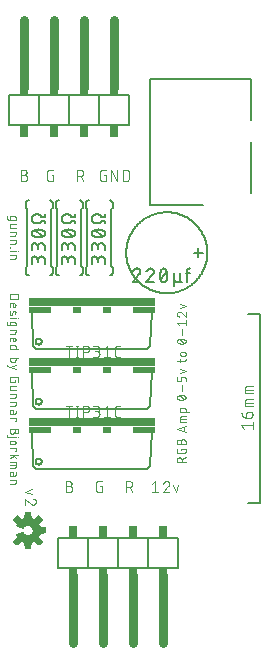
<source format=gbr>
G04 EAGLE Gerber X2 export*
%TF.Part,Single*%
%TF.FileFunction,Legend,Top,1*%
%TF.FilePolarity,Positive*%
%TF.GenerationSoftware,Autodesk,EAGLE,9.1.3*%
%TF.CreationDate,2018-10-12T20:40:38Z*%
G75*
%MOMM*%
%FSLAX34Y34*%
%LPD*%
%AMOC8*
5,1,8,0,0,1.08239X$1,22.5*%
G01*
%ADD10C,0.076200*%
%ADD11C,0.203200*%
%ADD12C,0.152400*%
%ADD13C,0.127000*%
%ADD14R,10.668000X0.762000*%
%ADD15R,1.905000X0.508000*%
%ADD16R,0.762000X0.508000*%
%ADD17C,0.762000*%
%ADD18R,0.762000X1.016000*%

G36*
X265460Y320930D02*
X265460Y320930D01*
X265568Y320944D01*
X265580Y320950D01*
X265594Y320952D01*
X265690Y321004D01*
X265787Y321051D01*
X265797Y321061D01*
X265809Y321067D01*
X265883Y321147D01*
X265960Y321223D01*
X265966Y321235D01*
X265976Y321246D01*
X266021Y321344D01*
X266069Y321441D01*
X266073Y321459D01*
X266077Y321468D01*
X266079Y321489D01*
X266098Y321586D01*
X266541Y325937D01*
X267700Y326308D01*
X267718Y326318D01*
X267815Y326356D01*
X268897Y326913D01*
X272287Y324149D01*
X272381Y324095D01*
X272473Y324038D01*
X272486Y324035D01*
X272498Y324028D01*
X272605Y324007D01*
X272710Y323982D01*
X272724Y323984D01*
X272738Y323981D01*
X272845Y323996D01*
X272953Y324006D01*
X272966Y324012D01*
X272980Y324014D01*
X273077Y324062D01*
X273176Y324107D01*
X273189Y324118D01*
X273198Y324122D01*
X273213Y324138D01*
X273290Y324200D01*
X275875Y326785D01*
X275938Y326874D01*
X276004Y326959D01*
X276009Y326972D01*
X276017Y326984D01*
X276048Y327087D01*
X276084Y327190D01*
X276084Y327204D01*
X276088Y327217D01*
X276084Y327325D01*
X276085Y327434D01*
X276080Y327447D01*
X276080Y327461D01*
X276042Y327563D01*
X276007Y327665D01*
X275998Y327680D01*
X275994Y327689D01*
X275980Y327706D01*
X275926Y327788D01*
X273162Y331178D01*
X273719Y332260D01*
X273725Y332280D01*
X273767Y332375D01*
X274138Y333534D01*
X278489Y333977D01*
X278593Y334005D01*
X278699Y334030D01*
X278711Y334037D01*
X278724Y334040D01*
X278814Y334101D01*
X278907Y334158D01*
X278915Y334169D01*
X278927Y334177D01*
X278993Y334263D01*
X279062Y334347D01*
X279066Y334360D01*
X279075Y334371D01*
X279109Y334474D01*
X279148Y334575D01*
X279149Y334593D01*
X279153Y334602D01*
X279153Y334624D01*
X279162Y334722D01*
X279162Y338378D01*
X279145Y338485D01*
X279131Y338593D01*
X279125Y338605D01*
X279123Y338619D01*
X279071Y338714D01*
X279024Y338812D01*
X279014Y338822D01*
X279008Y338834D01*
X278928Y338908D01*
X278852Y338985D01*
X278840Y338991D01*
X278830Y339001D01*
X278731Y339046D01*
X278634Y339094D01*
X278616Y339098D01*
X278607Y339102D01*
X278586Y339104D01*
X278489Y339123D01*
X274138Y339566D01*
X273767Y340725D01*
X273758Y340743D01*
X273719Y340840D01*
X273162Y341922D01*
X275926Y345312D01*
X275980Y345406D01*
X276037Y345498D01*
X276040Y345511D01*
X276047Y345523D01*
X276068Y345630D01*
X276093Y345735D01*
X276091Y345749D01*
X276094Y345763D01*
X276079Y345870D01*
X276069Y345978D01*
X276063Y345991D01*
X276061Y346005D01*
X276013Y346102D01*
X275968Y346201D01*
X275957Y346214D01*
X275953Y346223D01*
X275937Y346238D01*
X275875Y346315D01*
X273290Y348900D01*
X273201Y348963D01*
X273116Y349029D01*
X273103Y349034D01*
X273091Y349042D01*
X272988Y349073D01*
X272885Y349109D01*
X272871Y349109D01*
X272858Y349113D01*
X272750Y349109D01*
X272641Y349110D01*
X272628Y349105D01*
X272614Y349105D01*
X272512Y349067D01*
X272410Y349032D01*
X272395Y349023D01*
X272386Y349019D01*
X272369Y349005D01*
X272287Y348951D01*
X268897Y346187D01*
X267815Y346744D01*
X267795Y346750D01*
X267700Y346792D01*
X266541Y347163D01*
X266098Y351514D01*
X266070Y351618D01*
X266045Y351724D01*
X266038Y351736D01*
X266035Y351749D01*
X265974Y351839D01*
X265917Y351932D01*
X265906Y351940D01*
X265898Y351952D01*
X265812Y352018D01*
X265728Y352087D01*
X265715Y352091D01*
X265704Y352100D01*
X265601Y352134D01*
X265500Y352173D01*
X265482Y352174D01*
X265473Y352178D01*
X265451Y352178D01*
X265353Y352187D01*
X261697Y352187D01*
X261590Y352170D01*
X261482Y352156D01*
X261470Y352150D01*
X261456Y352148D01*
X261360Y352096D01*
X261263Y352049D01*
X261253Y352039D01*
X261241Y352033D01*
X261167Y351953D01*
X261090Y351877D01*
X261084Y351865D01*
X261074Y351855D01*
X261029Y351756D01*
X260981Y351659D01*
X260977Y351641D01*
X260973Y351632D01*
X260971Y351611D01*
X260952Y351514D01*
X260509Y347163D01*
X259350Y346792D01*
X259332Y346782D01*
X259235Y346744D01*
X258153Y346187D01*
X254763Y348951D01*
X254669Y349005D01*
X254577Y349062D01*
X254564Y349065D01*
X254552Y349072D01*
X254445Y349093D01*
X254340Y349118D01*
X254326Y349116D01*
X254312Y349119D01*
X254205Y349104D01*
X254097Y349094D01*
X254084Y349088D01*
X254071Y349086D01*
X253973Y349038D01*
X253874Y348993D01*
X253861Y348982D01*
X253852Y348978D01*
X253837Y348962D01*
X253760Y348900D01*
X251175Y346315D01*
X251112Y346226D01*
X251046Y346141D01*
X251041Y346128D01*
X251033Y346116D01*
X251002Y346013D01*
X250966Y345910D01*
X250966Y345896D01*
X250962Y345883D01*
X250966Y345775D01*
X250965Y345666D01*
X250970Y345653D01*
X250970Y345639D01*
X251008Y345537D01*
X251043Y345435D01*
X251052Y345420D01*
X251056Y345411D01*
X251070Y345394D01*
X251124Y345312D01*
X253888Y341922D01*
X253331Y340840D01*
X253314Y340787D01*
X253288Y340738D01*
X253277Y340672D01*
X253256Y340608D01*
X253257Y340552D01*
X253248Y340498D01*
X253259Y340431D01*
X253260Y340364D01*
X253278Y340312D01*
X253287Y340257D01*
X253319Y340197D01*
X253342Y340134D01*
X253376Y340091D01*
X253402Y340042D01*
X253451Y339995D01*
X253493Y339943D01*
X253540Y339913D01*
X253580Y339875D01*
X253685Y339818D01*
X253698Y339810D01*
X253703Y339809D01*
X253710Y339805D01*
X258907Y337652D01*
X259007Y337629D01*
X259105Y337600D01*
X259125Y337601D01*
X259145Y337596D01*
X259247Y337606D01*
X259349Y337611D01*
X259368Y337618D01*
X259388Y337620D01*
X259481Y337662D01*
X259577Y337700D01*
X259592Y337713D01*
X259610Y337721D01*
X259685Y337791D01*
X259763Y337857D01*
X259778Y337878D01*
X259788Y337888D01*
X259800Y337909D01*
X259848Y337978D01*
X260343Y338862D01*
X260970Y339541D01*
X261739Y340055D01*
X262607Y340375D01*
X263524Y340483D01*
X264459Y340370D01*
X265340Y340039D01*
X266117Y339507D01*
X266746Y338806D01*
X267189Y337976D01*
X267423Y337064D01*
X267433Y336123D01*
X267219Y335206D01*
X266794Y334366D01*
X266181Y333652D01*
X265416Y333103D01*
X264542Y332752D01*
X263610Y332619D01*
X262673Y332711D01*
X261785Y333023D01*
X260997Y333538D01*
X260353Y334225D01*
X259847Y335124D01*
X259783Y335203D01*
X259724Y335285D01*
X259707Y335298D01*
X259694Y335314D01*
X259609Y335368D01*
X259526Y335428D01*
X259506Y335434D01*
X259488Y335445D01*
X259390Y335469D01*
X259293Y335499D01*
X259272Y335498D01*
X259251Y335503D01*
X259150Y335494D01*
X259049Y335491D01*
X259023Y335483D01*
X259008Y335482D01*
X258986Y335472D01*
X258907Y335448D01*
X253710Y333295D01*
X253663Y333266D01*
X253611Y333245D01*
X253560Y333202D01*
X253503Y333166D01*
X253468Y333123D01*
X253425Y333087D01*
X253391Y333030D01*
X253348Y332978D01*
X253329Y332926D01*
X253300Y332878D01*
X253286Y332812D01*
X253262Y332749D01*
X253260Y332694D01*
X253249Y332640D01*
X253256Y332573D01*
X253254Y332506D01*
X253270Y332452D01*
X253277Y332397D01*
X253321Y332286D01*
X253325Y332272D01*
X253328Y332268D01*
X253331Y332260D01*
X253888Y331178D01*
X251124Y327788D01*
X251070Y327694D01*
X251013Y327602D01*
X251010Y327589D01*
X251003Y327577D01*
X250982Y327470D01*
X250957Y327365D01*
X250959Y327351D01*
X250956Y327337D01*
X250971Y327230D01*
X250981Y327122D01*
X250987Y327109D01*
X250989Y327096D01*
X251037Y326998D01*
X251082Y326899D01*
X251093Y326886D01*
X251097Y326877D01*
X251113Y326862D01*
X251175Y326785D01*
X253760Y324200D01*
X253849Y324137D01*
X253934Y324071D01*
X253947Y324066D01*
X253959Y324058D01*
X254062Y324027D01*
X254165Y323991D01*
X254179Y323991D01*
X254192Y323987D01*
X254300Y323991D01*
X254409Y323990D01*
X254422Y323995D01*
X254436Y323995D01*
X254538Y324033D01*
X254640Y324068D01*
X254655Y324077D01*
X254664Y324081D01*
X254681Y324095D01*
X254763Y324149D01*
X258153Y326913D01*
X259235Y326356D01*
X259255Y326350D01*
X259350Y326308D01*
X260509Y325937D01*
X260952Y321586D01*
X260980Y321482D01*
X261005Y321376D01*
X261012Y321364D01*
X261015Y321351D01*
X261076Y321261D01*
X261133Y321168D01*
X261144Y321160D01*
X261152Y321148D01*
X261238Y321082D01*
X261322Y321014D01*
X261335Y321009D01*
X261346Y321000D01*
X261449Y320966D01*
X261550Y320927D01*
X261568Y320926D01*
X261577Y320922D01*
X261599Y320923D01*
X261697Y320913D01*
X265353Y320913D01*
X265460Y320930D01*
G37*
D10*
X298267Y482981D02*
X298267Y492379D01*
X300877Y492379D02*
X295656Y492379D01*
X304972Y492379D02*
X304972Y482981D01*
X303928Y482981D02*
X306016Y482981D01*
X306016Y492379D02*
X303928Y492379D01*
X310113Y492379D02*
X310113Y482981D01*
X310113Y492379D02*
X312723Y492379D01*
X312824Y492377D01*
X312925Y492371D01*
X313026Y492361D01*
X313126Y492348D01*
X313226Y492330D01*
X313325Y492309D01*
X313423Y492283D01*
X313520Y492254D01*
X313616Y492222D01*
X313710Y492185D01*
X313803Y492145D01*
X313895Y492101D01*
X313984Y492054D01*
X314072Y492003D01*
X314158Y491949D01*
X314241Y491892D01*
X314323Y491832D01*
X314401Y491768D01*
X314478Y491702D01*
X314551Y491632D01*
X314622Y491560D01*
X314690Y491485D01*
X314755Y491407D01*
X314817Y491327D01*
X314876Y491245D01*
X314932Y491160D01*
X314984Y491073D01*
X315033Y490985D01*
X315079Y490894D01*
X315120Y490802D01*
X315159Y490708D01*
X315193Y490613D01*
X315224Y490517D01*
X315251Y490419D01*
X315275Y490321D01*
X315294Y490221D01*
X315310Y490121D01*
X315322Y490021D01*
X315330Y489920D01*
X315334Y489819D01*
X315334Y489717D01*
X315330Y489616D01*
X315322Y489515D01*
X315310Y489415D01*
X315294Y489315D01*
X315275Y489215D01*
X315251Y489117D01*
X315224Y489019D01*
X315193Y488923D01*
X315159Y488828D01*
X315120Y488734D01*
X315079Y488642D01*
X315033Y488551D01*
X314984Y488463D01*
X314932Y488376D01*
X314876Y488291D01*
X314817Y488209D01*
X314755Y488129D01*
X314690Y488051D01*
X314622Y487976D01*
X314551Y487904D01*
X314478Y487834D01*
X314401Y487768D01*
X314323Y487704D01*
X314241Y487644D01*
X314158Y487587D01*
X314072Y487533D01*
X313984Y487482D01*
X313895Y487435D01*
X313803Y487391D01*
X313710Y487351D01*
X313616Y487314D01*
X313520Y487282D01*
X313423Y487253D01*
X313325Y487227D01*
X313226Y487206D01*
X313126Y487188D01*
X313026Y487175D01*
X312925Y487165D01*
X312824Y487159D01*
X312723Y487157D01*
X312723Y487158D02*
X310113Y487158D01*
X318821Y482981D02*
X321431Y482981D01*
X321532Y482983D01*
X321633Y482989D01*
X321734Y482999D01*
X321834Y483012D01*
X321934Y483030D01*
X322033Y483051D01*
X322131Y483077D01*
X322228Y483106D01*
X322324Y483138D01*
X322418Y483175D01*
X322511Y483215D01*
X322603Y483259D01*
X322692Y483306D01*
X322780Y483357D01*
X322866Y483411D01*
X322949Y483468D01*
X323031Y483528D01*
X323109Y483592D01*
X323186Y483658D01*
X323259Y483728D01*
X323330Y483800D01*
X323398Y483875D01*
X323463Y483953D01*
X323525Y484033D01*
X323584Y484115D01*
X323640Y484200D01*
X323692Y484287D01*
X323741Y484375D01*
X323787Y484466D01*
X323828Y484558D01*
X323867Y484652D01*
X323901Y484747D01*
X323932Y484843D01*
X323959Y484941D01*
X323983Y485039D01*
X324002Y485139D01*
X324018Y485239D01*
X324030Y485339D01*
X324038Y485440D01*
X324042Y485541D01*
X324042Y485643D01*
X324038Y485744D01*
X324030Y485845D01*
X324018Y485945D01*
X324002Y486045D01*
X323983Y486145D01*
X323959Y486243D01*
X323932Y486341D01*
X323901Y486437D01*
X323867Y486532D01*
X323828Y486626D01*
X323787Y486718D01*
X323741Y486809D01*
X323692Y486897D01*
X323640Y486984D01*
X323584Y487069D01*
X323525Y487151D01*
X323463Y487231D01*
X323398Y487309D01*
X323330Y487384D01*
X323259Y487456D01*
X323186Y487526D01*
X323109Y487592D01*
X323031Y487656D01*
X322949Y487716D01*
X322866Y487773D01*
X322780Y487827D01*
X322692Y487878D01*
X322603Y487925D01*
X322511Y487969D01*
X322418Y488009D01*
X322324Y488046D01*
X322228Y488078D01*
X322131Y488107D01*
X322033Y488133D01*
X321934Y488154D01*
X321834Y488172D01*
X321734Y488185D01*
X321633Y488195D01*
X321532Y488201D01*
X321431Y488203D01*
X321953Y492379D02*
X318821Y492379D01*
X321953Y492379D02*
X322043Y492377D01*
X322132Y492371D01*
X322222Y492362D01*
X322311Y492348D01*
X322399Y492331D01*
X322486Y492310D01*
X322573Y492285D01*
X322658Y492256D01*
X322742Y492224D01*
X322824Y492189D01*
X322905Y492149D01*
X322984Y492107D01*
X323061Y492061D01*
X323136Y492011D01*
X323209Y491959D01*
X323280Y491903D01*
X323348Y491845D01*
X323413Y491783D01*
X323476Y491719D01*
X323536Y491652D01*
X323593Y491583D01*
X323647Y491511D01*
X323698Y491437D01*
X323746Y491361D01*
X323790Y491283D01*
X323831Y491203D01*
X323869Y491121D01*
X323903Y491038D01*
X323933Y490953D01*
X323960Y490867D01*
X323983Y490781D01*
X324002Y490693D01*
X324017Y490604D01*
X324029Y490515D01*
X324037Y490426D01*
X324041Y490336D01*
X324041Y490246D01*
X324037Y490156D01*
X324029Y490067D01*
X324017Y489978D01*
X324002Y489889D01*
X323983Y489801D01*
X323960Y489715D01*
X323933Y489629D01*
X323903Y489544D01*
X323869Y489461D01*
X323831Y489379D01*
X323790Y489299D01*
X323746Y489221D01*
X323698Y489145D01*
X323647Y489071D01*
X323593Y488999D01*
X323536Y488930D01*
X323476Y488863D01*
X323413Y488799D01*
X323348Y488737D01*
X323280Y488679D01*
X323209Y488623D01*
X323136Y488571D01*
X323061Y488521D01*
X322984Y488475D01*
X322905Y488433D01*
X322824Y488393D01*
X322742Y488358D01*
X322658Y488326D01*
X322573Y488297D01*
X322486Y488272D01*
X322399Y488251D01*
X322311Y488234D01*
X322222Y488220D01*
X322132Y488211D01*
X322043Y488205D01*
X321953Y488203D01*
X321953Y488202D02*
X319865Y488202D01*
X327965Y490291D02*
X330575Y492379D01*
X330575Y482981D01*
X327965Y482981D02*
X333186Y482981D01*
X339171Y482981D02*
X341260Y482981D01*
X339171Y482981D02*
X339082Y482983D01*
X338994Y482989D01*
X338906Y482998D01*
X338818Y483011D01*
X338731Y483028D01*
X338645Y483048D01*
X338560Y483073D01*
X338475Y483100D01*
X338392Y483132D01*
X338311Y483166D01*
X338231Y483205D01*
X338153Y483246D01*
X338076Y483291D01*
X338002Y483339D01*
X337929Y483390D01*
X337859Y483444D01*
X337792Y483502D01*
X337726Y483562D01*
X337664Y483624D01*
X337604Y483690D01*
X337546Y483757D01*
X337492Y483827D01*
X337441Y483900D01*
X337393Y483974D01*
X337348Y484051D01*
X337307Y484129D01*
X337268Y484209D01*
X337234Y484290D01*
X337202Y484373D01*
X337175Y484458D01*
X337150Y484543D01*
X337130Y484629D01*
X337113Y484716D01*
X337100Y484804D01*
X337091Y484892D01*
X337085Y484980D01*
X337083Y485069D01*
X337083Y490291D01*
X337085Y490382D01*
X337091Y490473D01*
X337101Y490564D01*
X337115Y490654D01*
X337132Y490743D01*
X337154Y490831D01*
X337180Y490919D01*
X337209Y491005D01*
X337242Y491090D01*
X337279Y491173D01*
X337319Y491255D01*
X337363Y491335D01*
X337410Y491413D01*
X337461Y491489D01*
X337514Y491562D01*
X337571Y491633D01*
X337632Y491702D01*
X337695Y491767D01*
X337760Y491830D01*
X337829Y491890D01*
X337900Y491948D01*
X337973Y492001D01*
X338049Y492052D01*
X338127Y492099D01*
X338207Y492143D01*
X338289Y492183D01*
X338372Y492220D01*
X338457Y492253D01*
X338543Y492282D01*
X338631Y492308D01*
X338719Y492330D01*
X338808Y492347D01*
X338898Y492361D01*
X338989Y492371D01*
X339080Y492377D01*
X339171Y492379D01*
X341260Y492379D01*
X298267Y441579D02*
X298267Y432181D01*
X295656Y441579D02*
X300877Y441579D01*
X304972Y441579D02*
X304972Y432181D01*
X303928Y432181D02*
X306016Y432181D01*
X306016Y441579D02*
X303928Y441579D01*
X310113Y441579D02*
X310113Y432181D01*
X310113Y441579D02*
X312723Y441579D01*
X312824Y441577D01*
X312925Y441571D01*
X313026Y441561D01*
X313126Y441548D01*
X313226Y441530D01*
X313325Y441509D01*
X313423Y441483D01*
X313520Y441454D01*
X313616Y441422D01*
X313710Y441385D01*
X313803Y441345D01*
X313895Y441301D01*
X313984Y441254D01*
X314072Y441203D01*
X314158Y441149D01*
X314241Y441092D01*
X314323Y441032D01*
X314401Y440968D01*
X314478Y440902D01*
X314551Y440832D01*
X314622Y440760D01*
X314690Y440685D01*
X314755Y440607D01*
X314817Y440527D01*
X314876Y440445D01*
X314932Y440360D01*
X314984Y440273D01*
X315033Y440185D01*
X315079Y440094D01*
X315120Y440002D01*
X315159Y439908D01*
X315193Y439813D01*
X315224Y439717D01*
X315251Y439619D01*
X315275Y439521D01*
X315294Y439421D01*
X315310Y439321D01*
X315322Y439221D01*
X315330Y439120D01*
X315334Y439019D01*
X315334Y438917D01*
X315330Y438816D01*
X315322Y438715D01*
X315310Y438615D01*
X315294Y438515D01*
X315275Y438415D01*
X315251Y438317D01*
X315224Y438219D01*
X315193Y438123D01*
X315159Y438028D01*
X315120Y437934D01*
X315079Y437842D01*
X315033Y437751D01*
X314984Y437663D01*
X314932Y437576D01*
X314876Y437491D01*
X314817Y437409D01*
X314755Y437329D01*
X314690Y437251D01*
X314622Y437176D01*
X314551Y437104D01*
X314478Y437034D01*
X314401Y436968D01*
X314323Y436904D01*
X314241Y436844D01*
X314158Y436787D01*
X314072Y436733D01*
X313984Y436682D01*
X313895Y436635D01*
X313803Y436591D01*
X313710Y436551D01*
X313616Y436514D01*
X313520Y436482D01*
X313423Y436453D01*
X313325Y436427D01*
X313226Y436406D01*
X313126Y436388D01*
X313026Y436375D01*
X312925Y436365D01*
X312824Y436359D01*
X312723Y436357D01*
X312723Y436358D02*
X310113Y436358D01*
X318821Y432181D02*
X321431Y432181D01*
X321532Y432183D01*
X321633Y432189D01*
X321734Y432199D01*
X321834Y432212D01*
X321934Y432230D01*
X322033Y432251D01*
X322131Y432277D01*
X322228Y432306D01*
X322324Y432338D01*
X322418Y432375D01*
X322511Y432415D01*
X322603Y432459D01*
X322692Y432506D01*
X322780Y432557D01*
X322866Y432611D01*
X322949Y432668D01*
X323031Y432728D01*
X323109Y432792D01*
X323186Y432858D01*
X323259Y432928D01*
X323330Y433000D01*
X323398Y433075D01*
X323463Y433153D01*
X323525Y433233D01*
X323584Y433315D01*
X323640Y433400D01*
X323692Y433487D01*
X323741Y433575D01*
X323787Y433666D01*
X323828Y433758D01*
X323867Y433852D01*
X323901Y433947D01*
X323932Y434043D01*
X323959Y434141D01*
X323983Y434239D01*
X324002Y434339D01*
X324018Y434439D01*
X324030Y434539D01*
X324038Y434640D01*
X324042Y434741D01*
X324042Y434843D01*
X324038Y434944D01*
X324030Y435045D01*
X324018Y435145D01*
X324002Y435245D01*
X323983Y435345D01*
X323959Y435443D01*
X323932Y435541D01*
X323901Y435637D01*
X323867Y435732D01*
X323828Y435826D01*
X323787Y435918D01*
X323741Y436009D01*
X323692Y436097D01*
X323640Y436184D01*
X323584Y436269D01*
X323525Y436351D01*
X323463Y436431D01*
X323398Y436509D01*
X323330Y436584D01*
X323259Y436656D01*
X323186Y436726D01*
X323109Y436792D01*
X323031Y436856D01*
X322949Y436916D01*
X322866Y436973D01*
X322780Y437027D01*
X322692Y437078D01*
X322603Y437125D01*
X322511Y437169D01*
X322418Y437209D01*
X322324Y437246D01*
X322228Y437278D01*
X322131Y437307D01*
X322033Y437333D01*
X321934Y437354D01*
X321834Y437372D01*
X321734Y437385D01*
X321633Y437395D01*
X321532Y437401D01*
X321431Y437403D01*
X321953Y441579D02*
X318821Y441579D01*
X321953Y441579D02*
X322043Y441577D01*
X322132Y441571D01*
X322222Y441562D01*
X322311Y441548D01*
X322399Y441531D01*
X322486Y441510D01*
X322573Y441485D01*
X322658Y441456D01*
X322742Y441424D01*
X322824Y441389D01*
X322905Y441349D01*
X322984Y441307D01*
X323061Y441261D01*
X323136Y441211D01*
X323209Y441159D01*
X323280Y441103D01*
X323348Y441045D01*
X323413Y440983D01*
X323476Y440919D01*
X323536Y440852D01*
X323593Y440783D01*
X323647Y440711D01*
X323698Y440637D01*
X323746Y440561D01*
X323790Y440483D01*
X323831Y440403D01*
X323869Y440321D01*
X323903Y440238D01*
X323933Y440153D01*
X323960Y440067D01*
X323983Y439981D01*
X324002Y439893D01*
X324017Y439804D01*
X324029Y439715D01*
X324037Y439626D01*
X324041Y439536D01*
X324041Y439446D01*
X324037Y439356D01*
X324029Y439267D01*
X324017Y439178D01*
X324002Y439089D01*
X323983Y439001D01*
X323960Y438915D01*
X323933Y438829D01*
X323903Y438744D01*
X323869Y438661D01*
X323831Y438579D01*
X323790Y438499D01*
X323746Y438421D01*
X323698Y438345D01*
X323647Y438271D01*
X323593Y438199D01*
X323536Y438130D01*
X323476Y438063D01*
X323413Y437999D01*
X323348Y437937D01*
X323280Y437879D01*
X323209Y437823D01*
X323136Y437771D01*
X323061Y437721D01*
X322984Y437675D01*
X322905Y437633D01*
X322824Y437593D01*
X322742Y437558D01*
X322658Y437526D01*
X322573Y437497D01*
X322486Y437472D01*
X322399Y437451D01*
X322311Y437434D01*
X322222Y437420D01*
X322132Y437411D01*
X322043Y437405D01*
X321953Y437403D01*
X321953Y437402D02*
X319865Y437402D01*
X327965Y439491D02*
X330575Y441579D01*
X330575Y432181D01*
X327965Y432181D02*
X333186Y432181D01*
X339171Y432181D02*
X341260Y432181D01*
X339171Y432181D02*
X339082Y432183D01*
X338994Y432189D01*
X338906Y432198D01*
X338818Y432211D01*
X338731Y432228D01*
X338645Y432248D01*
X338560Y432273D01*
X338475Y432300D01*
X338392Y432332D01*
X338311Y432366D01*
X338231Y432405D01*
X338153Y432446D01*
X338076Y432491D01*
X338002Y432539D01*
X337929Y432590D01*
X337859Y432644D01*
X337792Y432702D01*
X337726Y432762D01*
X337664Y432824D01*
X337604Y432890D01*
X337546Y432957D01*
X337492Y433027D01*
X337441Y433100D01*
X337393Y433174D01*
X337348Y433251D01*
X337307Y433329D01*
X337268Y433409D01*
X337234Y433490D01*
X337202Y433573D01*
X337175Y433658D01*
X337150Y433743D01*
X337130Y433829D01*
X337113Y433916D01*
X337100Y434004D01*
X337091Y434092D01*
X337085Y434180D01*
X337083Y434269D01*
X337083Y439491D01*
X337085Y439582D01*
X337091Y439673D01*
X337101Y439764D01*
X337115Y439854D01*
X337132Y439943D01*
X337154Y440031D01*
X337180Y440119D01*
X337209Y440205D01*
X337242Y440290D01*
X337279Y440373D01*
X337319Y440455D01*
X337363Y440535D01*
X337410Y440613D01*
X337461Y440689D01*
X337514Y440762D01*
X337571Y440833D01*
X337632Y440902D01*
X337695Y440967D01*
X337760Y441030D01*
X337829Y441090D01*
X337900Y441148D01*
X337973Y441201D01*
X338049Y441252D01*
X338127Y441299D01*
X338207Y441343D01*
X338289Y441383D01*
X338372Y441420D01*
X338457Y441453D01*
X338543Y441482D01*
X338631Y441508D01*
X338719Y441530D01*
X338808Y441547D01*
X338898Y441561D01*
X338989Y441571D01*
X339080Y441577D01*
X339171Y441579D01*
X341260Y441579D01*
X305181Y632206D02*
X305181Y641604D01*
X307792Y641604D01*
X307893Y641602D01*
X307994Y641596D01*
X308095Y641586D01*
X308195Y641573D01*
X308295Y641555D01*
X308394Y641534D01*
X308492Y641508D01*
X308589Y641479D01*
X308685Y641447D01*
X308779Y641410D01*
X308872Y641370D01*
X308964Y641326D01*
X309053Y641279D01*
X309141Y641228D01*
X309227Y641174D01*
X309310Y641117D01*
X309392Y641057D01*
X309470Y640993D01*
X309547Y640927D01*
X309620Y640857D01*
X309691Y640785D01*
X309759Y640710D01*
X309824Y640632D01*
X309886Y640552D01*
X309945Y640470D01*
X310001Y640385D01*
X310053Y640299D01*
X310102Y640210D01*
X310148Y640119D01*
X310189Y640027D01*
X310228Y639933D01*
X310262Y639838D01*
X310293Y639742D01*
X310320Y639644D01*
X310344Y639546D01*
X310363Y639446D01*
X310379Y639346D01*
X310391Y639246D01*
X310399Y639145D01*
X310403Y639044D01*
X310403Y638942D01*
X310399Y638841D01*
X310391Y638740D01*
X310379Y638640D01*
X310363Y638540D01*
X310344Y638440D01*
X310320Y638342D01*
X310293Y638244D01*
X310262Y638148D01*
X310228Y638053D01*
X310189Y637959D01*
X310148Y637867D01*
X310102Y637776D01*
X310053Y637688D01*
X310001Y637601D01*
X309945Y637516D01*
X309886Y637434D01*
X309824Y637354D01*
X309759Y637276D01*
X309691Y637201D01*
X309620Y637129D01*
X309547Y637059D01*
X309470Y636993D01*
X309392Y636929D01*
X309310Y636869D01*
X309227Y636812D01*
X309141Y636758D01*
X309053Y636707D01*
X308964Y636660D01*
X308872Y636616D01*
X308779Y636576D01*
X308685Y636539D01*
X308589Y636507D01*
X308492Y636478D01*
X308394Y636452D01*
X308295Y636431D01*
X308195Y636413D01*
X308095Y636400D01*
X307994Y636390D01*
X307893Y636384D01*
X307792Y636382D01*
X307792Y636383D02*
X305181Y636383D01*
X308314Y636383D02*
X310402Y632206D01*
X285002Y637427D02*
X283436Y637427D01*
X285002Y637427D02*
X285002Y632206D01*
X281869Y632206D01*
X281780Y632208D01*
X281692Y632214D01*
X281604Y632223D01*
X281516Y632236D01*
X281429Y632253D01*
X281343Y632273D01*
X281258Y632298D01*
X281173Y632325D01*
X281090Y632357D01*
X281009Y632391D01*
X280929Y632430D01*
X280851Y632471D01*
X280774Y632516D01*
X280700Y632564D01*
X280627Y632615D01*
X280557Y632669D01*
X280490Y632727D01*
X280424Y632787D01*
X280362Y632849D01*
X280302Y632915D01*
X280244Y632982D01*
X280190Y633052D01*
X280139Y633125D01*
X280091Y633199D01*
X280046Y633276D01*
X280005Y633354D01*
X279966Y633434D01*
X279932Y633515D01*
X279900Y633598D01*
X279873Y633683D01*
X279848Y633768D01*
X279828Y633854D01*
X279811Y633941D01*
X279798Y634029D01*
X279789Y634117D01*
X279783Y634205D01*
X279781Y634294D01*
X279781Y639516D01*
X279783Y639607D01*
X279789Y639698D01*
X279799Y639789D01*
X279813Y639879D01*
X279830Y639968D01*
X279852Y640056D01*
X279878Y640144D01*
X279907Y640230D01*
X279940Y640315D01*
X279977Y640398D01*
X280017Y640480D01*
X280061Y640560D01*
X280108Y640638D01*
X280159Y640714D01*
X280212Y640787D01*
X280269Y640858D01*
X280330Y640927D01*
X280393Y640992D01*
X280458Y641055D01*
X280527Y641115D01*
X280598Y641173D01*
X280671Y641226D01*
X280747Y641277D01*
X280825Y641324D01*
X280905Y641368D01*
X280987Y641408D01*
X281070Y641445D01*
X281155Y641478D01*
X281241Y641507D01*
X281329Y641533D01*
X281417Y641555D01*
X281506Y641572D01*
X281596Y641586D01*
X281687Y641596D01*
X281778Y641602D01*
X281869Y641604D01*
X285002Y641604D01*
X260167Y637427D02*
X257556Y637427D01*
X260167Y637428D02*
X260268Y637426D01*
X260369Y637420D01*
X260470Y637410D01*
X260570Y637397D01*
X260670Y637379D01*
X260769Y637358D01*
X260867Y637332D01*
X260964Y637303D01*
X261060Y637271D01*
X261154Y637234D01*
X261247Y637194D01*
X261339Y637150D01*
X261428Y637103D01*
X261516Y637052D01*
X261602Y636998D01*
X261685Y636941D01*
X261767Y636881D01*
X261845Y636817D01*
X261922Y636751D01*
X261995Y636681D01*
X262066Y636609D01*
X262134Y636534D01*
X262199Y636456D01*
X262261Y636376D01*
X262320Y636294D01*
X262376Y636209D01*
X262428Y636123D01*
X262477Y636034D01*
X262523Y635943D01*
X262564Y635851D01*
X262603Y635757D01*
X262637Y635662D01*
X262668Y635566D01*
X262695Y635468D01*
X262719Y635370D01*
X262738Y635270D01*
X262754Y635170D01*
X262766Y635070D01*
X262774Y634969D01*
X262778Y634868D01*
X262778Y634766D01*
X262774Y634665D01*
X262766Y634564D01*
X262754Y634464D01*
X262738Y634364D01*
X262719Y634264D01*
X262695Y634166D01*
X262668Y634068D01*
X262637Y633972D01*
X262603Y633877D01*
X262564Y633783D01*
X262523Y633691D01*
X262477Y633600D01*
X262428Y633512D01*
X262376Y633425D01*
X262320Y633340D01*
X262261Y633258D01*
X262199Y633178D01*
X262134Y633100D01*
X262066Y633025D01*
X261995Y632953D01*
X261922Y632883D01*
X261845Y632817D01*
X261767Y632753D01*
X261685Y632693D01*
X261602Y632636D01*
X261516Y632582D01*
X261428Y632531D01*
X261339Y632484D01*
X261247Y632440D01*
X261154Y632400D01*
X261060Y632363D01*
X260964Y632331D01*
X260867Y632302D01*
X260769Y632276D01*
X260670Y632255D01*
X260570Y632237D01*
X260470Y632224D01*
X260369Y632214D01*
X260268Y632208D01*
X260167Y632206D01*
X257556Y632206D01*
X257556Y641604D01*
X260167Y641604D01*
X260257Y641602D01*
X260346Y641596D01*
X260436Y641587D01*
X260525Y641573D01*
X260613Y641556D01*
X260700Y641535D01*
X260787Y641510D01*
X260872Y641481D01*
X260956Y641449D01*
X261038Y641414D01*
X261119Y641374D01*
X261198Y641332D01*
X261275Y641286D01*
X261350Y641236D01*
X261423Y641184D01*
X261494Y641128D01*
X261562Y641070D01*
X261627Y641008D01*
X261690Y640944D01*
X261750Y640877D01*
X261807Y640808D01*
X261861Y640736D01*
X261912Y640662D01*
X261960Y640586D01*
X262004Y640508D01*
X262045Y640428D01*
X262083Y640346D01*
X262117Y640263D01*
X262147Y640178D01*
X262174Y640092D01*
X262197Y640006D01*
X262216Y639918D01*
X262231Y639829D01*
X262243Y639740D01*
X262251Y639651D01*
X262255Y639561D01*
X262255Y639471D01*
X262251Y639381D01*
X262243Y639292D01*
X262231Y639203D01*
X262216Y639114D01*
X262197Y639026D01*
X262174Y638940D01*
X262147Y638854D01*
X262117Y638769D01*
X262083Y638686D01*
X262045Y638604D01*
X262004Y638524D01*
X261960Y638446D01*
X261912Y638370D01*
X261861Y638296D01*
X261807Y638224D01*
X261750Y638155D01*
X261690Y638088D01*
X261627Y638024D01*
X261562Y637962D01*
X261494Y637904D01*
X261423Y637848D01*
X261350Y637796D01*
X261275Y637746D01*
X261198Y637700D01*
X261119Y637658D01*
X261038Y637618D01*
X260956Y637583D01*
X260872Y637551D01*
X260787Y637522D01*
X260700Y637497D01*
X260613Y637476D01*
X260525Y637459D01*
X260436Y637445D01*
X260346Y637436D01*
X260257Y637430D01*
X260167Y637428D01*
X327886Y637427D02*
X329452Y637427D01*
X329452Y632206D01*
X326319Y632206D01*
X326230Y632208D01*
X326142Y632214D01*
X326054Y632223D01*
X325966Y632236D01*
X325879Y632253D01*
X325793Y632273D01*
X325708Y632298D01*
X325623Y632325D01*
X325540Y632357D01*
X325459Y632391D01*
X325379Y632430D01*
X325301Y632471D01*
X325224Y632516D01*
X325150Y632564D01*
X325077Y632615D01*
X325007Y632669D01*
X324940Y632727D01*
X324874Y632787D01*
X324812Y632849D01*
X324752Y632915D01*
X324694Y632982D01*
X324640Y633052D01*
X324589Y633125D01*
X324541Y633199D01*
X324496Y633276D01*
X324455Y633354D01*
X324416Y633434D01*
X324382Y633515D01*
X324350Y633598D01*
X324323Y633683D01*
X324298Y633768D01*
X324278Y633854D01*
X324261Y633941D01*
X324248Y634029D01*
X324239Y634117D01*
X324233Y634205D01*
X324231Y634294D01*
X324231Y639516D01*
X324233Y639607D01*
X324239Y639698D01*
X324249Y639789D01*
X324263Y639879D01*
X324280Y639968D01*
X324302Y640056D01*
X324328Y640144D01*
X324357Y640230D01*
X324390Y640315D01*
X324427Y640398D01*
X324467Y640480D01*
X324511Y640560D01*
X324558Y640638D01*
X324609Y640714D01*
X324662Y640787D01*
X324719Y640858D01*
X324780Y640927D01*
X324843Y640992D01*
X324908Y641055D01*
X324977Y641115D01*
X325048Y641173D01*
X325121Y641226D01*
X325197Y641277D01*
X325275Y641324D01*
X325355Y641368D01*
X325437Y641408D01*
X325520Y641445D01*
X325605Y641478D01*
X325691Y641507D01*
X325779Y641533D01*
X325867Y641555D01*
X325956Y641572D01*
X326046Y641586D01*
X326137Y641596D01*
X326228Y641602D01*
X326319Y641604D01*
X329452Y641604D01*
X333985Y641604D02*
X333985Y632206D01*
X339206Y632206D02*
X333985Y641604D01*
X339206Y641604D02*
X339206Y632206D01*
X343738Y632206D02*
X343738Y641604D01*
X346349Y641604D01*
X346449Y641602D01*
X346549Y641596D01*
X346648Y641587D01*
X346748Y641573D01*
X346846Y641556D01*
X346944Y641535D01*
X347041Y641511D01*
X347137Y641482D01*
X347232Y641450D01*
X347325Y641415D01*
X347417Y641376D01*
X347508Y641333D01*
X347596Y641287D01*
X347683Y641237D01*
X347768Y641185D01*
X347851Y641129D01*
X347932Y641070D01*
X348010Y641007D01*
X348086Y640942D01*
X348160Y640874D01*
X348230Y640804D01*
X348298Y640730D01*
X348363Y640654D01*
X348426Y640576D01*
X348485Y640495D01*
X348541Y640412D01*
X348593Y640327D01*
X348643Y640240D01*
X348689Y640152D01*
X348732Y640061D01*
X348771Y639969D01*
X348806Y639876D01*
X348838Y639781D01*
X348867Y639685D01*
X348891Y639588D01*
X348912Y639490D01*
X348929Y639392D01*
X348943Y639292D01*
X348952Y639193D01*
X348958Y639093D01*
X348960Y638993D01*
X348959Y638993D02*
X348959Y634817D01*
X348960Y634817D02*
X348958Y634717D01*
X348952Y634617D01*
X348943Y634518D01*
X348929Y634418D01*
X348912Y634320D01*
X348891Y634222D01*
X348867Y634125D01*
X348838Y634029D01*
X348806Y633934D01*
X348771Y633841D01*
X348732Y633749D01*
X348689Y633658D01*
X348643Y633570D01*
X348593Y633483D01*
X348541Y633398D01*
X348485Y633315D01*
X348426Y633234D01*
X348363Y633156D01*
X348298Y633080D01*
X348230Y633006D01*
X348160Y632936D01*
X348086Y632868D01*
X348010Y632803D01*
X347932Y632740D01*
X347851Y632681D01*
X347768Y632625D01*
X347683Y632573D01*
X347596Y632523D01*
X347508Y632477D01*
X347417Y632434D01*
X347325Y632395D01*
X347232Y632360D01*
X347137Y632328D01*
X347041Y632299D01*
X346944Y632275D01*
X346846Y632254D01*
X346748Y632237D01*
X346648Y632223D01*
X346549Y632214D01*
X346449Y632208D01*
X346349Y632206D01*
X343738Y632206D01*
X346456Y378079D02*
X346456Y368681D01*
X346456Y378079D02*
X349067Y378079D01*
X349168Y378077D01*
X349269Y378071D01*
X349370Y378061D01*
X349470Y378048D01*
X349570Y378030D01*
X349669Y378009D01*
X349767Y377983D01*
X349864Y377954D01*
X349960Y377922D01*
X350054Y377885D01*
X350147Y377845D01*
X350239Y377801D01*
X350328Y377754D01*
X350416Y377703D01*
X350502Y377649D01*
X350585Y377592D01*
X350667Y377532D01*
X350745Y377468D01*
X350822Y377402D01*
X350895Y377332D01*
X350966Y377260D01*
X351034Y377185D01*
X351099Y377107D01*
X351161Y377027D01*
X351220Y376945D01*
X351276Y376860D01*
X351328Y376773D01*
X351377Y376685D01*
X351423Y376594D01*
X351464Y376502D01*
X351503Y376408D01*
X351537Y376313D01*
X351568Y376217D01*
X351595Y376119D01*
X351619Y376021D01*
X351638Y375921D01*
X351654Y375821D01*
X351666Y375721D01*
X351674Y375620D01*
X351678Y375519D01*
X351678Y375417D01*
X351674Y375316D01*
X351666Y375215D01*
X351654Y375115D01*
X351638Y375015D01*
X351619Y374915D01*
X351595Y374817D01*
X351568Y374719D01*
X351537Y374623D01*
X351503Y374528D01*
X351464Y374434D01*
X351423Y374342D01*
X351377Y374251D01*
X351328Y374163D01*
X351276Y374076D01*
X351220Y373991D01*
X351161Y373909D01*
X351099Y373829D01*
X351034Y373751D01*
X350966Y373676D01*
X350895Y373604D01*
X350822Y373534D01*
X350745Y373468D01*
X350667Y373404D01*
X350585Y373344D01*
X350502Y373287D01*
X350416Y373233D01*
X350328Y373182D01*
X350239Y373135D01*
X350147Y373091D01*
X350054Y373051D01*
X349960Y373014D01*
X349864Y372982D01*
X349767Y372953D01*
X349669Y372927D01*
X349570Y372906D01*
X349470Y372888D01*
X349370Y372875D01*
X349269Y372865D01*
X349168Y372859D01*
X349067Y372857D01*
X349067Y372858D02*
X346456Y372858D01*
X349589Y372858D02*
X351677Y368681D01*
X326277Y373902D02*
X324711Y373902D01*
X326277Y373902D02*
X326277Y368681D01*
X323144Y368681D01*
X323055Y368683D01*
X322967Y368689D01*
X322879Y368698D01*
X322791Y368711D01*
X322704Y368728D01*
X322618Y368748D01*
X322533Y368773D01*
X322448Y368800D01*
X322365Y368832D01*
X322284Y368866D01*
X322204Y368905D01*
X322126Y368946D01*
X322049Y368991D01*
X321975Y369039D01*
X321902Y369090D01*
X321832Y369144D01*
X321765Y369202D01*
X321699Y369262D01*
X321637Y369324D01*
X321577Y369390D01*
X321519Y369457D01*
X321465Y369527D01*
X321414Y369600D01*
X321366Y369674D01*
X321321Y369751D01*
X321280Y369829D01*
X321241Y369909D01*
X321207Y369990D01*
X321175Y370073D01*
X321148Y370158D01*
X321123Y370243D01*
X321103Y370329D01*
X321086Y370416D01*
X321073Y370504D01*
X321064Y370592D01*
X321058Y370680D01*
X321056Y370769D01*
X321056Y375991D01*
X321058Y376082D01*
X321064Y376173D01*
X321074Y376264D01*
X321088Y376354D01*
X321105Y376443D01*
X321127Y376531D01*
X321153Y376619D01*
X321182Y376705D01*
X321215Y376790D01*
X321252Y376873D01*
X321292Y376955D01*
X321336Y377035D01*
X321383Y377113D01*
X321434Y377189D01*
X321487Y377262D01*
X321544Y377333D01*
X321605Y377402D01*
X321668Y377467D01*
X321733Y377530D01*
X321802Y377590D01*
X321873Y377648D01*
X321946Y377701D01*
X322022Y377752D01*
X322100Y377799D01*
X322180Y377843D01*
X322262Y377883D01*
X322345Y377920D01*
X322430Y377953D01*
X322516Y377982D01*
X322604Y378008D01*
X322692Y378030D01*
X322781Y378047D01*
X322871Y378061D01*
X322962Y378071D01*
X323053Y378077D01*
X323144Y378079D01*
X326277Y378079D01*
X298267Y373902D02*
X295656Y373902D01*
X298267Y373903D02*
X298368Y373901D01*
X298469Y373895D01*
X298570Y373885D01*
X298670Y373872D01*
X298770Y373854D01*
X298869Y373833D01*
X298967Y373807D01*
X299064Y373778D01*
X299160Y373746D01*
X299254Y373709D01*
X299347Y373669D01*
X299439Y373625D01*
X299528Y373578D01*
X299616Y373527D01*
X299702Y373473D01*
X299785Y373416D01*
X299867Y373356D01*
X299945Y373292D01*
X300022Y373226D01*
X300095Y373156D01*
X300166Y373084D01*
X300234Y373009D01*
X300299Y372931D01*
X300361Y372851D01*
X300420Y372769D01*
X300476Y372684D01*
X300528Y372597D01*
X300577Y372509D01*
X300623Y372418D01*
X300664Y372326D01*
X300703Y372232D01*
X300737Y372137D01*
X300768Y372041D01*
X300795Y371943D01*
X300819Y371845D01*
X300838Y371745D01*
X300854Y371645D01*
X300866Y371545D01*
X300874Y371444D01*
X300878Y371343D01*
X300878Y371241D01*
X300874Y371140D01*
X300866Y371039D01*
X300854Y370939D01*
X300838Y370839D01*
X300819Y370739D01*
X300795Y370641D01*
X300768Y370543D01*
X300737Y370447D01*
X300703Y370352D01*
X300664Y370258D01*
X300623Y370166D01*
X300577Y370075D01*
X300528Y369987D01*
X300476Y369900D01*
X300420Y369815D01*
X300361Y369733D01*
X300299Y369653D01*
X300234Y369575D01*
X300166Y369500D01*
X300095Y369428D01*
X300022Y369358D01*
X299945Y369292D01*
X299867Y369228D01*
X299785Y369168D01*
X299702Y369111D01*
X299616Y369057D01*
X299528Y369006D01*
X299439Y368959D01*
X299347Y368915D01*
X299254Y368875D01*
X299160Y368838D01*
X299064Y368806D01*
X298967Y368777D01*
X298869Y368751D01*
X298770Y368730D01*
X298670Y368712D01*
X298570Y368699D01*
X298469Y368689D01*
X298368Y368683D01*
X298267Y368681D01*
X295656Y368681D01*
X295656Y378079D01*
X298267Y378079D01*
X298357Y378077D01*
X298446Y378071D01*
X298536Y378062D01*
X298625Y378048D01*
X298713Y378031D01*
X298800Y378010D01*
X298887Y377985D01*
X298972Y377956D01*
X299056Y377924D01*
X299138Y377889D01*
X299219Y377849D01*
X299298Y377807D01*
X299375Y377761D01*
X299450Y377711D01*
X299523Y377659D01*
X299594Y377603D01*
X299662Y377545D01*
X299727Y377483D01*
X299790Y377419D01*
X299850Y377352D01*
X299907Y377283D01*
X299961Y377211D01*
X300012Y377137D01*
X300060Y377061D01*
X300104Y376983D01*
X300145Y376903D01*
X300183Y376821D01*
X300217Y376738D01*
X300247Y376653D01*
X300274Y376567D01*
X300297Y376481D01*
X300316Y376393D01*
X300331Y376304D01*
X300343Y376215D01*
X300351Y376126D01*
X300355Y376036D01*
X300355Y375946D01*
X300351Y375856D01*
X300343Y375767D01*
X300331Y375678D01*
X300316Y375589D01*
X300297Y375501D01*
X300274Y375415D01*
X300247Y375329D01*
X300217Y375244D01*
X300183Y375161D01*
X300145Y375079D01*
X300104Y374999D01*
X300060Y374921D01*
X300012Y374845D01*
X299961Y374771D01*
X299907Y374699D01*
X299850Y374630D01*
X299790Y374563D01*
X299727Y374499D01*
X299662Y374437D01*
X299594Y374379D01*
X299523Y374323D01*
X299450Y374271D01*
X299375Y374221D01*
X299298Y374175D01*
X299219Y374133D01*
X299138Y374093D01*
X299056Y374058D01*
X298972Y374026D01*
X298887Y373997D01*
X298800Y373972D01*
X298713Y373951D01*
X298625Y373934D01*
X298536Y373920D01*
X298446Y373911D01*
X298357Y373905D01*
X298267Y373903D01*
X368681Y375991D02*
X371292Y378079D01*
X371292Y368681D01*
X373902Y368681D02*
X368681Y368681D01*
X380697Y378080D02*
X380792Y378078D01*
X380886Y378072D01*
X380980Y378063D01*
X381074Y378050D01*
X381167Y378033D01*
X381259Y378012D01*
X381351Y377987D01*
X381441Y377959D01*
X381530Y377927D01*
X381618Y377892D01*
X381704Y377853D01*
X381789Y377811D01*
X381872Y377765D01*
X381953Y377716D01*
X382032Y377664D01*
X382109Y377609D01*
X382183Y377550D01*
X382255Y377489D01*
X382325Y377425D01*
X382392Y377358D01*
X382456Y377288D01*
X382517Y377216D01*
X382576Y377142D01*
X382631Y377065D01*
X382683Y376986D01*
X382732Y376905D01*
X382778Y376822D01*
X382820Y376737D01*
X382859Y376651D01*
X382894Y376563D01*
X382926Y376474D01*
X382954Y376384D01*
X382979Y376292D01*
X383000Y376200D01*
X383017Y376107D01*
X383030Y376013D01*
X383039Y375919D01*
X383045Y375825D01*
X383047Y375730D01*
X380697Y378079D02*
X380589Y378077D01*
X380480Y378071D01*
X380372Y378061D01*
X380265Y378048D01*
X380158Y378030D01*
X380051Y378009D01*
X379946Y377984D01*
X379841Y377955D01*
X379738Y377923D01*
X379636Y377886D01*
X379535Y377846D01*
X379436Y377803D01*
X379338Y377756D01*
X379242Y377705D01*
X379148Y377651D01*
X379056Y377594D01*
X378966Y377533D01*
X378878Y377469D01*
X378793Y377403D01*
X378710Y377333D01*
X378630Y377260D01*
X378552Y377184D01*
X378477Y377106D01*
X378405Y377025D01*
X378336Y376941D01*
X378270Y376855D01*
X378207Y376767D01*
X378148Y376676D01*
X378091Y376584D01*
X378038Y376489D01*
X377989Y376393D01*
X377943Y376294D01*
X377900Y376195D01*
X377861Y376093D01*
X377826Y375991D01*
X382263Y373902D02*
X382332Y373971D01*
X382398Y374042D01*
X382462Y374115D01*
X382523Y374191D01*
X382581Y374270D01*
X382635Y374350D01*
X382687Y374433D01*
X382735Y374517D01*
X382781Y374603D01*
X382822Y374691D01*
X382861Y374781D01*
X382896Y374872D01*
X382927Y374964D01*
X382955Y375057D01*
X382979Y375151D01*
X382999Y375246D01*
X383016Y375342D01*
X383029Y375439D01*
X383038Y375536D01*
X383044Y375633D01*
X383046Y375730D01*
X382263Y373902D02*
X377825Y368681D01*
X383046Y368681D01*
X388665Y368681D02*
X386577Y374946D01*
X390754Y374946D02*
X388665Y368681D01*
X255397Y536194D02*
X248031Y536194D01*
X255397Y536194D02*
X255397Y534148D01*
X255395Y534059D01*
X255389Y533970D01*
X255379Y533881D01*
X255366Y533793D01*
X255349Y533705D01*
X255327Y533618D01*
X255302Y533533D01*
X255274Y533448D01*
X255241Y533365D01*
X255205Y533283D01*
X255166Y533203D01*
X255123Y533125D01*
X255077Y533049D01*
X255027Y532974D01*
X254974Y532902D01*
X254918Y532833D01*
X254859Y532766D01*
X254798Y532701D01*
X254733Y532640D01*
X254666Y532581D01*
X254597Y532525D01*
X254525Y532472D01*
X254450Y532422D01*
X254374Y532376D01*
X254296Y532333D01*
X254216Y532294D01*
X254134Y532258D01*
X254051Y532225D01*
X253966Y532197D01*
X253881Y532172D01*
X253794Y532150D01*
X253706Y532133D01*
X253618Y532120D01*
X253529Y532110D01*
X253440Y532104D01*
X253351Y532102D01*
X250077Y532102D01*
X249988Y532104D01*
X249899Y532110D01*
X249810Y532120D01*
X249722Y532133D01*
X249634Y532150D01*
X249547Y532172D01*
X249462Y532197D01*
X249377Y532225D01*
X249294Y532258D01*
X249212Y532294D01*
X249132Y532333D01*
X249054Y532376D01*
X248978Y532422D01*
X248903Y532472D01*
X248831Y532525D01*
X248762Y532581D01*
X248695Y532640D01*
X248630Y532701D01*
X248569Y532766D01*
X248510Y532833D01*
X248454Y532902D01*
X248401Y532974D01*
X248351Y533049D01*
X248305Y533125D01*
X248262Y533203D01*
X248223Y533283D01*
X248187Y533365D01*
X248154Y533448D01*
X248126Y533533D01*
X248101Y533618D01*
X248079Y533705D01*
X248062Y533793D01*
X248049Y533881D01*
X248039Y533970D01*
X248033Y534059D01*
X248031Y534148D01*
X248031Y536194D01*
X248031Y527486D02*
X248031Y525440D01*
X248031Y527486D02*
X248033Y527555D01*
X248039Y527623D01*
X248048Y527692D01*
X248062Y527759D01*
X248079Y527826D01*
X248100Y527892D01*
X248124Y527956D01*
X248153Y528019D01*
X248184Y528080D01*
X248219Y528139D01*
X248257Y528197D01*
X248299Y528252D01*
X248343Y528304D01*
X248391Y528354D01*
X248441Y528402D01*
X248493Y528446D01*
X248548Y528488D01*
X248606Y528526D01*
X248665Y528561D01*
X248726Y528592D01*
X248789Y528621D01*
X248853Y528645D01*
X248919Y528666D01*
X248986Y528683D01*
X249053Y528697D01*
X249122Y528706D01*
X249190Y528712D01*
X249259Y528714D01*
X249259Y528713D02*
X251305Y528713D01*
X251305Y528714D02*
X251384Y528712D01*
X251463Y528706D01*
X251542Y528697D01*
X251620Y528684D01*
X251697Y528666D01*
X251773Y528646D01*
X251848Y528621D01*
X251922Y528593D01*
X251995Y528562D01*
X252066Y528526D01*
X252135Y528488D01*
X252202Y528446D01*
X252267Y528401D01*
X252330Y528353D01*
X252391Y528302D01*
X252448Y528248D01*
X252504Y528192D01*
X252556Y528133D01*
X252606Y528071D01*
X252652Y528007D01*
X252696Y527941D01*
X252736Y527873D01*
X252772Y527803D01*
X252806Y527731D01*
X252836Y527657D01*
X252862Y527583D01*
X252885Y527507D01*
X252903Y527430D01*
X252919Y527353D01*
X252930Y527274D01*
X252938Y527196D01*
X252942Y527117D01*
X252942Y527037D01*
X252938Y526958D01*
X252930Y526880D01*
X252919Y526801D01*
X252903Y526724D01*
X252885Y526647D01*
X252862Y526571D01*
X252836Y526497D01*
X252806Y526423D01*
X252772Y526351D01*
X252736Y526281D01*
X252696Y526213D01*
X252652Y526147D01*
X252606Y526083D01*
X252556Y526021D01*
X252504Y525962D01*
X252448Y525906D01*
X252391Y525852D01*
X252330Y525801D01*
X252267Y525753D01*
X252202Y525708D01*
X252135Y525666D01*
X252066Y525628D01*
X251995Y525592D01*
X251922Y525561D01*
X251848Y525533D01*
X251773Y525508D01*
X251697Y525488D01*
X251620Y525470D01*
X251542Y525457D01*
X251463Y525448D01*
X251384Y525442D01*
X251305Y525440D01*
X250486Y525440D01*
X250486Y528713D01*
X250896Y521760D02*
X250077Y519714D01*
X250896Y521760D02*
X250921Y521819D01*
X250950Y521876D01*
X250983Y521931D01*
X251019Y521984D01*
X251057Y522035D01*
X251099Y522083D01*
X251144Y522129D01*
X251191Y522172D01*
X251241Y522212D01*
X251293Y522249D01*
X251348Y522283D01*
X251404Y522314D01*
X251462Y522341D01*
X251522Y522364D01*
X251582Y522384D01*
X251644Y522400D01*
X251707Y522413D01*
X251771Y522421D01*
X251834Y522426D01*
X251898Y522427D01*
X251962Y522424D01*
X252026Y522417D01*
X252089Y522406D01*
X252151Y522392D01*
X252213Y522374D01*
X252273Y522352D01*
X252332Y522327D01*
X252389Y522298D01*
X252444Y522265D01*
X252497Y522230D01*
X252548Y522191D01*
X252597Y522149D01*
X252643Y522105D01*
X252686Y522057D01*
X252726Y522008D01*
X252763Y521955D01*
X252797Y521901D01*
X252828Y521845D01*
X252855Y521787D01*
X252879Y521728D01*
X252898Y521667D01*
X252915Y521605D01*
X252927Y521542D01*
X252936Y521479D01*
X252941Y521415D01*
X252942Y521351D01*
X252938Y521215D01*
X252930Y521080D01*
X252918Y520944D01*
X252902Y520810D01*
X252882Y520675D01*
X252859Y520542D01*
X252831Y520409D01*
X252800Y520277D01*
X252765Y520146D01*
X252726Y520016D01*
X252683Y519887D01*
X252636Y519760D01*
X252586Y519634D01*
X252532Y519509D01*
X250077Y519714D02*
X250052Y519655D01*
X250023Y519598D01*
X249990Y519543D01*
X249954Y519490D01*
X249916Y519439D01*
X249874Y519391D01*
X249829Y519345D01*
X249782Y519302D01*
X249732Y519262D01*
X249680Y519225D01*
X249625Y519191D01*
X249569Y519160D01*
X249511Y519133D01*
X249451Y519110D01*
X249391Y519090D01*
X249329Y519074D01*
X249266Y519061D01*
X249202Y519053D01*
X249139Y519048D01*
X249075Y519047D01*
X249011Y519050D01*
X248947Y519057D01*
X248884Y519068D01*
X248822Y519082D01*
X248760Y519100D01*
X248700Y519122D01*
X248641Y519147D01*
X248584Y519176D01*
X248529Y519209D01*
X248476Y519244D01*
X248425Y519283D01*
X248376Y519325D01*
X248330Y519369D01*
X248287Y519417D01*
X248247Y519466D01*
X248210Y519519D01*
X248176Y519573D01*
X248145Y519629D01*
X248118Y519687D01*
X248094Y519746D01*
X248075Y519807D01*
X248058Y519869D01*
X248046Y519932D01*
X248037Y519995D01*
X248032Y520059D01*
X248031Y520123D01*
X248035Y520287D01*
X248043Y520451D01*
X248055Y520615D01*
X248071Y520778D01*
X248091Y520941D01*
X248114Y521104D01*
X248142Y521265D01*
X248173Y521427D01*
X248208Y521587D01*
X248247Y521746D01*
X248290Y521905D01*
X248336Y522062D01*
X248386Y522219D01*
X248440Y522374D01*
X248031Y516104D02*
X252942Y516104D01*
X254988Y516308D02*
X255397Y516308D01*
X255397Y515899D01*
X254988Y515899D01*
X254988Y516308D01*
X248031Y511921D02*
X248031Y509875D01*
X248031Y511921D02*
X248033Y511990D01*
X248039Y512058D01*
X248048Y512127D01*
X248062Y512194D01*
X248079Y512261D01*
X248100Y512327D01*
X248124Y512391D01*
X248153Y512454D01*
X248184Y512515D01*
X248219Y512574D01*
X248257Y512632D01*
X248299Y512687D01*
X248343Y512739D01*
X248391Y512789D01*
X248441Y512837D01*
X248493Y512881D01*
X248548Y512923D01*
X248606Y512961D01*
X248665Y512996D01*
X248726Y513027D01*
X248789Y513056D01*
X248853Y513080D01*
X248919Y513101D01*
X248986Y513118D01*
X249053Y513132D01*
X249122Y513141D01*
X249190Y513147D01*
X249259Y513149D01*
X251714Y513149D01*
X251783Y513147D01*
X251851Y513141D01*
X251920Y513132D01*
X251987Y513118D01*
X252054Y513101D01*
X252120Y513080D01*
X252184Y513056D01*
X252247Y513027D01*
X252308Y512996D01*
X252367Y512961D01*
X252425Y512923D01*
X252480Y512881D01*
X252532Y512837D01*
X252582Y512789D01*
X252630Y512739D01*
X252674Y512687D01*
X252716Y512632D01*
X252754Y512574D01*
X252789Y512515D01*
X252820Y512454D01*
X252849Y512391D01*
X252873Y512327D01*
X252894Y512261D01*
X252911Y512194D01*
X252925Y512127D01*
X252934Y512058D01*
X252940Y511990D01*
X252942Y511921D01*
X252942Y509875D01*
X246803Y509875D01*
X246734Y509877D01*
X246666Y509883D01*
X246597Y509892D01*
X246530Y509906D01*
X246463Y509923D01*
X246397Y509944D01*
X246333Y509968D01*
X246270Y509997D01*
X246209Y510028D01*
X246150Y510063D01*
X246092Y510101D01*
X246037Y510143D01*
X245985Y510187D01*
X245935Y510235D01*
X245887Y510285D01*
X245843Y510337D01*
X245801Y510392D01*
X245763Y510450D01*
X245728Y510509D01*
X245697Y510570D01*
X245668Y510633D01*
X245644Y510697D01*
X245623Y510763D01*
X245606Y510830D01*
X245592Y510897D01*
X245583Y510966D01*
X245577Y511034D01*
X245575Y511103D01*
X245576Y511103D02*
X245576Y512740D01*
X248031Y506280D02*
X252942Y506280D01*
X252942Y504234D01*
X252940Y504165D01*
X252934Y504097D01*
X252925Y504028D01*
X252911Y503961D01*
X252894Y503894D01*
X252873Y503828D01*
X252849Y503764D01*
X252820Y503701D01*
X252789Y503640D01*
X252754Y503581D01*
X252716Y503523D01*
X252674Y503468D01*
X252630Y503416D01*
X252582Y503366D01*
X252532Y503318D01*
X252480Y503274D01*
X252425Y503233D01*
X252367Y503194D01*
X252308Y503159D01*
X252247Y503128D01*
X252184Y503099D01*
X252120Y503075D01*
X252054Y503054D01*
X251987Y503037D01*
X251920Y503023D01*
X251852Y503014D01*
X251783Y503008D01*
X251714Y503006D01*
X251714Y503007D02*
X248031Y503007D01*
X248031Y498469D02*
X248031Y496423D01*
X248031Y498469D02*
X248033Y498538D01*
X248039Y498606D01*
X248048Y498675D01*
X248062Y498742D01*
X248079Y498809D01*
X248100Y498875D01*
X248124Y498939D01*
X248153Y499002D01*
X248184Y499063D01*
X248219Y499122D01*
X248257Y499180D01*
X248299Y499235D01*
X248343Y499287D01*
X248391Y499337D01*
X248441Y499385D01*
X248493Y499429D01*
X248548Y499471D01*
X248606Y499509D01*
X248665Y499544D01*
X248726Y499575D01*
X248789Y499604D01*
X248853Y499628D01*
X248919Y499649D01*
X248986Y499666D01*
X249053Y499680D01*
X249122Y499689D01*
X249190Y499695D01*
X249259Y499697D01*
X251305Y499697D01*
X251384Y499695D01*
X251463Y499689D01*
X251542Y499680D01*
X251620Y499667D01*
X251697Y499649D01*
X251773Y499629D01*
X251848Y499604D01*
X251922Y499576D01*
X251995Y499545D01*
X252066Y499509D01*
X252135Y499471D01*
X252202Y499429D01*
X252267Y499384D01*
X252330Y499336D01*
X252391Y499285D01*
X252448Y499231D01*
X252504Y499175D01*
X252556Y499116D01*
X252606Y499054D01*
X252652Y498990D01*
X252696Y498924D01*
X252736Y498856D01*
X252772Y498786D01*
X252806Y498714D01*
X252836Y498640D01*
X252862Y498566D01*
X252885Y498490D01*
X252903Y498413D01*
X252919Y498336D01*
X252930Y498257D01*
X252938Y498179D01*
X252942Y498100D01*
X252942Y498020D01*
X252938Y497941D01*
X252930Y497863D01*
X252919Y497784D01*
X252903Y497707D01*
X252885Y497630D01*
X252862Y497554D01*
X252836Y497480D01*
X252806Y497406D01*
X252772Y497334D01*
X252736Y497264D01*
X252696Y497196D01*
X252652Y497130D01*
X252606Y497066D01*
X252556Y497004D01*
X252504Y496945D01*
X252448Y496889D01*
X252391Y496835D01*
X252330Y496784D01*
X252267Y496736D01*
X252202Y496691D01*
X252135Y496649D01*
X252066Y496611D01*
X251995Y496575D01*
X251922Y496544D01*
X251848Y496516D01*
X251773Y496491D01*
X251697Y496471D01*
X251620Y496453D01*
X251542Y496440D01*
X251463Y496431D01*
X251384Y496425D01*
X251305Y496423D01*
X250486Y496423D01*
X250486Y499697D01*
X248031Y490124D02*
X255397Y490124D01*
X248031Y490124D02*
X248031Y492170D01*
X248033Y492239D01*
X248039Y492307D01*
X248048Y492376D01*
X248062Y492443D01*
X248079Y492510D01*
X248100Y492576D01*
X248124Y492640D01*
X248153Y492703D01*
X248184Y492764D01*
X248219Y492823D01*
X248257Y492881D01*
X248299Y492936D01*
X248343Y492988D01*
X248391Y493038D01*
X248441Y493086D01*
X248493Y493130D01*
X248548Y493172D01*
X248606Y493210D01*
X248665Y493245D01*
X248726Y493276D01*
X248789Y493305D01*
X248853Y493329D01*
X248919Y493350D01*
X248986Y493367D01*
X249053Y493381D01*
X249122Y493390D01*
X249190Y493396D01*
X249259Y493398D01*
X251714Y493398D01*
X251783Y493396D01*
X251851Y493390D01*
X251920Y493381D01*
X251987Y493367D01*
X252054Y493350D01*
X252120Y493329D01*
X252184Y493305D01*
X252247Y493276D01*
X252308Y493245D01*
X252367Y493210D01*
X252425Y493172D01*
X252480Y493130D01*
X252532Y493086D01*
X252582Y493038D01*
X252630Y492988D01*
X252674Y492936D01*
X252716Y492881D01*
X252754Y492823D01*
X252789Y492764D01*
X252820Y492703D01*
X252849Y492640D01*
X252873Y492576D01*
X252894Y492510D01*
X252911Y492443D01*
X252925Y492376D01*
X252934Y492307D01*
X252940Y492239D01*
X252942Y492170D01*
X252942Y490124D01*
X255397Y482587D02*
X248031Y482587D01*
X248031Y480541D01*
X248033Y480472D01*
X248039Y480404D01*
X248048Y480335D01*
X248062Y480268D01*
X248079Y480201D01*
X248100Y480135D01*
X248124Y480071D01*
X248153Y480008D01*
X248184Y479947D01*
X248219Y479888D01*
X248257Y479830D01*
X248299Y479775D01*
X248343Y479723D01*
X248391Y479673D01*
X248441Y479625D01*
X248493Y479581D01*
X248548Y479539D01*
X248606Y479501D01*
X248665Y479466D01*
X248726Y479435D01*
X248789Y479406D01*
X248853Y479382D01*
X248919Y479361D01*
X248986Y479344D01*
X249053Y479330D01*
X249122Y479321D01*
X249190Y479315D01*
X249259Y479313D01*
X251714Y479313D01*
X251783Y479315D01*
X251851Y479321D01*
X251920Y479330D01*
X251987Y479344D01*
X252054Y479361D01*
X252120Y479382D01*
X252184Y479406D01*
X252247Y479435D01*
X252308Y479466D01*
X252367Y479501D01*
X252425Y479539D01*
X252480Y479581D01*
X252532Y479625D01*
X252582Y479673D01*
X252630Y479723D01*
X252674Y479775D01*
X252716Y479830D01*
X252754Y479888D01*
X252789Y479947D01*
X252820Y480008D01*
X252849Y480071D01*
X252873Y480135D01*
X252894Y480201D01*
X252911Y480268D01*
X252925Y480335D01*
X252934Y480404D01*
X252940Y480472D01*
X252942Y480541D01*
X252942Y482587D01*
X245576Y476532D02*
X245576Y475713D01*
X252942Y473258D01*
X252942Y476532D02*
X248031Y474895D01*
X252123Y463348D02*
X252123Y462120D01*
X248031Y462120D01*
X248031Y464575D01*
X248033Y464653D01*
X248038Y464731D01*
X248048Y464808D01*
X248061Y464885D01*
X248077Y464961D01*
X248097Y465036D01*
X248121Y465110D01*
X248148Y465183D01*
X248179Y465255D01*
X248213Y465325D01*
X248250Y465394D01*
X248291Y465460D01*
X248335Y465525D01*
X248381Y465587D01*
X248431Y465647D01*
X248483Y465705D01*
X248538Y465760D01*
X248596Y465812D01*
X248656Y465862D01*
X248718Y465908D01*
X248783Y465952D01*
X248850Y465993D01*
X248918Y466030D01*
X248988Y466064D01*
X249060Y466095D01*
X249133Y466122D01*
X249207Y466146D01*
X249282Y466166D01*
X249358Y466182D01*
X249435Y466195D01*
X249512Y466205D01*
X249590Y466210D01*
X249668Y466212D01*
X253760Y466212D01*
X253838Y466210D01*
X253916Y466205D01*
X253993Y466195D01*
X254070Y466182D01*
X254146Y466166D01*
X254221Y466146D01*
X254295Y466122D01*
X254368Y466095D01*
X254440Y466064D01*
X254510Y466030D01*
X254579Y465993D01*
X254645Y465952D01*
X254710Y465908D01*
X254772Y465862D01*
X254832Y465812D01*
X254890Y465760D01*
X254945Y465705D01*
X254997Y465647D01*
X255047Y465587D01*
X255093Y465525D01*
X255137Y465460D01*
X255178Y465394D01*
X255215Y465325D01*
X255249Y465255D01*
X255280Y465183D01*
X255307Y465110D01*
X255331Y465036D01*
X255351Y464961D01*
X255367Y464885D01*
X255380Y464808D01*
X255390Y464731D01*
X255395Y464653D01*
X255397Y464575D01*
X255397Y462120D01*
X252942Y458488D02*
X249259Y458488D01*
X249190Y458486D01*
X249122Y458480D01*
X249053Y458471D01*
X248986Y458457D01*
X248919Y458440D01*
X248853Y458419D01*
X248789Y458395D01*
X248726Y458366D01*
X248665Y458335D01*
X248606Y458300D01*
X248548Y458262D01*
X248493Y458220D01*
X248441Y458176D01*
X248391Y458128D01*
X248343Y458078D01*
X248299Y458026D01*
X248258Y457971D01*
X248219Y457913D01*
X248184Y457854D01*
X248153Y457793D01*
X248124Y457730D01*
X248100Y457666D01*
X248079Y457600D01*
X248062Y457533D01*
X248048Y457466D01*
X248039Y457398D01*
X248033Y457329D01*
X248031Y457260D01*
X248031Y455214D01*
X252942Y455214D01*
X252942Y451660D02*
X248031Y451660D01*
X252942Y451660D02*
X252942Y449614D01*
X252940Y449545D01*
X252934Y449477D01*
X252925Y449408D01*
X252911Y449341D01*
X252894Y449274D01*
X252873Y449208D01*
X252849Y449144D01*
X252820Y449081D01*
X252789Y449020D01*
X252754Y448961D01*
X252716Y448903D01*
X252674Y448848D01*
X252630Y448796D01*
X252582Y448746D01*
X252532Y448698D01*
X252480Y448654D01*
X252425Y448613D01*
X252367Y448574D01*
X252308Y448539D01*
X252247Y448508D01*
X252184Y448479D01*
X252120Y448455D01*
X252054Y448434D01*
X251987Y448417D01*
X251920Y448403D01*
X251852Y448394D01*
X251783Y448388D01*
X251714Y448386D01*
X251714Y448387D02*
X248031Y448387D01*
X248031Y444833D02*
X252942Y444833D01*
X252942Y442787D01*
X252940Y442718D01*
X252934Y442650D01*
X252925Y442581D01*
X252911Y442514D01*
X252894Y442447D01*
X252873Y442381D01*
X252849Y442317D01*
X252820Y442254D01*
X252789Y442193D01*
X252754Y442134D01*
X252716Y442076D01*
X252674Y442021D01*
X252630Y441969D01*
X252582Y441919D01*
X252532Y441871D01*
X252480Y441827D01*
X252425Y441786D01*
X252367Y441747D01*
X252308Y441712D01*
X252247Y441681D01*
X252184Y441652D01*
X252120Y441628D01*
X252054Y441607D01*
X251987Y441590D01*
X251920Y441576D01*
X251852Y441567D01*
X251783Y441561D01*
X251714Y441559D01*
X248031Y441559D01*
X250896Y436858D02*
X250896Y435016D01*
X250895Y436858D02*
X250893Y436933D01*
X250887Y437008D01*
X250877Y437082D01*
X250864Y437156D01*
X250846Y437229D01*
X250825Y437301D01*
X250800Y437371D01*
X250771Y437440D01*
X250739Y437508D01*
X250703Y437574D01*
X250664Y437638D01*
X250622Y437700D01*
X250576Y437759D01*
X250527Y437816D01*
X250476Y437871D01*
X250421Y437922D01*
X250364Y437971D01*
X250305Y438017D01*
X250243Y438059D01*
X250179Y438098D01*
X250113Y438134D01*
X250045Y438166D01*
X249976Y438195D01*
X249906Y438220D01*
X249834Y438241D01*
X249761Y438259D01*
X249687Y438272D01*
X249613Y438282D01*
X249538Y438288D01*
X249463Y438290D01*
X249388Y438288D01*
X249313Y438282D01*
X249239Y438272D01*
X249165Y438259D01*
X249092Y438241D01*
X249020Y438220D01*
X248950Y438195D01*
X248881Y438166D01*
X248813Y438134D01*
X248747Y438098D01*
X248683Y438059D01*
X248621Y438017D01*
X248562Y437971D01*
X248505Y437922D01*
X248450Y437871D01*
X248399Y437816D01*
X248350Y437759D01*
X248304Y437700D01*
X248262Y437638D01*
X248223Y437574D01*
X248187Y437508D01*
X248155Y437440D01*
X248126Y437371D01*
X248101Y437301D01*
X248080Y437229D01*
X248062Y437156D01*
X248049Y437082D01*
X248039Y437008D01*
X248033Y436933D01*
X248031Y436858D01*
X248031Y435016D01*
X251714Y435016D01*
X251783Y435018D01*
X251851Y435024D01*
X251920Y435033D01*
X251987Y435047D01*
X252054Y435064D01*
X252120Y435085D01*
X252184Y435109D01*
X252247Y435138D01*
X252308Y435169D01*
X252367Y435204D01*
X252425Y435242D01*
X252480Y435284D01*
X252532Y435328D01*
X252582Y435376D01*
X252630Y435426D01*
X252674Y435478D01*
X252716Y435533D01*
X252754Y435591D01*
X252789Y435650D01*
X252820Y435711D01*
X252849Y435774D01*
X252873Y435838D01*
X252894Y435904D01*
X252911Y435971D01*
X252925Y436038D01*
X252934Y436107D01*
X252940Y436175D01*
X252942Y436244D01*
X252942Y437881D01*
X252942Y431376D02*
X248031Y431376D01*
X252942Y431376D02*
X252942Y428920D01*
X252123Y428920D01*
X252123Y422204D02*
X252123Y420157D01*
X252121Y420068D01*
X252115Y419979D01*
X252105Y419890D01*
X252092Y419802D01*
X252075Y419714D01*
X252053Y419627D01*
X252028Y419542D01*
X252000Y419457D01*
X251967Y419374D01*
X251931Y419292D01*
X251892Y419212D01*
X251849Y419134D01*
X251803Y419058D01*
X251753Y418983D01*
X251700Y418911D01*
X251644Y418842D01*
X251585Y418775D01*
X251524Y418710D01*
X251459Y418649D01*
X251392Y418590D01*
X251323Y418534D01*
X251251Y418481D01*
X251176Y418431D01*
X251100Y418385D01*
X251022Y418342D01*
X250942Y418303D01*
X250860Y418267D01*
X250777Y418234D01*
X250692Y418206D01*
X250607Y418181D01*
X250520Y418159D01*
X250432Y418142D01*
X250344Y418129D01*
X250255Y418119D01*
X250166Y418113D01*
X250077Y418111D01*
X249988Y418113D01*
X249899Y418119D01*
X249810Y418129D01*
X249722Y418142D01*
X249634Y418159D01*
X249547Y418181D01*
X249462Y418206D01*
X249377Y418234D01*
X249294Y418267D01*
X249212Y418303D01*
X249132Y418342D01*
X249054Y418385D01*
X248978Y418431D01*
X248903Y418481D01*
X248831Y418534D01*
X248762Y418590D01*
X248695Y418649D01*
X248630Y418710D01*
X248569Y418775D01*
X248510Y418842D01*
X248454Y418911D01*
X248401Y418983D01*
X248351Y419058D01*
X248305Y419134D01*
X248262Y419212D01*
X248223Y419292D01*
X248187Y419374D01*
X248154Y419457D01*
X248126Y419542D01*
X248101Y419627D01*
X248079Y419714D01*
X248062Y419802D01*
X248049Y419890D01*
X248039Y419979D01*
X248033Y420068D01*
X248031Y420157D01*
X248031Y422204D01*
X255397Y422204D01*
X255397Y420157D01*
X255395Y420078D01*
X255389Y419999D01*
X255380Y419920D01*
X255367Y419842D01*
X255349Y419765D01*
X255329Y419689D01*
X255304Y419614D01*
X255276Y419540D01*
X255245Y419467D01*
X255209Y419396D01*
X255171Y419327D01*
X255129Y419260D01*
X255084Y419195D01*
X255036Y419132D01*
X254985Y419071D01*
X254931Y419014D01*
X254875Y418958D01*
X254816Y418906D01*
X254754Y418856D01*
X254690Y418810D01*
X254624Y418766D01*
X254556Y418726D01*
X254486Y418690D01*
X254414Y418656D01*
X254340Y418626D01*
X254266Y418600D01*
X254190Y418577D01*
X254113Y418559D01*
X254036Y418543D01*
X253957Y418532D01*
X253879Y418524D01*
X253800Y418520D01*
X253720Y418520D01*
X253641Y418524D01*
X253563Y418532D01*
X253484Y418543D01*
X253407Y418559D01*
X253330Y418577D01*
X253254Y418600D01*
X253180Y418626D01*
X253106Y418656D01*
X253034Y418690D01*
X252964Y418726D01*
X252896Y418766D01*
X252830Y418810D01*
X252766Y418856D01*
X252704Y418906D01*
X252645Y418958D01*
X252589Y419014D01*
X252535Y419071D01*
X252484Y419132D01*
X252436Y419195D01*
X252391Y419260D01*
X252349Y419327D01*
X252311Y419396D01*
X252275Y419467D01*
X252244Y419540D01*
X252216Y419614D01*
X252191Y419689D01*
X252171Y419765D01*
X252153Y419842D01*
X252140Y419920D01*
X252131Y419999D01*
X252125Y420078D01*
X252123Y420157D01*
X252942Y415536D02*
X246803Y415536D01*
X246803Y415535D02*
X246734Y415537D01*
X246666Y415543D01*
X246597Y415552D01*
X246530Y415566D01*
X246463Y415583D01*
X246397Y415604D01*
X246333Y415628D01*
X246270Y415657D01*
X246209Y415688D01*
X246150Y415723D01*
X246092Y415761D01*
X246037Y415803D01*
X245985Y415847D01*
X245935Y415895D01*
X245887Y415945D01*
X245843Y415997D01*
X245801Y416052D01*
X245763Y416110D01*
X245728Y416169D01*
X245697Y416230D01*
X245668Y416293D01*
X245644Y416357D01*
X245623Y416423D01*
X245606Y416490D01*
X245592Y416557D01*
X245583Y416626D01*
X245577Y416694D01*
X245575Y416763D01*
X245576Y416763D02*
X245576Y417172D01*
X254988Y415740D02*
X255397Y415740D01*
X255397Y415331D01*
X254988Y415331D01*
X254988Y415740D01*
X251305Y412402D02*
X249668Y412402D01*
X251305Y412402D02*
X251384Y412400D01*
X251463Y412394D01*
X251542Y412385D01*
X251620Y412372D01*
X251697Y412354D01*
X251773Y412334D01*
X251848Y412309D01*
X251922Y412281D01*
X251995Y412250D01*
X252066Y412214D01*
X252135Y412176D01*
X252202Y412134D01*
X252267Y412089D01*
X252330Y412041D01*
X252391Y411990D01*
X252448Y411936D01*
X252504Y411880D01*
X252556Y411821D01*
X252606Y411759D01*
X252652Y411695D01*
X252696Y411629D01*
X252736Y411561D01*
X252772Y411491D01*
X252806Y411419D01*
X252836Y411345D01*
X252862Y411271D01*
X252885Y411195D01*
X252903Y411118D01*
X252919Y411041D01*
X252930Y410962D01*
X252938Y410884D01*
X252942Y410805D01*
X252942Y410725D01*
X252938Y410646D01*
X252930Y410568D01*
X252919Y410489D01*
X252903Y410412D01*
X252885Y410335D01*
X252862Y410259D01*
X252836Y410185D01*
X252806Y410111D01*
X252772Y410039D01*
X252736Y409969D01*
X252696Y409901D01*
X252652Y409835D01*
X252606Y409771D01*
X252556Y409709D01*
X252504Y409650D01*
X252448Y409594D01*
X252391Y409540D01*
X252330Y409489D01*
X252267Y409441D01*
X252202Y409396D01*
X252135Y409354D01*
X252066Y409316D01*
X251995Y409280D01*
X251922Y409249D01*
X251848Y409221D01*
X251773Y409196D01*
X251697Y409176D01*
X251620Y409158D01*
X251542Y409145D01*
X251463Y409136D01*
X251384Y409130D01*
X251305Y409128D01*
X249668Y409128D01*
X249589Y409130D01*
X249510Y409136D01*
X249431Y409145D01*
X249353Y409158D01*
X249276Y409176D01*
X249200Y409196D01*
X249125Y409221D01*
X249051Y409249D01*
X248978Y409280D01*
X248907Y409316D01*
X248838Y409354D01*
X248771Y409396D01*
X248706Y409441D01*
X248643Y409489D01*
X248582Y409540D01*
X248525Y409594D01*
X248469Y409650D01*
X248417Y409709D01*
X248367Y409771D01*
X248321Y409835D01*
X248277Y409901D01*
X248237Y409969D01*
X248201Y410039D01*
X248167Y410111D01*
X248137Y410185D01*
X248111Y410259D01*
X248088Y410335D01*
X248070Y410412D01*
X248054Y410489D01*
X248043Y410568D01*
X248035Y410646D01*
X248031Y410725D01*
X248031Y410805D01*
X248035Y410884D01*
X248043Y410962D01*
X248054Y411041D01*
X248070Y411118D01*
X248088Y411195D01*
X248111Y411271D01*
X248137Y411345D01*
X248167Y411419D01*
X248201Y411491D01*
X248237Y411561D01*
X248277Y411629D01*
X248321Y411695D01*
X248367Y411759D01*
X248417Y411821D01*
X248469Y411880D01*
X248525Y411936D01*
X248582Y411990D01*
X248643Y412041D01*
X248706Y412089D01*
X248771Y412134D01*
X248838Y412176D01*
X248907Y412214D01*
X248978Y412250D01*
X249051Y412281D01*
X249125Y412309D01*
X249200Y412334D01*
X249276Y412354D01*
X249353Y412372D01*
X249431Y412385D01*
X249510Y412394D01*
X249589Y412400D01*
X249668Y412402D01*
X248031Y405772D02*
X252942Y405772D01*
X252942Y403317D01*
X252123Y403317D01*
X255397Y400604D02*
X248031Y400604D01*
X250486Y400604D02*
X252942Y397330D01*
X251509Y399172D02*
X248031Y397330D01*
X248031Y394201D02*
X252942Y394201D01*
X252942Y390518D01*
X252940Y390449D01*
X252934Y390381D01*
X252925Y390312D01*
X252911Y390245D01*
X252894Y390178D01*
X252873Y390112D01*
X252849Y390048D01*
X252820Y389985D01*
X252789Y389924D01*
X252754Y389865D01*
X252716Y389807D01*
X252674Y389752D01*
X252630Y389700D01*
X252582Y389650D01*
X252532Y389602D01*
X252480Y389558D01*
X252425Y389517D01*
X252367Y389478D01*
X252308Y389443D01*
X252247Y389412D01*
X252184Y389383D01*
X252120Y389359D01*
X252054Y389338D01*
X251987Y389321D01*
X251920Y389307D01*
X251852Y389298D01*
X251783Y389292D01*
X251714Y389290D01*
X251714Y389291D02*
X248031Y389291D01*
X248031Y391746D02*
X252942Y391746D01*
X250896Y384432D02*
X250896Y382591D01*
X250895Y384432D02*
X250893Y384507D01*
X250887Y384582D01*
X250877Y384656D01*
X250864Y384730D01*
X250846Y384803D01*
X250825Y384875D01*
X250800Y384945D01*
X250771Y385014D01*
X250739Y385082D01*
X250703Y385148D01*
X250664Y385212D01*
X250622Y385274D01*
X250576Y385333D01*
X250527Y385390D01*
X250476Y385445D01*
X250421Y385496D01*
X250364Y385545D01*
X250305Y385591D01*
X250243Y385633D01*
X250179Y385672D01*
X250113Y385708D01*
X250045Y385740D01*
X249976Y385769D01*
X249906Y385794D01*
X249834Y385815D01*
X249761Y385833D01*
X249687Y385846D01*
X249613Y385856D01*
X249538Y385862D01*
X249463Y385864D01*
X249388Y385862D01*
X249313Y385856D01*
X249239Y385846D01*
X249165Y385833D01*
X249092Y385815D01*
X249020Y385794D01*
X248950Y385769D01*
X248881Y385740D01*
X248813Y385708D01*
X248747Y385672D01*
X248683Y385633D01*
X248621Y385591D01*
X248562Y385545D01*
X248505Y385496D01*
X248450Y385445D01*
X248399Y385390D01*
X248350Y385333D01*
X248304Y385274D01*
X248262Y385212D01*
X248223Y385148D01*
X248187Y385082D01*
X248155Y385014D01*
X248126Y384945D01*
X248101Y384875D01*
X248080Y384803D01*
X248062Y384730D01*
X248049Y384656D01*
X248039Y384582D01*
X248033Y384507D01*
X248031Y384432D01*
X248031Y382591D01*
X251714Y382591D01*
X251783Y382593D01*
X251851Y382599D01*
X251920Y382608D01*
X251987Y382622D01*
X252054Y382639D01*
X252120Y382660D01*
X252184Y382684D01*
X252247Y382713D01*
X252308Y382744D01*
X252367Y382779D01*
X252425Y382817D01*
X252480Y382859D01*
X252532Y382903D01*
X252582Y382951D01*
X252630Y383001D01*
X252674Y383053D01*
X252716Y383108D01*
X252754Y383166D01*
X252789Y383225D01*
X252820Y383286D01*
X252849Y383349D01*
X252873Y383413D01*
X252894Y383479D01*
X252911Y383546D01*
X252925Y383613D01*
X252934Y383682D01*
X252940Y383750D01*
X252942Y383819D01*
X252942Y385455D01*
X252942Y378996D02*
X248031Y378996D01*
X252942Y378996D02*
X252942Y376950D01*
X252940Y376881D01*
X252934Y376813D01*
X252925Y376744D01*
X252911Y376677D01*
X252894Y376610D01*
X252873Y376544D01*
X252849Y376480D01*
X252820Y376417D01*
X252789Y376356D01*
X252754Y376297D01*
X252716Y376239D01*
X252674Y376184D01*
X252630Y376132D01*
X252582Y376082D01*
X252532Y376034D01*
X252480Y375990D01*
X252425Y375949D01*
X252367Y375910D01*
X252308Y375875D01*
X252247Y375844D01*
X252184Y375815D01*
X252120Y375791D01*
X252054Y375770D01*
X251987Y375753D01*
X251920Y375739D01*
X251852Y375730D01*
X251783Y375724D01*
X251714Y375722D01*
X251714Y375723D02*
X248031Y375723D01*
X389636Y394081D02*
X397002Y394081D01*
X389636Y394081D02*
X389636Y396127D01*
X389638Y396216D01*
X389644Y396305D01*
X389654Y396394D01*
X389667Y396482D01*
X389684Y396570D01*
X389706Y396657D01*
X389731Y396742D01*
X389759Y396827D01*
X389792Y396910D01*
X389828Y396992D01*
X389867Y397072D01*
X389910Y397150D01*
X389956Y397226D01*
X390006Y397301D01*
X390059Y397373D01*
X390115Y397442D01*
X390174Y397509D01*
X390235Y397574D01*
X390300Y397635D01*
X390367Y397694D01*
X390436Y397750D01*
X390508Y397803D01*
X390583Y397853D01*
X390659Y397899D01*
X390737Y397942D01*
X390817Y397981D01*
X390899Y398017D01*
X390982Y398050D01*
X391067Y398078D01*
X391152Y398103D01*
X391239Y398125D01*
X391327Y398142D01*
X391415Y398155D01*
X391504Y398165D01*
X391593Y398171D01*
X391682Y398173D01*
X391771Y398171D01*
X391860Y398165D01*
X391949Y398155D01*
X392037Y398142D01*
X392125Y398125D01*
X392212Y398103D01*
X392297Y398078D01*
X392382Y398050D01*
X392465Y398017D01*
X392547Y397981D01*
X392627Y397942D01*
X392705Y397899D01*
X392781Y397853D01*
X392856Y397803D01*
X392928Y397750D01*
X392997Y397694D01*
X393064Y397635D01*
X393129Y397574D01*
X393190Y397509D01*
X393249Y397442D01*
X393305Y397373D01*
X393358Y397301D01*
X393408Y397226D01*
X393454Y397150D01*
X393497Y397072D01*
X393536Y396992D01*
X393572Y396910D01*
X393605Y396827D01*
X393633Y396742D01*
X393658Y396657D01*
X393680Y396570D01*
X393697Y396482D01*
X393710Y396394D01*
X393720Y396305D01*
X393726Y396216D01*
X393728Y396127D01*
X393728Y394081D01*
X393728Y396536D02*
X397002Y398173D01*
X392910Y404453D02*
X392910Y405681D01*
X397002Y405681D01*
X397002Y403226D01*
X397000Y403148D01*
X396995Y403070D01*
X396985Y402993D01*
X396972Y402916D01*
X396956Y402840D01*
X396936Y402765D01*
X396912Y402691D01*
X396885Y402618D01*
X396854Y402546D01*
X396820Y402476D01*
X396783Y402408D01*
X396742Y402341D01*
X396698Y402276D01*
X396652Y402214D01*
X396602Y402154D01*
X396550Y402096D01*
X396495Y402041D01*
X396437Y401989D01*
X396377Y401939D01*
X396315Y401893D01*
X396250Y401849D01*
X396184Y401808D01*
X396115Y401771D01*
X396045Y401737D01*
X395973Y401706D01*
X395900Y401679D01*
X395826Y401655D01*
X395751Y401635D01*
X395675Y401619D01*
X395598Y401606D01*
X395521Y401596D01*
X395443Y401591D01*
X395365Y401589D01*
X391273Y401589D01*
X391193Y401591D01*
X391113Y401597D01*
X391033Y401607D01*
X390954Y401620D01*
X390875Y401638D01*
X390798Y401659D01*
X390722Y401685D01*
X390647Y401714D01*
X390573Y401746D01*
X390501Y401782D01*
X390431Y401822D01*
X390364Y401865D01*
X390298Y401911D01*
X390235Y401961D01*
X390174Y402013D01*
X390115Y402068D01*
X390060Y402127D01*
X390008Y402187D01*
X389958Y402251D01*
X389912Y402316D01*
X389869Y402384D01*
X389829Y402454D01*
X389793Y402526D01*
X389761Y402600D01*
X389732Y402674D01*
X389707Y402751D01*
X389685Y402828D01*
X389667Y402907D01*
X389654Y402986D01*
X389644Y403065D01*
X389638Y403146D01*
X389636Y403226D01*
X389636Y405681D01*
X392910Y409509D02*
X392910Y411555D01*
X392912Y411644D01*
X392918Y411733D01*
X392928Y411822D01*
X392941Y411910D01*
X392958Y411998D01*
X392980Y412085D01*
X393005Y412170D01*
X393033Y412255D01*
X393066Y412338D01*
X393102Y412420D01*
X393141Y412500D01*
X393184Y412578D01*
X393230Y412654D01*
X393280Y412729D01*
X393333Y412801D01*
X393389Y412870D01*
X393448Y412937D01*
X393509Y413002D01*
X393574Y413063D01*
X393641Y413122D01*
X393710Y413178D01*
X393782Y413231D01*
X393857Y413281D01*
X393933Y413327D01*
X394011Y413370D01*
X394091Y413409D01*
X394173Y413445D01*
X394256Y413478D01*
X394341Y413506D01*
X394426Y413531D01*
X394513Y413553D01*
X394601Y413570D01*
X394689Y413583D01*
X394778Y413593D01*
X394867Y413599D01*
X394956Y413601D01*
X395045Y413599D01*
X395134Y413593D01*
X395223Y413583D01*
X395311Y413570D01*
X395399Y413553D01*
X395486Y413531D01*
X395571Y413506D01*
X395656Y413478D01*
X395739Y413445D01*
X395821Y413409D01*
X395901Y413370D01*
X395979Y413327D01*
X396055Y413281D01*
X396130Y413231D01*
X396202Y413178D01*
X396271Y413122D01*
X396338Y413063D01*
X396403Y413002D01*
X396464Y412937D01*
X396523Y412870D01*
X396579Y412801D01*
X396632Y412729D01*
X396682Y412654D01*
X396728Y412578D01*
X396771Y412500D01*
X396810Y412420D01*
X396846Y412338D01*
X396879Y412255D01*
X396907Y412170D01*
X396932Y412085D01*
X396954Y411998D01*
X396971Y411910D01*
X396984Y411822D01*
X396994Y411733D01*
X397000Y411644D01*
X397002Y411555D01*
X397002Y409509D01*
X389636Y409509D01*
X389636Y411555D01*
X389638Y411634D01*
X389644Y411713D01*
X389653Y411792D01*
X389666Y411870D01*
X389684Y411947D01*
X389704Y412023D01*
X389729Y412098D01*
X389757Y412172D01*
X389788Y412245D01*
X389824Y412316D01*
X389862Y412385D01*
X389904Y412452D01*
X389949Y412517D01*
X389997Y412580D01*
X390048Y412641D01*
X390102Y412698D01*
X390158Y412754D01*
X390217Y412806D01*
X390279Y412856D01*
X390343Y412902D01*
X390409Y412946D01*
X390477Y412986D01*
X390547Y413022D01*
X390619Y413056D01*
X390693Y413086D01*
X390767Y413112D01*
X390843Y413135D01*
X390920Y413153D01*
X390997Y413169D01*
X391076Y413180D01*
X391154Y413188D01*
X391233Y413192D01*
X391313Y413192D01*
X391392Y413188D01*
X391470Y413180D01*
X391549Y413169D01*
X391626Y413153D01*
X391703Y413135D01*
X391779Y413112D01*
X391853Y413086D01*
X391927Y413056D01*
X391999Y413022D01*
X392069Y412986D01*
X392137Y412946D01*
X392203Y412902D01*
X392267Y412856D01*
X392329Y412806D01*
X392388Y412754D01*
X392444Y412698D01*
X392498Y412641D01*
X392549Y412580D01*
X392597Y412517D01*
X392642Y412452D01*
X392684Y412385D01*
X392722Y412316D01*
X392758Y412245D01*
X392789Y412172D01*
X392817Y412098D01*
X392842Y412023D01*
X392862Y411947D01*
X392880Y411870D01*
X392893Y411792D01*
X392902Y411713D01*
X392908Y411634D01*
X392910Y411555D01*
X397002Y419955D02*
X389636Y422411D01*
X397002Y424866D01*
X395161Y424252D02*
X395161Y420569D01*
X397002Y428002D02*
X392091Y428002D01*
X392091Y431685D01*
X392093Y431754D01*
X392099Y431822D01*
X392108Y431891D01*
X392122Y431958D01*
X392139Y432025D01*
X392160Y432091D01*
X392184Y432155D01*
X392213Y432218D01*
X392244Y432279D01*
X392279Y432338D01*
X392317Y432396D01*
X392359Y432451D01*
X392403Y432503D01*
X392451Y432553D01*
X392501Y432601D01*
X392553Y432645D01*
X392608Y432687D01*
X392666Y432725D01*
X392725Y432760D01*
X392786Y432791D01*
X392849Y432820D01*
X392913Y432844D01*
X392979Y432865D01*
X393046Y432882D01*
X393113Y432896D01*
X393182Y432905D01*
X393250Y432911D01*
X393319Y432913D01*
X397002Y432913D01*
X397002Y430457D02*
X392091Y430457D01*
X392091Y436664D02*
X399457Y436664D01*
X392091Y436664D02*
X392091Y438710D01*
X392093Y438779D01*
X392099Y438847D01*
X392108Y438916D01*
X392122Y438983D01*
X392139Y439050D01*
X392160Y439116D01*
X392184Y439180D01*
X392213Y439243D01*
X392244Y439304D01*
X392279Y439363D01*
X392317Y439421D01*
X392359Y439476D01*
X392403Y439528D01*
X392451Y439578D01*
X392501Y439626D01*
X392553Y439670D01*
X392608Y439712D01*
X392666Y439750D01*
X392725Y439785D01*
X392786Y439816D01*
X392849Y439845D01*
X392913Y439869D01*
X392979Y439890D01*
X393046Y439907D01*
X393113Y439921D01*
X393182Y439930D01*
X393250Y439936D01*
X393319Y439938D01*
X395774Y439938D01*
X395843Y439936D01*
X395911Y439930D01*
X395980Y439921D01*
X396047Y439907D01*
X396114Y439890D01*
X396180Y439869D01*
X396244Y439845D01*
X396307Y439816D01*
X396368Y439785D01*
X396427Y439750D01*
X396485Y439712D01*
X396540Y439670D01*
X396592Y439626D01*
X396642Y439578D01*
X396690Y439528D01*
X396734Y439476D01*
X396776Y439421D01*
X396814Y439363D01*
X396849Y439304D01*
X396880Y439243D01*
X396909Y439180D01*
X396933Y439116D01*
X396954Y439050D01*
X396971Y438983D01*
X396985Y438916D01*
X396994Y438847D01*
X397000Y438779D01*
X397002Y438710D01*
X397002Y436664D01*
X393319Y446943D02*
X393166Y446945D01*
X393013Y446951D01*
X392861Y446960D01*
X392708Y446974D01*
X392556Y446991D01*
X392405Y447012D01*
X392254Y447037D01*
X392104Y447066D01*
X391954Y447098D01*
X391806Y447135D01*
X391658Y447175D01*
X391511Y447218D01*
X391366Y447266D01*
X391222Y447317D01*
X391079Y447371D01*
X390937Y447430D01*
X390798Y447491D01*
X390659Y447557D01*
X390589Y447583D01*
X390519Y447613D01*
X390452Y447646D01*
X390386Y447682D01*
X390322Y447721D01*
X390260Y447764D01*
X390201Y447810D01*
X390143Y447858D01*
X390089Y447909D01*
X390036Y447963D01*
X389987Y448020D01*
X389940Y448079D01*
X389897Y448140D01*
X389856Y448203D01*
X389819Y448268D01*
X389784Y448335D01*
X389754Y448404D01*
X389726Y448474D01*
X389703Y448545D01*
X389682Y448617D01*
X389666Y448690D01*
X389653Y448764D01*
X389643Y448839D01*
X389638Y448914D01*
X389636Y448989D01*
X389638Y449064D01*
X389643Y449139D01*
X389653Y449214D01*
X389666Y449288D01*
X389682Y449361D01*
X389703Y449433D01*
X389726Y449504D01*
X389754Y449574D01*
X389784Y449643D01*
X389819Y449710D01*
X389856Y449775D01*
X389897Y449838D01*
X389940Y449899D01*
X389987Y449958D01*
X390036Y450015D01*
X390089Y450069D01*
X390143Y450120D01*
X390201Y450169D01*
X390260Y450214D01*
X390322Y450257D01*
X390386Y450296D01*
X390452Y450333D01*
X390520Y450365D01*
X390589Y450395D01*
X390659Y450421D01*
X390797Y450486D01*
X390937Y450548D01*
X391079Y450606D01*
X391222Y450661D01*
X391366Y450712D01*
X391511Y450760D01*
X391658Y450803D01*
X391805Y450843D01*
X391954Y450880D01*
X392104Y450912D01*
X392254Y450941D01*
X392405Y450966D01*
X392556Y450987D01*
X392708Y451004D01*
X392861Y451018D01*
X393013Y451027D01*
X393166Y451033D01*
X393319Y451035D01*
X393319Y446943D02*
X393472Y446945D01*
X393625Y446951D01*
X393777Y446960D01*
X393930Y446974D01*
X394082Y446991D01*
X394233Y447012D01*
X394384Y447037D01*
X394534Y447066D01*
X394684Y447098D01*
X394832Y447135D01*
X394980Y447175D01*
X395127Y447218D01*
X395272Y447266D01*
X395416Y447317D01*
X395559Y447371D01*
X395701Y447430D01*
X395840Y447491D01*
X395979Y447557D01*
X396050Y447583D01*
X396119Y447613D01*
X396186Y447646D01*
X396252Y447682D01*
X396316Y447721D01*
X396378Y447764D01*
X396437Y447810D01*
X396495Y447858D01*
X396549Y447909D01*
X396602Y447963D01*
X396651Y448020D01*
X396698Y448079D01*
X396741Y448140D01*
X396782Y448203D01*
X396819Y448268D01*
X396854Y448335D01*
X396884Y448404D01*
X396912Y448474D01*
X396935Y448545D01*
X396956Y448617D01*
X396972Y448690D01*
X396985Y448764D01*
X396995Y448839D01*
X397000Y448914D01*
X397002Y448989D01*
X395979Y450421D02*
X395841Y450486D01*
X395701Y450548D01*
X395559Y450606D01*
X395416Y450661D01*
X395272Y450712D01*
X395127Y450760D01*
X394980Y450803D01*
X394833Y450843D01*
X394684Y450880D01*
X394534Y450912D01*
X394384Y450941D01*
X394233Y450966D01*
X394082Y450987D01*
X393930Y451004D01*
X393777Y451018D01*
X393625Y451027D01*
X393472Y451033D01*
X393319Y451035D01*
X395979Y450421D02*
X396049Y450395D01*
X396119Y450365D01*
X396186Y450332D01*
X396252Y450296D01*
X396316Y450257D01*
X396378Y450214D01*
X396437Y450168D01*
X396495Y450120D01*
X396549Y450069D01*
X396602Y450015D01*
X396651Y449958D01*
X396698Y449899D01*
X396741Y449838D01*
X396782Y449775D01*
X396819Y449710D01*
X396854Y449643D01*
X396884Y449574D01*
X396912Y449504D01*
X396935Y449433D01*
X396956Y449361D01*
X396972Y449288D01*
X396985Y449214D01*
X396995Y449139D01*
X397000Y449064D01*
X397002Y448989D01*
X395365Y447352D02*
X391273Y450626D01*
X394137Y454337D02*
X394137Y459247D01*
X397002Y462549D02*
X397002Y465004D01*
X397000Y465082D01*
X396995Y465160D01*
X396985Y465237D01*
X396972Y465314D01*
X396956Y465390D01*
X396936Y465465D01*
X396912Y465539D01*
X396885Y465612D01*
X396854Y465684D01*
X396820Y465754D01*
X396783Y465823D01*
X396742Y465889D01*
X396698Y465954D01*
X396652Y466016D01*
X396602Y466076D01*
X396550Y466134D01*
X396495Y466189D01*
X396437Y466241D01*
X396377Y466291D01*
X396315Y466337D01*
X396250Y466381D01*
X396184Y466422D01*
X396115Y466459D01*
X396045Y466493D01*
X395973Y466524D01*
X395900Y466551D01*
X395826Y466575D01*
X395751Y466595D01*
X395675Y466611D01*
X395598Y466624D01*
X395521Y466634D01*
X395443Y466639D01*
X395365Y466641D01*
X394547Y466641D01*
X394467Y466639D01*
X394387Y466633D01*
X394307Y466623D01*
X394228Y466610D01*
X394149Y466592D01*
X394072Y466571D01*
X393996Y466545D01*
X393921Y466516D01*
X393847Y466484D01*
X393775Y466448D01*
X393705Y466408D01*
X393638Y466365D01*
X393572Y466319D01*
X393509Y466269D01*
X393448Y466217D01*
X393389Y466162D01*
X393334Y466103D01*
X393282Y466043D01*
X393232Y465979D01*
X393186Y465913D01*
X393143Y465846D01*
X393103Y465776D01*
X393067Y465704D01*
X393035Y465630D01*
X393006Y465556D01*
X392980Y465479D01*
X392959Y465402D01*
X392941Y465323D01*
X392928Y465244D01*
X392918Y465164D01*
X392912Y465084D01*
X392910Y465004D01*
X392910Y462549D01*
X389636Y462549D01*
X389636Y466641D01*
X392091Y469542D02*
X397002Y471179D01*
X392091Y472815D01*
X392091Y478909D02*
X392091Y481364D01*
X389636Y479727D02*
X395774Y479727D01*
X395843Y479729D01*
X395911Y479735D01*
X395980Y479744D01*
X396047Y479758D01*
X396114Y479775D01*
X396180Y479796D01*
X396244Y479820D01*
X396307Y479849D01*
X396368Y479880D01*
X396427Y479915D01*
X396485Y479953D01*
X396540Y479995D01*
X396592Y480039D01*
X396642Y480087D01*
X396690Y480137D01*
X396734Y480189D01*
X396776Y480244D01*
X396814Y480302D01*
X396849Y480361D01*
X396880Y480422D01*
X396909Y480485D01*
X396933Y480549D01*
X396954Y480615D01*
X396971Y480682D01*
X396985Y480749D01*
X396994Y480818D01*
X397000Y480886D01*
X397002Y480955D01*
X397002Y481364D01*
X395365Y484172D02*
X393728Y484172D01*
X393649Y484174D01*
X393570Y484180D01*
X393491Y484189D01*
X393413Y484202D01*
X393336Y484220D01*
X393260Y484240D01*
X393185Y484265D01*
X393111Y484293D01*
X393038Y484324D01*
X392967Y484360D01*
X392898Y484398D01*
X392831Y484440D01*
X392766Y484485D01*
X392703Y484533D01*
X392642Y484584D01*
X392585Y484638D01*
X392529Y484694D01*
X392477Y484753D01*
X392427Y484815D01*
X392381Y484879D01*
X392337Y484945D01*
X392297Y485013D01*
X392261Y485083D01*
X392227Y485155D01*
X392197Y485229D01*
X392171Y485303D01*
X392148Y485379D01*
X392130Y485456D01*
X392114Y485533D01*
X392103Y485612D01*
X392095Y485690D01*
X392091Y485769D01*
X392091Y485849D01*
X392095Y485928D01*
X392103Y486006D01*
X392114Y486085D01*
X392130Y486162D01*
X392148Y486239D01*
X392171Y486315D01*
X392197Y486389D01*
X392227Y486463D01*
X392261Y486535D01*
X392297Y486605D01*
X392337Y486673D01*
X392381Y486739D01*
X392427Y486803D01*
X392477Y486865D01*
X392529Y486924D01*
X392585Y486980D01*
X392642Y487034D01*
X392703Y487085D01*
X392766Y487133D01*
X392831Y487178D01*
X392898Y487220D01*
X392967Y487258D01*
X393038Y487294D01*
X393111Y487325D01*
X393185Y487353D01*
X393260Y487378D01*
X393336Y487398D01*
X393413Y487416D01*
X393491Y487429D01*
X393570Y487438D01*
X393649Y487444D01*
X393728Y487446D01*
X395365Y487446D01*
X395444Y487444D01*
X395523Y487438D01*
X395602Y487429D01*
X395680Y487416D01*
X395757Y487398D01*
X395833Y487378D01*
X395908Y487353D01*
X395982Y487325D01*
X396055Y487294D01*
X396126Y487258D01*
X396195Y487220D01*
X396262Y487178D01*
X396327Y487133D01*
X396390Y487085D01*
X396451Y487034D01*
X396508Y486980D01*
X396564Y486924D01*
X396616Y486865D01*
X396666Y486803D01*
X396712Y486739D01*
X396756Y486673D01*
X396796Y486605D01*
X396832Y486535D01*
X396866Y486463D01*
X396896Y486389D01*
X396922Y486315D01*
X396945Y486239D01*
X396963Y486162D01*
X396979Y486085D01*
X396990Y486006D01*
X396998Y485928D01*
X397002Y485849D01*
X397002Y485769D01*
X396998Y485690D01*
X396990Y485612D01*
X396979Y485533D01*
X396963Y485456D01*
X396945Y485379D01*
X396922Y485303D01*
X396896Y485229D01*
X396866Y485155D01*
X396832Y485083D01*
X396796Y485013D01*
X396756Y484945D01*
X396712Y484879D01*
X396666Y484815D01*
X396616Y484753D01*
X396564Y484694D01*
X396508Y484638D01*
X396451Y484584D01*
X396390Y484533D01*
X396327Y484485D01*
X396262Y484440D01*
X396195Y484398D01*
X396126Y484360D01*
X396055Y484324D01*
X395982Y484293D01*
X395908Y484265D01*
X395833Y484240D01*
X395757Y484220D01*
X395680Y484202D01*
X395602Y484189D01*
X395523Y484180D01*
X395444Y484174D01*
X395365Y484172D01*
X393319Y494492D02*
X393166Y494494D01*
X393013Y494500D01*
X392861Y494509D01*
X392708Y494523D01*
X392556Y494540D01*
X392405Y494561D01*
X392254Y494586D01*
X392104Y494615D01*
X391954Y494647D01*
X391806Y494684D01*
X391658Y494724D01*
X391511Y494767D01*
X391366Y494815D01*
X391222Y494866D01*
X391079Y494920D01*
X390937Y494979D01*
X390798Y495040D01*
X390659Y495106D01*
X390589Y495132D01*
X390519Y495162D01*
X390452Y495195D01*
X390386Y495231D01*
X390322Y495270D01*
X390260Y495313D01*
X390201Y495359D01*
X390143Y495407D01*
X390089Y495458D01*
X390036Y495512D01*
X389987Y495569D01*
X389940Y495628D01*
X389897Y495689D01*
X389856Y495752D01*
X389819Y495817D01*
X389784Y495884D01*
X389754Y495953D01*
X389726Y496023D01*
X389703Y496094D01*
X389682Y496166D01*
X389666Y496239D01*
X389653Y496313D01*
X389643Y496388D01*
X389638Y496463D01*
X389636Y496538D01*
X389638Y496613D01*
X389643Y496688D01*
X389653Y496763D01*
X389666Y496837D01*
X389682Y496910D01*
X389703Y496982D01*
X389726Y497053D01*
X389754Y497123D01*
X389784Y497192D01*
X389819Y497259D01*
X389856Y497324D01*
X389897Y497387D01*
X389940Y497448D01*
X389987Y497507D01*
X390036Y497564D01*
X390089Y497618D01*
X390143Y497669D01*
X390201Y497718D01*
X390260Y497763D01*
X390322Y497806D01*
X390386Y497845D01*
X390452Y497882D01*
X390520Y497914D01*
X390589Y497944D01*
X390659Y497970D01*
X390797Y498035D01*
X390937Y498097D01*
X391079Y498155D01*
X391222Y498210D01*
X391366Y498261D01*
X391511Y498309D01*
X391658Y498352D01*
X391805Y498392D01*
X391954Y498429D01*
X392104Y498461D01*
X392254Y498490D01*
X392405Y498515D01*
X392556Y498536D01*
X392708Y498553D01*
X392861Y498567D01*
X393013Y498576D01*
X393166Y498582D01*
X393319Y498584D01*
X393319Y494492D02*
X393472Y494494D01*
X393625Y494500D01*
X393777Y494509D01*
X393930Y494523D01*
X394082Y494540D01*
X394233Y494561D01*
X394384Y494586D01*
X394534Y494615D01*
X394684Y494647D01*
X394832Y494684D01*
X394980Y494724D01*
X395127Y494767D01*
X395272Y494815D01*
X395416Y494866D01*
X395559Y494920D01*
X395701Y494979D01*
X395840Y495040D01*
X395979Y495106D01*
X396050Y495132D01*
X396119Y495162D01*
X396186Y495195D01*
X396252Y495231D01*
X396316Y495270D01*
X396378Y495313D01*
X396437Y495359D01*
X396495Y495407D01*
X396549Y495458D01*
X396602Y495512D01*
X396651Y495569D01*
X396698Y495628D01*
X396741Y495689D01*
X396782Y495752D01*
X396819Y495817D01*
X396854Y495884D01*
X396884Y495953D01*
X396912Y496023D01*
X396935Y496094D01*
X396956Y496166D01*
X396972Y496239D01*
X396985Y496313D01*
X396995Y496388D01*
X397000Y496463D01*
X397002Y496538D01*
X395979Y497970D02*
X395841Y498035D01*
X395701Y498097D01*
X395559Y498155D01*
X395416Y498210D01*
X395272Y498261D01*
X395127Y498309D01*
X394980Y498352D01*
X394833Y498392D01*
X394684Y498429D01*
X394534Y498461D01*
X394384Y498490D01*
X394233Y498515D01*
X394082Y498536D01*
X393930Y498553D01*
X393777Y498567D01*
X393625Y498576D01*
X393472Y498582D01*
X393319Y498584D01*
X395979Y497970D02*
X396049Y497944D01*
X396119Y497914D01*
X396186Y497881D01*
X396252Y497845D01*
X396316Y497806D01*
X396378Y497763D01*
X396437Y497717D01*
X396495Y497669D01*
X396549Y497618D01*
X396602Y497564D01*
X396651Y497507D01*
X396698Y497448D01*
X396741Y497387D01*
X396782Y497324D01*
X396819Y497259D01*
X396854Y497192D01*
X396884Y497123D01*
X396912Y497053D01*
X396935Y496982D01*
X396956Y496910D01*
X396972Y496837D01*
X396985Y496763D01*
X396995Y496688D01*
X397000Y496613D01*
X397002Y496538D01*
X395365Y494901D02*
X391273Y498175D01*
X394137Y501885D02*
X394137Y506796D01*
X391273Y510097D02*
X389636Y512144D01*
X397002Y512144D01*
X397002Y514190D02*
X397002Y510097D01*
X389636Y519663D02*
X389638Y519748D01*
X389644Y519833D01*
X389654Y519917D01*
X389667Y520001D01*
X389685Y520085D01*
X389706Y520167D01*
X389731Y520248D01*
X389760Y520328D01*
X389793Y520407D01*
X389829Y520484D01*
X389869Y520559D01*
X389912Y520633D01*
X389958Y520704D01*
X390008Y520773D01*
X390061Y520840D01*
X390117Y520904D01*
X390176Y520965D01*
X390237Y521024D01*
X390301Y521080D01*
X390368Y521133D01*
X390437Y521183D01*
X390508Y521229D01*
X390582Y521272D01*
X390657Y521312D01*
X390734Y521348D01*
X390813Y521381D01*
X390893Y521410D01*
X390974Y521435D01*
X391056Y521456D01*
X391140Y521474D01*
X391224Y521487D01*
X391308Y521497D01*
X391393Y521503D01*
X391478Y521505D01*
X389636Y519663D02*
X389638Y519567D01*
X389644Y519471D01*
X389654Y519376D01*
X389667Y519281D01*
X389685Y519186D01*
X389706Y519093D01*
X389731Y519000D01*
X389760Y518909D01*
X389792Y518818D01*
X389828Y518729D01*
X389868Y518642D01*
X389911Y518556D01*
X389957Y518472D01*
X390007Y518390D01*
X390061Y518310D01*
X390117Y518233D01*
X390177Y518158D01*
X390239Y518085D01*
X390305Y518015D01*
X390373Y517947D01*
X390444Y517882D01*
X390517Y517821D01*
X390593Y517762D01*
X390672Y517706D01*
X390752Y517654D01*
X390835Y517605D01*
X390919Y517559D01*
X391005Y517517D01*
X391093Y517479D01*
X391182Y517444D01*
X391273Y517412D01*
X392910Y520891D02*
X392851Y520951D01*
X392789Y521008D01*
X392725Y521063D01*
X392658Y521114D01*
X392589Y521163D01*
X392519Y521209D01*
X392446Y521252D01*
X392372Y521292D01*
X392296Y521328D01*
X392218Y521361D01*
X392139Y521391D01*
X392059Y521418D01*
X391978Y521441D01*
X391896Y521460D01*
X391814Y521476D01*
X391730Y521489D01*
X391646Y521498D01*
X391562Y521503D01*
X391478Y521505D01*
X392910Y520891D02*
X397002Y517413D01*
X397002Y521505D01*
X397002Y526042D02*
X392091Y524406D01*
X392091Y527679D02*
X397002Y526042D01*
X266996Y371094D02*
X260731Y369006D01*
X266996Y366917D01*
X270130Y360515D02*
X270128Y360420D01*
X270122Y360326D01*
X270113Y360232D01*
X270100Y360138D01*
X270083Y360045D01*
X270062Y359953D01*
X270037Y359861D01*
X270009Y359771D01*
X269977Y359682D01*
X269942Y359594D01*
X269903Y359508D01*
X269861Y359423D01*
X269815Y359340D01*
X269766Y359259D01*
X269714Y359180D01*
X269659Y359103D01*
X269600Y359029D01*
X269539Y358957D01*
X269475Y358887D01*
X269408Y358820D01*
X269338Y358756D01*
X269266Y358695D01*
X269192Y358636D01*
X269115Y358581D01*
X269036Y358529D01*
X268955Y358480D01*
X268872Y358434D01*
X268787Y358392D01*
X268701Y358353D01*
X268613Y358318D01*
X268524Y358286D01*
X268434Y358258D01*
X268342Y358233D01*
X268250Y358212D01*
X268157Y358195D01*
X268063Y358182D01*
X267969Y358173D01*
X267875Y358167D01*
X267780Y358165D01*
X270129Y360515D02*
X270127Y360623D01*
X270121Y360732D01*
X270111Y360840D01*
X270098Y360947D01*
X270080Y361054D01*
X270059Y361161D01*
X270034Y361266D01*
X270005Y361371D01*
X269973Y361474D01*
X269936Y361576D01*
X269896Y361677D01*
X269853Y361776D01*
X269806Y361874D01*
X269755Y361970D01*
X269701Y362064D01*
X269644Y362156D01*
X269583Y362246D01*
X269519Y362334D01*
X269453Y362419D01*
X269383Y362502D01*
X269310Y362582D01*
X269234Y362660D01*
X269156Y362735D01*
X269075Y362807D01*
X268991Y362876D01*
X268905Y362942D01*
X268817Y363005D01*
X268726Y363064D01*
X268634Y363121D01*
X268539Y363174D01*
X268442Y363223D01*
X268344Y363269D01*
X268245Y363312D01*
X268143Y363351D01*
X268041Y363386D01*
X265952Y358948D02*
X266021Y358879D01*
X266092Y358813D01*
X266165Y358749D01*
X266241Y358688D01*
X266320Y358630D01*
X266400Y358576D01*
X266483Y358524D01*
X266567Y358476D01*
X266653Y358430D01*
X266741Y358389D01*
X266831Y358350D01*
X266922Y358315D01*
X267014Y358284D01*
X267107Y358256D01*
X267201Y358232D01*
X267296Y358212D01*
X267392Y358195D01*
X267489Y358182D01*
X267586Y358173D01*
X267683Y358167D01*
X267780Y358165D01*
X265952Y358949D02*
X260731Y363387D01*
X260731Y358165D01*
X444246Y425267D02*
X446334Y422656D01*
X444246Y425267D02*
X453644Y425267D01*
X453644Y427877D02*
X453644Y422656D01*
X448423Y431800D02*
X448423Y434933D01*
X448425Y435022D01*
X448431Y435110D01*
X448440Y435198D01*
X448453Y435286D01*
X448470Y435373D01*
X448490Y435459D01*
X448515Y435544D01*
X448542Y435629D01*
X448574Y435712D01*
X448608Y435793D01*
X448647Y435873D01*
X448688Y435951D01*
X448733Y436028D01*
X448781Y436102D01*
X448832Y436175D01*
X448886Y436245D01*
X448944Y436312D01*
X449004Y436378D01*
X449066Y436440D01*
X449132Y436500D01*
X449199Y436558D01*
X449269Y436612D01*
X449342Y436663D01*
X449416Y436711D01*
X449493Y436756D01*
X449571Y436797D01*
X449651Y436836D01*
X449732Y436870D01*
X449815Y436902D01*
X449900Y436929D01*
X449985Y436954D01*
X450071Y436974D01*
X450158Y436991D01*
X450246Y437004D01*
X450334Y437013D01*
X450422Y437019D01*
X450511Y437021D01*
X451033Y437021D01*
X451033Y437022D02*
X451134Y437020D01*
X451235Y437014D01*
X451336Y437004D01*
X451436Y436991D01*
X451536Y436973D01*
X451635Y436952D01*
X451733Y436926D01*
X451830Y436897D01*
X451926Y436865D01*
X452020Y436828D01*
X452113Y436788D01*
X452205Y436744D01*
X452294Y436697D01*
X452382Y436646D01*
X452468Y436592D01*
X452551Y436535D01*
X452633Y436475D01*
X452711Y436411D01*
X452788Y436345D01*
X452861Y436275D01*
X452932Y436203D01*
X453000Y436128D01*
X453065Y436050D01*
X453127Y435970D01*
X453186Y435888D01*
X453242Y435803D01*
X453294Y435716D01*
X453343Y435628D01*
X453389Y435537D01*
X453430Y435445D01*
X453469Y435351D01*
X453503Y435256D01*
X453534Y435160D01*
X453561Y435062D01*
X453585Y434964D01*
X453604Y434864D01*
X453620Y434764D01*
X453632Y434664D01*
X453640Y434563D01*
X453644Y434462D01*
X453644Y434360D01*
X453640Y434259D01*
X453632Y434158D01*
X453620Y434058D01*
X453604Y433958D01*
X453585Y433858D01*
X453561Y433760D01*
X453534Y433662D01*
X453503Y433566D01*
X453469Y433471D01*
X453430Y433377D01*
X453389Y433285D01*
X453343Y433194D01*
X453294Y433106D01*
X453242Y433019D01*
X453186Y432934D01*
X453127Y432852D01*
X453065Y432772D01*
X453000Y432694D01*
X452932Y432619D01*
X452861Y432547D01*
X452788Y432477D01*
X452711Y432411D01*
X452633Y432347D01*
X452551Y432287D01*
X452468Y432230D01*
X452382Y432176D01*
X452294Y432125D01*
X452205Y432078D01*
X452113Y432034D01*
X452020Y431994D01*
X451926Y431957D01*
X451830Y431925D01*
X451733Y431896D01*
X451635Y431870D01*
X451536Y431849D01*
X451436Y431831D01*
X451336Y431818D01*
X451235Y431808D01*
X451134Y431802D01*
X451033Y431800D01*
X448423Y431800D01*
X448294Y431802D01*
X448166Y431808D01*
X448038Y431818D01*
X447910Y431832D01*
X447782Y431849D01*
X447655Y431871D01*
X447529Y431897D01*
X447404Y431926D01*
X447280Y431959D01*
X447157Y431997D01*
X447035Y432037D01*
X446914Y432082D01*
X446795Y432130D01*
X446677Y432182D01*
X446561Y432238D01*
X446447Y432297D01*
X446335Y432360D01*
X446224Y432426D01*
X446116Y432495D01*
X446010Y432568D01*
X445906Y432644D01*
X445804Y432723D01*
X445705Y432805D01*
X445609Y432890D01*
X445515Y432978D01*
X445424Y433069D01*
X445336Y433163D01*
X445251Y433259D01*
X445169Y433358D01*
X445090Y433460D01*
X445014Y433564D01*
X444941Y433670D01*
X444872Y433778D01*
X444806Y433888D01*
X444743Y434001D01*
X444684Y434115D01*
X444628Y434231D01*
X444576Y434349D01*
X444528Y434468D01*
X444483Y434589D01*
X444443Y434711D01*
X444405Y434834D01*
X444372Y434958D01*
X444343Y435083D01*
X444317Y435209D01*
X444295Y435336D01*
X444278Y435464D01*
X444264Y435592D01*
X444254Y435720D01*
X444248Y435848D01*
X444246Y435977D01*
X447379Y441336D02*
X453644Y441336D01*
X447379Y441336D02*
X447379Y446035D01*
X447381Y446112D01*
X447387Y446188D01*
X447396Y446265D01*
X447409Y446341D01*
X447426Y446416D01*
X447446Y446490D01*
X447471Y446563D01*
X447498Y446634D01*
X447529Y446705D01*
X447564Y446773D01*
X447602Y446840D01*
X447643Y446905D01*
X447687Y446968D01*
X447734Y447028D01*
X447785Y447087D01*
X447838Y447142D01*
X447893Y447195D01*
X447952Y447246D01*
X448012Y447293D01*
X448075Y447337D01*
X448140Y447378D01*
X448207Y447416D01*
X448275Y447451D01*
X448346Y447482D01*
X448417Y447509D01*
X448490Y447534D01*
X448564Y447554D01*
X448639Y447571D01*
X448715Y447584D01*
X448792Y447593D01*
X448868Y447599D01*
X448945Y447601D01*
X448945Y447602D02*
X453644Y447602D01*
X453644Y444469D02*
X447379Y444469D01*
X447379Y452309D02*
X453644Y452309D01*
X447379Y452309D02*
X447379Y457008D01*
X447381Y457085D01*
X447387Y457161D01*
X447396Y457238D01*
X447409Y457314D01*
X447426Y457389D01*
X447446Y457463D01*
X447471Y457536D01*
X447498Y457607D01*
X447529Y457678D01*
X447564Y457746D01*
X447602Y457813D01*
X447643Y457878D01*
X447687Y457941D01*
X447734Y458001D01*
X447785Y458060D01*
X447838Y458115D01*
X447893Y458168D01*
X447952Y458219D01*
X448012Y458266D01*
X448075Y458310D01*
X448140Y458351D01*
X448207Y458389D01*
X448275Y458424D01*
X448346Y458455D01*
X448417Y458482D01*
X448490Y458507D01*
X448564Y458527D01*
X448639Y458544D01*
X448715Y458557D01*
X448792Y458566D01*
X448868Y458572D01*
X448945Y458574D01*
X453644Y458574D01*
X453644Y455442D02*
X447379Y455442D01*
X248031Y599595D02*
X248031Y601641D01*
X248033Y601710D01*
X248039Y601778D01*
X248048Y601847D01*
X248062Y601914D01*
X248079Y601981D01*
X248100Y602047D01*
X248124Y602111D01*
X248153Y602174D01*
X248184Y602235D01*
X248219Y602294D01*
X248257Y602352D01*
X248299Y602407D01*
X248343Y602459D01*
X248391Y602509D01*
X248441Y602557D01*
X248493Y602601D01*
X248548Y602643D01*
X248606Y602681D01*
X248665Y602716D01*
X248726Y602747D01*
X248789Y602776D01*
X248853Y602800D01*
X248919Y602821D01*
X248986Y602838D01*
X249053Y602852D01*
X249122Y602861D01*
X249190Y602867D01*
X249259Y602869D01*
X251714Y602869D01*
X251783Y602867D01*
X251851Y602861D01*
X251920Y602852D01*
X251987Y602838D01*
X252054Y602821D01*
X252120Y602800D01*
X252184Y602776D01*
X252247Y602747D01*
X252308Y602716D01*
X252367Y602681D01*
X252425Y602643D01*
X252480Y602601D01*
X252532Y602557D01*
X252582Y602509D01*
X252630Y602459D01*
X252674Y602407D01*
X252716Y602352D01*
X252754Y602294D01*
X252789Y602235D01*
X252820Y602174D01*
X252849Y602111D01*
X252873Y602047D01*
X252894Y601981D01*
X252911Y601914D01*
X252925Y601847D01*
X252934Y601778D01*
X252940Y601710D01*
X252942Y601641D01*
X252942Y599595D01*
X246803Y599595D01*
X246734Y599597D01*
X246666Y599603D01*
X246597Y599612D01*
X246530Y599626D01*
X246463Y599643D01*
X246397Y599664D01*
X246333Y599688D01*
X246270Y599717D01*
X246209Y599748D01*
X246150Y599783D01*
X246092Y599821D01*
X246037Y599863D01*
X245985Y599907D01*
X245935Y599955D01*
X245887Y600005D01*
X245843Y600057D01*
X245801Y600112D01*
X245763Y600170D01*
X245728Y600229D01*
X245697Y600290D01*
X245668Y600353D01*
X245644Y600417D01*
X245623Y600483D01*
X245606Y600550D01*
X245592Y600617D01*
X245583Y600686D01*
X245577Y600754D01*
X245575Y600823D01*
X245576Y600823D02*
X245576Y602460D01*
X249259Y596001D02*
X252942Y596001D01*
X249259Y596001D02*
X249190Y595999D01*
X249122Y595993D01*
X249053Y595984D01*
X248986Y595970D01*
X248919Y595953D01*
X248853Y595932D01*
X248789Y595908D01*
X248726Y595879D01*
X248665Y595848D01*
X248606Y595813D01*
X248548Y595775D01*
X248493Y595733D01*
X248441Y595689D01*
X248391Y595641D01*
X248343Y595591D01*
X248299Y595539D01*
X248258Y595484D01*
X248219Y595426D01*
X248184Y595367D01*
X248153Y595306D01*
X248124Y595243D01*
X248100Y595179D01*
X248079Y595113D01*
X248062Y595046D01*
X248048Y594979D01*
X248039Y594911D01*
X248033Y594842D01*
X248031Y594773D01*
X248031Y592727D01*
X252942Y592727D01*
X252942Y589173D02*
X248031Y589173D01*
X252942Y589173D02*
X252942Y587127D01*
X252940Y587058D01*
X252934Y586990D01*
X252925Y586921D01*
X252911Y586854D01*
X252894Y586787D01*
X252873Y586721D01*
X252849Y586657D01*
X252820Y586594D01*
X252789Y586533D01*
X252754Y586474D01*
X252716Y586416D01*
X252674Y586361D01*
X252630Y586309D01*
X252582Y586259D01*
X252532Y586211D01*
X252480Y586167D01*
X252425Y586126D01*
X252367Y586087D01*
X252308Y586052D01*
X252247Y586021D01*
X252184Y585992D01*
X252120Y585968D01*
X252054Y585947D01*
X251987Y585930D01*
X251920Y585916D01*
X251852Y585907D01*
X251783Y585901D01*
X251714Y585899D01*
X248031Y585899D01*
X248031Y582346D02*
X252942Y582346D01*
X252942Y580299D01*
X252940Y580230D01*
X252934Y580162D01*
X252925Y580093D01*
X252911Y580026D01*
X252894Y579959D01*
X252873Y579893D01*
X252849Y579829D01*
X252820Y579766D01*
X252789Y579705D01*
X252754Y579646D01*
X252716Y579588D01*
X252674Y579533D01*
X252630Y579481D01*
X252582Y579431D01*
X252532Y579383D01*
X252480Y579339D01*
X252425Y579298D01*
X252367Y579259D01*
X252308Y579224D01*
X252247Y579193D01*
X252184Y579164D01*
X252120Y579140D01*
X252054Y579119D01*
X251987Y579102D01*
X251920Y579088D01*
X251852Y579079D01*
X251783Y579073D01*
X251714Y579071D01*
X251714Y579072D02*
X248031Y579072D01*
X248031Y576037D02*
X248440Y576037D01*
X248440Y575627D01*
X248031Y575627D01*
X248031Y576037D01*
X248031Y572906D02*
X252942Y572906D01*
X254988Y573111D02*
X255397Y573111D01*
X255397Y572701D01*
X254988Y572701D01*
X254988Y573111D01*
X252942Y569666D02*
X248031Y569666D01*
X252942Y569666D02*
X252942Y567620D01*
X252940Y567551D01*
X252934Y567483D01*
X252925Y567414D01*
X252911Y567347D01*
X252894Y567280D01*
X252873Y567214D01*
X252849Y567150D01*
X252820Y567087D01*
X252789Y567026D01*
X252754Y566967D01*
X252716Y566909D01*
X252674Y566854D01*
X252630Y566802D01*
X252582Y566752D01*
X252532Y566704D01*
X252480Y566660D01*
X252425Y566619D01*
X252367Y566580D01*
X252308Y566545D01*
X252247Y566514D01*
X252184Y566485D01*
X252120Y566461D01*
X252054Y566440D01*
X251987Y566423D01*
X251920Y566409D01*
X251852Y566400D01*
X251783Y566394D01*
X251714Y566392D01*
X248031Y566392D01*
D11*
X450000Y520000D02*
X460000Y520000D01*
X460000Y360000D01*
X450000Y360000D01*
D12*
X411480Y571500D02*
X403860Y571500D01*
X407670Y575310D02*
X407670Y567690D01*
X346710Y571500D02*
X346720Y572342D01*
X346751Y573183D01*
X346803Y574023D01*
X346875Y574861D01*
X346968Y575697D01*
X347081Y576531D01*
X347215Y577362D01*
X347369Y578190D01*
X347543Y579013D01*
X347738Y579832D01*
X347952Y580646D01*
X348187Y581454D01*
X348441Y582256D01*
X348714Y583052D01*
X349008Y583841D01*
X349320Y584622D01*
X349652Y585396D01*
X350002Y586161D01*
X350371Y586917D01*
X350759Y587664D01*
X351165Y588401D01*
X351588Y589129D01*
X352030Y589845D01*
X352489Y590551D01*
X352965Y591244D01*
X353458Y591927D01*
X353968Y592596D01*
X354493Y593253D01*
X355035Y593897D01*
X355593Y594528D01*
X356166Y595144D01*
X356753Y595747D01*
X357356Y596334D01*
X357972Y596907D01*
X358603Y597465D01*
X359247Y598007D01*
X359904Y598532D01*
X360573Y599042D01*
X361256Y599535D01*
X361949Y600011D01*
X362655Y600470D01*
X363371Y600912D01*
X364099Y601335D01*
X364836Y601741D01*
X365583Y602129D01*
X366339Y602498D01*
X367104Y602848D01*
X367878Y603180D01*
X368659Y603492D01*
X369448Y603786D01*
X370244Y604059D01*
X371046Y604313D01*
X371854Y604548D01*
X372668Y604762D01*
X373487Y604957D01*
X374310Y605131D01*
X375138Y605285D01*
X375969Y605419D01*
X376803Y605532D01*
X377639Y605625D01*
X378477Y605697D01*
X379317Y605749D01*
X380158Y605780D01*
X381000Y605790D01*
X381842Y605780D01*
X382683Y605749D01*
X383523Y605697D01*
X384361Y605625D01*
X385197Y605532D01*
X386031Y605419D01*
X386862Y605285D01*
X387690Y605131D01*
X388513Y604957D01*
X389332Y604762D01*
X390146Y604548D01*
X390954Y604313D01*
X391756Y604059D01*
X392552Y603786D01*
X393341Y603492D01*
X394122Y603180D01*
X394896Y602848D01*
X395661Y602498D01*
X396417Y602129D01*
X397164Y601741D01*
X397901Y601335D01*
X398629Y600912D01*
X399345Y600470D01*
X400051Y600011D01*
X400744Y599535D01*
X401427Y599042D01*
X402096Y598532D01*
X402753Y598007D01*
X403397Y597465D01*
X404028Y596907D01*
X404644Y596334D01*
X405247Y595747D01*
X405834Y595144D01*
X406407Y594528D01*
X406965Y593897D01*
X407507Y593253D01*
X408032Y592596D01*
X408542Y591927D01*
X409035Y591244D01*
X409511Y590551D01*
X409970Y589845D01*
X410412Y589129D01*
X410835Y588401D01*
X411241Y587664D01*
X411629Y586917D01*
X411998Y586161D01*
X412348Y585396D01*
X412680Y584622D01*
X412992Y583841D01*
X413286Y583052D01*
X413559Y582256D01*
X413813Y581454D01*
X414048Y580646D01*
X414262Y579832D01*
X414457Y579013D01*
X414631Y578190D01*
X414785Y577362D01*
X414919Y576531D01*
X415032Y575697D01*
X415125Y574861D01*
X415197Y574023D01*
X415249Y573183D01*
X415280Y572342D01*
X415290Y571500D01*
X415280Y570658D01*
X415249Y569817D01*
X415197Y568977D01*
X415125Y568139D01*
X415032Y567303D01*
X414919Y566469D01*
X414785Y565638D01*
X414631Y564810D01*
X414457Y563987D01*
X414262Y563168D01*
X414048Y562354D01*
X413813Y561546D01*
X413559Y560744D01*
X413286Y559948D01*
X412992Y559159D01*
X412680Y558378D01*
X412348Y557604D01*
X411998Y556839D01*
X411629Y556083D01*
X411241Y555336D01*
X410835Y554599D01*
X410412Y553871D01*
X409970Y553155D01*
X409511Y552449D01*
X409035Y551756D01*
X408542Y551073D01*
X408032Y550404D01*
X407507Y549747D01*
X406965Y549103D01*
X406407Y548472D01*
X405834Y547856D01*
X405247Y547253D01*
X404644Y546666D01*
X404028Y546093D01*
X403397Y545535D01*
X402753Y544993D01*
X402096Y544468D01*
X401427Y543958D01*
X400744Y543465D01*
X400051Y542989D01*
X399345Y542530D01*
X398629Y542088D01*
X397901Y541665D01*
X397164Y541259D01*
X396417Y540871D01*
X395661Y540502D01*
X394896Y540152D01*
X394122Y539820D01*
X393341Y539508D01*
X392552Y539214D01*
X391756Y538941D01*
X390954Y538687D01*
X390146Y538452D01*
X389332Y538238D01*
X388513Y538043D01*
X387690Y537869D01*
X386862Y537715D01*
X386031Y537581D01*
X385197Y537468D01*
X384361Y537375D01*
X383523Y537303D01*
X382683Y537251D01*
X381842Y537220D01*
X381000Y537210D01*
X380158Y537220D01*
X379317Y537251D01*
X378477Y537303D01*
X377639Y537375D01*
X376803Y537468D01*
X375969Y537581D01*
X375138Y537715D01*
X374310Y537869D01*
X373487Y538043D01*
X372668Y538238D01*
X371854Y538452D01*
X371046Y538687D01*
X370244Y538941D01*
X369448Y539214D01*
X368659Y539508D01*
X367878Y539820D01*
X367104Y540152D01*
X366339Y540502D01*
X365583Y540871D01*
X364836Y541259D01*
X364099Y541665D01*
X363371Y542088D01*
X362655Y542530D01*
X361949Y542989D01*
X361256Y543465D01*
X360573Y543958D01*
X359904Y544468D01*
X359247Y544993D01*
X358603Y545535D01*
X357972Y546093D01*
X357356Y546666D01*
X356753Y547253D01*
X356166Y547856D01*
X355593Y548472D01*
X355035Y549103D01*
X354493Y549747D01*
X353968Y550404D01*
X353458Y551073D01*
X352965Y551756D01*
X352489Y552449D01*
X352030Y553155D01*
X351588Y553871D01*
X351165Y554599D01*
X350759Y555336D01*
X350371Y556083D01*
X350002Y556839D01*
X349652Y557604D01*
X349320Y558378D01*
X349008Y559159D01*
X348714Y559948D01*
X348441Y560744D01*
X348187Y561546D01*
X347952Y562354D01*
X347738Y563168D01*
X347543Y563987D01*
X347369Y564810D01*
X347215Y565638D01*
X347081Y566469D01*
X346968Y567303D01*
X346875Y568139D01*
X346803Y568977D01*
X346751Y569817D01*
X346720Y570658D01*
X346710Y571500D01*
D13*
X355816Y558166D02*
X355920Y558164D01*
X356025Y558158D01*
X356129Y558149D01*
X356232Y558136D01*
X356335Y558118D01*
X356437Y558098D01*
X356539Y558073D01*
X356639Y558045D01*
X356739Y558013D01*
X356837Y557977D01*
X356934Y557938D01*
X357029Y557896D01*
X357123Y557850D01*
X357215Y557800D01*
X357305Y557748D01*
X357393Y557692D01*
X357479Y557632D01*
X357563Y557570D01*
X357644Y557505D01*
X357723Y557437D01*
X357800Y557365D01*
X357873Y557292D01*
X357945Y557215D01*
X358013Y557136D01*
X358078Y557055D01*
X358140Y556971D01*
X358200Y556885D01*
X358256Y556797D01*
X358308Y556707D01*
X358358Y556615D01*
X358404Y556521D01*
X358446Y556426D01*
X358485Y556329D01*
X358521Y556231D01*
X358553Y556131D01*
X358581Y556031D01*
X358606Y555929D01*
X358626Y555827D01*
X358644Y555724D01*
X358657Y555621D01*
X358666Y555517D01*
X358672Y555412D01*
X358674Y555308D01*
X355816Y558165D02*
X355698Y558163D01*
X355579Y558157D01*
X355461Y558148D01*
X355344Y558135D01*
X355227Y558117D01*
X355110Y558097D01*
X354994Y558072D01*
X354879Y558044D01*
X354766Y558011D01*
X354653Y557976D01*
X354541Y557936D01*
X354431Y557894D01*
X354322Y557847D01*
X354214Y557797D01*
X354109Y557744D01*
X354005Y557687D01*
X353903Y557627D01*
X353803Y557564D01*
X353705Y557497D01*
X353609Y557428D01*
X353516Y557355D01*
X353425Y557279D01*
X353336Y557201D01*
X353250Y557119D01*
X353167Y557035D01*
X353086Y556949D01*
X353009Y556859D01*
X352934Y556768D01*
X352862Y556674D01*
X352793Y556577D01*
X352728Y556479D01*
X352665Y556378D01*
X352606Y556275D01*
X352550Y556171D01*
X352498Y556065D01*
X352449Y555957D01*
X352404Y555848D01*
X352362Y555737D01*
X352324Y555625D01*
X357721Y553086D02*
X357797Y553161D01*
X357872Y553240D01*
X357943Y553321D01*
X358012Y553405D01*
X358077Y553491D01*
X358139Y553579D01*
X358199Y553669D01*
X358255Y553761D01*
X358308Y553856D01*
X358357Y553952D01*
X358403Y554050D01*
X358446Y554149D01*
X358485Y554250D01*
X358520Y554352D01*
X358552Y554455D01*
X358580Y554559D01*
X358605Y554664D01*
X358626Y554771D01*
X358643Y554877D01*
X358656Y554984D01*
X358665Y555092D01*
X358671Y555200D01*
X358673Y555308D01*
X357721Y553085D02*
X352323Y546735D01*
X358673Y546735D01*
X370104Y555308D02*
X370102Y555412D01*
X370096Y555517D01*
X370087Y555621D01*
X370074Y555724D01*
X370056Y555827D01*
X370036Y555929D01*
X370011Y556031D01*
X369983Y556131D01*
X369951Y556231D01*
X369915Y556329D01*
X369876Y556426D01*
X369834Y556521D01*
X369788Y556615D01*
X369738Y556707D01*
X369686Y556797D01*
X369630Y556885D01*
X369570Y556971D01*
X369508Y557055D01*
X369443Y557136D01*
X369375Y557215D01*
X369303Y557292D01*
X369230Y557365D01*
X369153Y557437D01*
X369074Y557505D01*
X368993Y557570D01*
X368909Y557632D01*
X368823Y557692D01*
X368735Y557748D01*
X368645Y557800D01*
X368553Y557850D01*
X368459Y557896D01*
X368364Y557938D01*
X368267Y557977D01*
X368169Y558013D01*
X368069Y558045D01*
X367969Y558073D01*
X367867Y558098D01*
X367765Y558118D01*
X367662Y558136D01*
X367559Y558149D01*
X367455Y558158D01*
X367350Y558164D01*
X367246Y558166D01*
X367246Y558165D02*
X367128Y558163D01*
X367009Y558157D01*
X366891Y558148D01*
X366774Y558135D01*
X366657Y558117D01*
X366540Y558097D01*
X366424Y558072D01*
X366309Y558044D01*
X366196Y558011D01*
X366083Y557976D01*
X365971Y557936D01*
X365861Y557894D01*
X365752Y557847D01*
X365644Y557797D01*
X365539Y557744D01*
X365435Y557687D01*
X365333Y557627D01*
X365233Y557564D01*
X365135Y557497D01*
X365039Y557428D01*
X364946Y557355D01*
X364855Y557279D01*
X364766Y557201D01*
X364680Y557119D01*
X364597Y557035D01*
X364516Y556949D01*
X364439Y556859D01*
X364364Y556768D01*
X364292Y556674D01*
X364223Y556577D01*
X364158Y556479D01*
X364095Y556378D01*
X364036Y556275D01*
X363980Y556171D01*
X363928Y556065D01*
X363879Y555957D01*
X363834Y555848D01*
X363792Y555737D01*
X363754Y555625D01*
X369151Y553086D02*
X369227Y553161D01*
X369302Y553240D01*
X369373Y553321D01*
X369442Y553405D01*
X369507Y553491D01*
X369569Y553579D01*
X369629Y553669D01*
X369685Y553761D01*
X369738Y553856D01*
X369787Y553952D01*
X369833Y554050D01*
X369876Y554149D01*
X369915Y554250D01*
X369950Y554352D01*
X369982Y554455D01*
X370010Y554559D01*
X370035Y554664D01*
X370056Y554771D01*
X370073Y554877D01*
X370086Y554984D01*
X370095Y555092D01*
X370101Y555200D01*
X370103Y555308D01*
X369151Y553085D02*
X363753Y546735D01*
X370103Y546735D01*
X375184Y552450D02*
X375187Y552675D01*
X375195Y552900D01*
X375208Y553124D01*
X375227Y553348D01*
X375251Y553572D01*
X375280Y553795D01*
X375315Y554017D01*
X375355Y554238D01*
X375401Y554458D01*
X375451Y554677D01*
X375507Y554895D01*
X375568Y555112D01*
X375634Y555327D01*
X375705Y555540D01*
X375782Y555751D01*
X375863Y555961D01*
X375949Y556169D01*
X376040Y556374D01*
X376136Y556577D01*
X376135Y556578D02*
X376167Y556666D01*
X376203Y556753D01*
X376242Y556839D01*
X376285Y556923D01*
X376331Y557005D01*
X376380Y557085D01*
X376432Y557163D01*
X376488Y557239D01*
X376546Y557313D01*
X376608Y557384D01*
X376672Y557453D01*
X376739Y557519D01*
X376808Y557582D01*
X376880Y557643D01*
X376954Y557701D01*
X377031Y557755D01*
X377109Y557807D01*
X377190Y557855D01*
X377272Y557900D01*
X377357Y557942D01*
X377443Y557980D01*
X377530Y558015D01*
X377618Y558047D01*
X377708Y558074D01*
X377799Y558099D01*
X377891Y558119D01*
X377983Y558136D01*
X378077Y558149D01*
X378170Y558158D01*
X378264Y558164D01*
X378358Y558166D01*
X378452Y558164D01*
X378546Y558158D01*
X378639Y558149D01*
X378733Y558136D01*
X378825Y558119D01*
X378917Y558099D01*
X379008Y558074D01*
X379098Y558047D01*
X379186Y558015D01*
X379273Y557980D01*
X379359Y557942D01*
X379444Y557900D01*
X379526Y557855D01*
X379607Y557807D01*
X379685Y557755D01*
X379762Y557701D01*
X379836Y557643D01*
X379908Y557582D01*
X379977Y557519D01*
X380044Y557453D01*
X380108Y557384D01*
X380170Y557313D01*
X380228Y557239D01*
X380284Y557163D01*
X380336Y557085D01*
X380385Y557005D01*
X380431Y556923D01*
X380474Y556839D01*
X380513Y556753D01*
X380549Y556666D01*
X380581Y556578D01*
X380581Y556577D02*
X380677Y556374D01*
X380768Y556169D01*
X380854Y555961D01*
X380935Y555751D01*
X381012Y555540D01*
X381083Y555327D01*
X381149Y555112D01*
X381210Y554895D01*
X381266Y554677D01*
X381316Y554458D01*
X381362Y554238D01*
X381402Y554017D01*
X381437Y553795D01*
X381466Y553572D01*
X381490Y553348D01*
X381509Y553124D01*
X381522Y552900D01*
X381530Y552675D01*
X381533Y552450D01*
X375184Y552450D02*
X375187Y552225D01*
X375195Y552000D01*
X375208Y551776D01*
X375227Y551552D01*
X375251Y551328D01*
X375280Y551105D01*
X375315Y550883D01*
X375355Y550662D01*
X375401Y550442D01*
X375451Y550223D01*
X375507Y550005D01*
X375568Y549788D01*
X375634Y549573D01*
X375705Y549360D01*
X375782Y549149D01*
X375863Y548939D01*
X375949Y548731D01*
X376040Y548526D01*
X376136Y548323D01*
X376135Y548323D02*
X376167Y548235D01*
X376203Y548148D01*
X376242Y548062D01*
X376285Y547978D01*
X376331Y547896D01*
X376380Y547816D01*
X376432Y547738D01*
X376488Y547662D01*
X376546Y547588D01*
X376608Y547517D01*
X376672Y547448D01*
X376739Y547382D01*
X376808Y547319D01*
X376880Y547258D01*
X376954Y547200D01*
X377031Y547146D01*
X377109Y547094D01*
X377190Y547046D01*
X377272Y547001D01*
X377357Y546959D01*
X377443Y546921D01*
X377530Y546886D01*
X377618Y546854D01*
X377708Y546827D01*
X377799Y546802D01*
X377891Y546782D01*
X377983Y546765D01*
X378077Y546752D01*
X378170Y546743D01*
X378264Y546737D01*
X378358Y546735D01*
X380581Y548323D02*
X380677Y548526D01*
X380768Y548731D01*
X380854Y548939D01*
X380935Y549149D01*
X381012Y549360D01*
X381083Y549573D01*
X381149Y549788D01*
X381210Y550005D01*
X381266Y550223D01*
X381316Y550442D01*
X381362Y550662D01*
X381402Y550883D01*
X381437Y551105D01*
X381466Y551328D01*
X381490Y551552D01*
X381509Y551776D01*
X381522Y552000D01*
X381530Y552225D01*
X381533Y552450D01*
X380581Y548323D02*
X380549Y548235D01*
X380513Y548148D01*
X380474Y548062D01*
X380431Y547978D01*
X380385Y547896D01*
X380336Y547816D01*
X380284Y547738D01*
X380228Y547662D01*
X380170Y547588D01*
X380108Y547517D01*
X380044Y547448D01*
X379977Y547382D01*
X379908Y547319D01*
X379836Y547258D01*
X379762Y547200D01*
X379685Y547146D01*
X379607Y547094D01*
X379526Y547046D01*
X379444Y547001D01*
X379359Y546959D01*
X379273Y546921D01*
X379186Y546886D01*
X379098Y546854D01*
X379008Y546827D01*
X378917Y546802D01*
X378825Y546782D01*
X378733Y546765D01*
X378639Y546752D01*
X378546Y546743D01*
X378452Y546737D01*
X378358Y546735D01*
X375818Y549275D02*
X380898Y555625D01*
X387331Y554355D02*
X387331Y542925D01*
X392411Y549275D02*
X392411Y554355D01*
X392411Y549275D02*
X392409Y549175D01*
X392403Y549076D01*
X392393Y548976D01*
X392380Y548878D01*
X392362Y548779D01*
X392341Y548682D01*
X392316Y548586D01*
X392287Y548490D01*
X392254Y548396D01*
X392218Y548303D01*
X392178Y548212D01*
X392134Y548122D01*
X392087Y548034D01*
X392037Y547948D01*
X391983Y547864D01*
X391926Y547782D01*
X391866Y547703D01*
X391802Y547625D01*
X391736Y547551D01*
X391667Y547479D01*
X391595Y547410D01*
X391521Y547344D01*
X391443Y547280D01*
X391364Y547220D01*
X391282Y547163D01*
X391198Y547109D01*
X391112Y547059D01*
X391024Y547012D01*
X390934Y546968D01*
X390843Y546928D01*
X390750Y546892D01*
X390656Y546859D01*
X390560Y546830D01*
X390464Y546805D01*
X390367Y546784D01*
X390268Y546766D01*
X390170Y546753D01*
X390070Y546743D01*
X389971Y546737D01*
X389871Y546735D01*
X389771Y546737D01*
X389672Y546743D01*
X389572Y546753D01*
X389474Y546766D01*
X389375Y546784D01*
X389278Y546805D01*
X389182Y546830D01*
X389086Y546859D01*
X388992Y546892D01*
X388899Y546928D01*
X388808Y546968D01*
X388718Y547012D01*
X388630Y547059D01*
X388544Y547109D01*
X388460Y547163D01*
X388378Y547220D01*
X388299Y547280D01*
X388221Y547344D01*
X388147Y547410D01*
X388075Y547479D01*
X388006Y547551D01*
X387940Y547625D01*
X387876Y547703D01*
X387816Y547782D01*
X387759Y547864D01*
X387705Y547948D01*
X387655Y548034D01*
X387608Y548122D01*
X387564Y548212D01*
X387524Y548303D01*
X387488Y548396D01*
X387455Y548490D01*
X387426Y548586D01*
X387401Y548682D01*
X387380Y548779D01*
X387362Y548878D01*
X387349Y548976D01*
X387339Y549076D01*
X387333Y549175D01*
X387331Y549275D01*
X392411Y549275D02*
X392411Y548005D01*
X392413Y547936D01*
X392418Y547868D01*
X392428Y547800D01*
X392441Y547732D01*
X392457Y547665D01*
X392477Y547599D01*
X392501Y547535D01*
X392528Y547472D01*
X392559Y547410D01*
X392593Y547350D01*
X392630Y547292D01*
X392670Y547236D01*
X392713Y547183D01*
X392759Y547132D01*
X392808Y547083D01*
X392859Y547037D01*
X392912Y546994D01*
X392968Y546954D01*
X393026Y546917D01*
X393086Y546883D01*
X393148Y546852D01*
X393211Y546825D01*
X393275Y546801D01*
X393341Y546781D01*
X393408Y546765D01*
X393476Y546752D01*
X393544Y546742D01*
X393612Y546737D01*
X393681Y546735D01*
X398145Y546735D02*
X398145Y556260D01*
X398147Y556345D01*
X398153Y556431D01*
X398162Y556516D01*
X398176Y556600D01*
X398193Y556684D01*
X398214Y556767D01*
X398238Y556849D01*
X398266Y556929D01*
X398298Y557009D01*
X398334Y557087D01*
X398372Y557163D01*
X398415Y557237D01*
X398460Y557309D01*
X398509Y557380D01*
X398561Y557448D01*
X398615Y557513D01*
X398673Y557576D01*
X398734Y557637D01*
X398797Y557695D01*
X398862Y557749D01*
X398930Y557801D01*
X399001Y557850D01*
X399073Y557895D01*
X399147Y557938D01*
X399223Y557976D01*
X399301Y558012D01*
X399381Y558044D01*
X399461Y558072D01*
X399543Y558096D01*
X399626Y558117D01*
X399710Y558134D01*
X399794Y558148D01*
X399879Y558157D01*
X399965Y558163D01*
X400050Y558165D01*
X400685Y558165D01*
X400685Y554355D02*
X396875Y554355D01*
X368300Y420370D02*
X367030Y391160D01*
X364490Y388620D01*
X270510Y388620D01*
X267970Y391160D01*
X266700Y420370D01*
X270002Y394716D02*
X270004Y394816D01*
X270010Y394917D01*
X270020Y395016D01*
X270034Y395116D01*
X270051Y395215D01*
X270073Y395313D01*
X270099Y395410D01*
X270128Y395506D01*
X270161Y395600D01*
X270198Y395694D01*
X270238Y395786D01*
X270282Y395876D01*
X270330Y395964D01*
X270381Y396051D01*
X270435Y396135D01*
X270493Y396217D01*
X270554Y396297D01*
X270618Y396374D01*
X270685Y396449D01*
X270755Y396521D01*
X270828Y396590D01*
X270903Y396656D01*
X270981Y396720D01*
X271061Y396780D01*
X271144Y396837D01*
X271229Y396890D01*
X271316Y396940D01*
X271405Y396987D01*
X271495Y397030D01*
X271587Y397070D01*
X271681Y397106D01*
X271776Y397138D01*
X271872Y397166D01*
X271970Y397191D01*
X272068Y397211D01*
X272167Y397228D01*
X272267Y397241D01*
X272366Y397250D01*
X272467Y397255D01*
X272567Y397256D01*
X272667Y397253D01*
X272768Y397246D01*
X272867Y397235D01*
X272967Y397220D01*
X273065Y397202D01*
X273163Y397179D01*
X273260Y397152D01*
X273355Y397122D01*
X273450Y397088D01*
X273543Y397050D01*
X273634Y397009D01*
X273724Y396964D01*
X273812Y396916D01*
X273898Y396864D01*
X273982Y396809D01*
X274063Y396750D01*
X274142Y396688D01*
X274219Y396624D01*
X274293Y396556D01*
X274364Y396485D01*
X274433Y396412D01*
X274498Y396336D01*
X274561Y396257D01*
X274620Y396176D01*
X274676Y396093D01*
X274729Y396008D01*
X274778Y395920D01*
X274824Y395831D01*
X274866Y395740D01*
X274905Y395647D01*
X274940Y395553D01*
X274971Y395458D01*
X274999Y395361D01*
X275022Y395264D01*
X275042Y395165D01*
X275058Y395066D01*
X275070Y394967D01*
X275078Y394866D01*
X275082Y394766D01*
X275082Y394666D01*
X275078Y394566D01*
X275070Y394465D01*
X275058Y394366D01*
X275042Y394267D01*
X275022Y394168D01*
X274999Y394071D01*
X274971Y393974D01*
X274940Y393879D01*
X274905Y393785D01*
X274866Y393692D01*
X274824Y393601D01*
X274778Y393512D01*
X274729Y393424D01*
X274676Y393339D01*
X274620Y393256D01*
X274561Y393175D01*
X274498Y393096D01*
X274433Y393020D01*
X274364Y392947D01*
X274293Y392876D01*
X274219Y392808D01*
X274142Y392744D01*
X274063Y392682D01*
X273982Y392623D01*
X273898Y392568D01*
X273812Y392516D01*
X273724Y392468D01*
X273634Y392423D01*
X273543Y392382D01*
X273450Y392344D01*
X273355Y392310D01*
X273260Y392280D01*
X273163Y392253D01*
X273065Y392230D01*
X272967Y392212D01*
X272867Y392197D01*
X272768Y392186D01*
X272667Y392179D01*
X272567Y392176D01*
X272467Y392177D01*
X272366Y392182D01*
X272267Y392191D01*
X272167Y392204D01*
X272068Y392221D01*
X271970Y392241D01*
X271872Y392266D01*
X271776Y392294D01*
X271681Y392326D01*
X271587Y392362D01*
X271495Y392402D01*
X271405Y392445D01*
X271316Y392492D01*
X271229Y392542D01*
X271144Y392595D01*
X271061Y392652D01*
X270981Y392712D01*
X270903Y392776D01*
X270828Y392842D01*
X270755Y392911D01*
X270685Y392983D01*
X270618Y393058D01*
X270554Y393135D01*
X270493Y393215D01*
X270435Y393297D01*
X270381Y393381D01*
X270330Y393468D01*
X270282Y393556D01*
X270238Y393646D01*
X270198Y393738D01*
X270161Y393832D01*
X270128Y393926D01*
X270099Y394022D01*
X270073Y394119D01*
X270051Y394217D01*
X270034Y394316D01*
X270020Y394416D01*
X270010Y394515D01*
X270004Y394616D01*
X270002Y394716D01*
D14*
X317500Y427990D03*
D15*
X273685Y421640D03*
D16*
X304800Y421640D03*
X330200Y421640D03*
D15*
X361315Y421640D03*
D13*
X367030Y441960D02*
X368300Y471170D01*
X367030Y441960D02*
X364490Y439420D01*
X270510Y439420D01*
X267970Y441960D01*
X266700Y471170D01*
X270002Y445516D02*
X270004Y445616D01*
X270010Y445717D01*
X270020Y445816D01*
X270034Y445916D01*
X270051Y446015D01*
X270073Y446113D01*
X270099Y446210D01*
X270128Y446306D01*
X270161Y446400D01*
X270198Y446494D01*
X270238Y446586D01*
X270282Y446676D01*
X270330Y446764D01*
X270381Y446851D01*
X270435Y446935D01*
X270493Y447017D01*
X270554Y447097D01*
X270618Y447174D01*
X270685Y447249D01*
X270755Y447321D01*
X270828Y447390D01*
X270903Y447456D01*
X270981Y447520D01*
X271061Y447580D01*
X271144Y447637D01*
X271229Y447690D01*
X271316Y447740D01*
X271405Y447787D01*
X271495Y447830D01*
X271587Y447870D01*
X271681Y447906D01*
X271776Y447938D01*
X271872Y447966D01*
X271970Y447991D01*
X272068Y448011D01*
X272167Y448028D01*
X272267Y448041D01*
X272366Y448050D01*
X272467Y448055D01*
X272567Y448056D01*
X272667Y448053D01*
X272768Y448046D01*
X272867Y448035D01*
X272967Y448020D01*
X273065Y448002D01*
X273163Y447979D01*
X273260Y447952D01*
X273355Y447922D01*
X273450Y447888D01*
X273543Y447850D01*
X273634Y447809D01*
X273724Y447764D01*
X273812Y447716D01*
X273898Y447664D01*
X273982Y447609D01*
X274063Y447550D01*
X274142Y447488D01*
X274219Y447424D01*
X274293Y447356D01*
X274364Y447285D01*
X274433Y447212D01*
X274498Y447136D01*
X274561Y447057D01*
X274620Y446976D01*
X274676Y446893D01*
X274729Y446808D01*
X274778Y446720D01*
X274824Y446631D01*
X274866Y446540D01*
X274905Y446447D01*
X274940Y446353D01*
X274971Y446258D01*
X274999Y446161D01*
X275022Y446064D01*
X275042Y445965D01*
X275058Y445866D01*
X275070Y445767D01*
X275078Y445666D01*
X275082Y445566D01*
X275082Y445466D01*
X275078Y445366D01*
X275070Y445265D01*
X275058Y445166D01*
X275042Y445067D01*
X275022Y444968D01*
X274999Y444871D01*
X274971Y444774D01*
X274940Y444679D01*
X274905Y444585D01*
X274866Y444492D01*
X274824Y444401D01*
X274778Y444312D01*
X274729Y444224D01*
X274676Y444139D01*
X274620Y444056D01*
X274561Y443975D01*
X274498Y443896D01*
X274433Y443820D01*
X274364Y443747D01*
X274293Y443676D01*
X274219Y443608D01*
X274142Y443544D01*
X274063Y443482D01*
X273982Y443423D01*
X273898Y443368D01*
X273812Y443316D01*
X273724Y443268D01*
X273634Y443223D01*
X273543Y443182D01*
X273450Y443144D01*
X273355Y443110D01*
X273260Y443080D01*
X273163Y443053D01*
X273065Y443030D01*
X272967Y443012D01*
X272867Y442997D01*
X272768Y442986D01*
X272667Y442979D01*
X272567Y442976D01*
X272467Y442977D01*
X272366Y442982D01*
X272267Y442991D01*
X272167Y443004D01*
X272068Y443021D01*
X271970Y443041D01*
X271872Y443066D01*
X271776Y443094D01*
X271681Y443126D01*
X271587Y443162D01*
X271495Y443202D01*
X271405Y443245D01*
X271316Y443292D01*
X271229Y443342D01*
X271144Y443395D01*
X271061Y443452D01*
X270981Y443512D01*
X270903Y443576D01*
X270828Y443642D01*
X270755Y443711D01*
X270685Y443783D01*
X270618Y443858D01*
X270554Y443935D01*
X270493Y444015D01*
X270435Y444097D01*
X270381Y444181D01*
X270330Y444268D01*
X270282Y444356D01*
X270238Y444446D01*
X270198Y444538D01*
X270161Y444632D01*
X270128Y444726D01*
X270099Y444822D01*
X270073Y444919D01*
X270051Y445017D01*
X270034Y445116D01*
X270020Y445216D01*
X270010Y445315D01*
X270004Y445416D01*
X270002Y445516D01*
D14*
X317500Y478790D03*
D15*
X273685Y472440D03*
D16*
X304800Y472440D03*
X330200Y472440D03*
D15*
X361315Y472440D03*
D13*
X367030Y492760D02*
X368300Y521970D01*
X367030Y492760D02*
X364490Y490220D01*
X270510Y490220D01*
X267970Y492760D01*
X266700Y521970D01*
X270002Y496316D02*
X270004Y496416D01*
X270010Y496517D01*
X270020Y496616D01*
X270034Y496716D01*
X270051Y496815D01*
X270073Y496913D01*
X270099Y497010D01*
X270128Y497106D01*
X270161Y497200D01*
X270198Y497294D01*
X270238Y497386D01*
X270282Y497476D01*
X270330Y497564D01*
X270381Y497651D01*
X270435Y497735D01*
X270493Y497817D01*
X270554Y497897D01*
X270618Y497974D01*
X270685Y498049D01*
X270755Y498121D01*
X270828Y498190D01*
X270903Y498256D01*
X270981Y498320D01*
X271061Y498380D01*
X271144Y498437D01*
X271229Y498490D01*
X271316Y498540D01*
X271405Y498587D01*
X271495Y498630D01*
X271587Y498670D01*
X271681Y498706D01*
X271776Y498738D01*
X271872Y498766D01*
X271970Y498791D01*
X272068Y498811D01*
X272167Y498828D01*
X272267Y498841D01*
X272366Y498850D01*
X272467Y498855D01*
X272567Y498856D01*
X272667Y498853D01*
X272768Y498846D01*
X272867Y498835D01*
X272967Y498820D01*
X273065Y498802D01*
X273163Y498779D01*
X273260Y498752D01*
X273355Y498722D01*
X273450Y498688D01*
X273543Y498650D01*
X273634Y498609D01*
X273724Y498564D01*
X273812Y498516D01*
X273898Y498464D01*
X273982Y498409D01*
X274063Y498350D01*
X274142Y498288D01*
X274219Y498224D01*
X274293Y498156D01*
X274364Y498085D01*
X274433Y498012D01*
X274498Y497936D01*
X274561Y497857D01*
X274620Y497776D01*
X274676Y497693D01*
X274729Y497608D01*
X274778Y497520D01*
X274824Y497431D01*
X274866Y497340D01*
X274905Y497247D01*
X274940Y497153D01*
X274971Y497058D01*
X274999Y496961D01*
X275022Y496864D01*
X275042Y496765D01*
X275058Y496666D01*
X275070Y496567D01*
X275078Y496466D01*
X275082Y496366D01*
X275082Y496266D01*
X275078Y496166D01*
X275070Y496065D01*
X275058Y495966D01*
X275042Y495867D01*
X275022Y495768D01*
X274999Y495671D01*
X274971Y495574D01*
X274940Y495479D01*
X274905Y495385D01*
X274866Y495292D01*
X274824Y495201D01*
X274778Y495112D01*
X274729Y495024D01*
X274676Y494939D01*
X274620Y494856D01*
X274561Y494775D01*
X274498Y494696D01*
X274433Y494620D01*
X274364Y494547D01*
X274293Y494476D01*
X274219Y494408D01*
X274142Y494344D01*
X274063Y494282D01*
X273982Y494223D01*
X273898Y494168D01*
X273812Y494116D01*
X273724Y494068D01*
X273634Y494023D01*
X273543Y493982D01*
X273450Y493944D01*
X273355Y493910D01*
X273260Y493880D01*
X273163Y493853D01*
X273065Y493830D01*
X272967Y493812D01*
X272867Y493797D01*
X272768Y493786D01*
X272667Y493779D01*
X272567Y493776D01*
X272467Y493777D01*
X272366Y493782D01*
X272267Y493791D01*
X272167Y493804D01*
X272068Y493821D01*
X271970Y493841D01*
X271872Y493866D01*
X271776Y493894D01*
X271681Y493926D01*
X271587Y493962D01*
X271495Y494002D01*
X271405Y494045D01*
X271316Y494092D01*
X271229Y494142D01*
X271144Y494195D01*
X271061Y494252D01*
X270981Y494312D01*
X270903Y494376D01*
X270828Y494442D01*
X270755Y494511D01*
X270685Y494583D01*
X270618Y494658D01*
X270554Y494735D01*
X270493Y494815D01*
X270435Y494897D01*
X270381Y494981D01*
X270330Y495068D01*
X270282Y495156D01*
X270238Y495246D01*
X270198Y495338D01*
X270161Y495432D01*
X270128Y495526D01*
X270099Y495622D01*
X270073Y495719D01*
X270051Y495817D01*
X270034Y495916D01*
X270020Y496016D01*
X270010Y496115D01*
X270004Y496216D01*
X270002Y496316D01*
D14*
X317500Y529590D03*
D15*
X273685Y523240D03*
D16*
X304800Y523240D03*
X330200Y523240D03*
D15*
X361315Y523240D03*
D12*
X314960Y552450D02*
X314860Y552452D01*
X314761Y552458D01*
X314661Y552468D01*
X314563Y552481D01*
X314464Y552499D01*
X314367Y552520D01*
X314271Y552545D01*
X314175Y552574D01*
X314081Y552607D01*
X313988Y552643D01*
X313897Y552683D01*
X313807Y552727D01*
X313719Y552774D01*
X313633Y552824D01*
X313549Y552878D01*
X313467Y552935D01*
X313388Y552995D01*
X313310Y553059D01*
X313236Y553125D01*
X313164Y553194D01*
X313095Y553266D01*
X313029Y553340D01*
X312965Y553418D01*
X312905Y553497D01*
X312848Y553579D01*
X312794Y553663D01*
X312744Y553749D01*
X312697Y553837D01*
X312653Y553927D01*
X312613Y554018D01*
X312577Y554111D01*
X312544Y554205D01*
X312515Y554301D01*
X312490Y554397D01*
X312469Y554494D01*
X312451Y554593D01*
X312438Y554691D01*
X312428Y554791D01*
X312422Y554890D01*
X312420Y554990D01*
X332740Y552450D02*
X332840Y552452D01*
X332939Y552458D01*
X333039Y552468D01*
X333137Y552481D01*
X333236Y552499D01*
X333333Y552520D01*
X333429Y552545D01*
X333525Y552574D01*
X333619Y552607D01*
X333712Y552643D01*
X333803Y552683D01*
X333893Y552727D01*
X333981Y552774D01*
X334067Y552824D01*
X334151Y552878D01*
X334233Y552935D01*
X334312Y552995D01*
X334390Y553059D01*
X334464Y553125D01*
X334536Y553194D01*
X334605Y553266D01*
X334671Y553340D01*
X334735Y553418D01*
X334795Y553497D01*
X334852Y553579D01*
X334906Y553663D01*
X334956Y553749D01*
X335003Y553837D01*
X335047Y553927D01*
X335087Y554018D01*
X335123Y554111D01*
X335156Y554205D01*
X335185Y554301D01*
X335210Y554397D01*
X335231Y554494D01*
X335249Y554593D01*
X335262Y554691D01*
X335272Y554791D01*
X335278Y554890D01*
X335280Y554990D01*
X335280Y613410D02*
X335278Y613510D01*
X335272Y613609D01*
X335262Y613709D01*
X335249Y613807D01*
X335231Y613906D01*
X335210Y614003D01*
X335185Y614099D01*
X335156Y614195D01*
X335123Y614289D01*
X335087Y614382D01*
X335047Y614473D01*
X335003Y614563D01*
X334956Y614651D01*
X334906Y614737D01*
X334852Y614821D01*
X334795Y614903D01*
X334735Y614982D01*
X334671Y615060D01*
X334605Y615134D01*
X334536Y615206D01*
X334464Y615275D01*
X334390Y615341D01*
X334312Y615405D01*
X334233Y615465D01*
X334151Y615522D01*
X334067Y615576D01*
X333981Y615626D01*
X333893Y615673D01*
X333803Y615717D01*
X333712Y615757D01*
X333619Y615793D01*
X333525Y615826D01*
X333429Y615855D01*
X333333Y615880D01*
X333236Y615901D01*
X333137Y615919D01*
X333039Y615932D01*
X332939Y615942D01*
X332840Y615948D01*
X332740Y615950D01*
X314960Y615950D02*
X314860Y615948D01*
X314761Y615942D01*
X314661Y615932D01*
X314563Y615919D01*
X314464Y615901D01*
X314367Y615880D01*
X314271Y615855D01*
X314175Y615826D01*
X314081Y615793D01*
X313988Y615757D01*
X313897Y615717D01*
X313807Y615673D01*
X313719Y615626D01*
X313633Y615576D01*
X313549Y615522D01*
X313467Y615465D01*
X313388Y615405D01*
X313310Y615341D01*
X313236Y615275D01*
X313164Y615206D01*
X313095Y615134D01*
X313029Y615060D01*
X312965Y614982D01*
X312905Y614903D01*
X312848Y614821D01*
X312794Y614737D01*
X312744Y614651D01*
X312697Y614563D01*
X312653Y614473D01*
X312613Y614382D01*
X312577Y614289D01*
X312544Y614195D01*
X312515Y614099D01*
X312490Y614003D01*
X312469Y613906D01*
X312451Y613807D01*
X312438Y613709D01*
X312428Y613609D01*
X312422Y613510D01*
X312420Y613410D01*
X312420Y558800D02*
X312420Y554990D01*
X312420Y558800D02*
X313690Y560070D01*
X335280Y558800D02*
X335280Y554990D01*
X335280Y558800D02*
X334010Y560070D01*
X313690Y608330D02*
X312420Y609600D01*
X313690Y608330D02*
X313690Y560070D01*
X334010Y608330D02*
X335280Y609600D01*
X334010Y608330D02*
X334010Y560070D01*
X312420Y609600D02*
X312420Y613410D01*
X335280Y613410D02*
X335280Y609600D01*
D13*
X328803Y565150D02*
X328803Y561975D01*
X328803Y565150D02*
X328801Y565261D01*
X328795Y565371D01*
X328786Y565482D01*
X328772Y565592D01*
X328755Y565701D01*
X328734Y565810D01*
X328709Y565918D01*
X328680Y566025D01*
X328648Y566131D01*
X328612Y566236D01*
X328572Y566339D01*
X328529Y566441D01*
X328482Y566542D01*
X328431Y566641D01*
X328378Y566738D01*
X328321Y566832D01*
X328260Y566925D01*
X328197Y567016D01*
X328130Y567105D01*
X328060Y567191D01*
X327987Y567274D01*
X327912Y567356D01*
X327834Y567434D01*
X327752Y567509D01*
X327669Y567582D01*
X327583Y567652D01*
X327494Y567719D01*
X327403Y567782D01*
X327310Y567843D01*
X327216Y567900D01*
X327119Y567953D01*
X327020Y568004D01*
X326919Y568051D01*
X326817Y568094D01*
X326714Y568134D01*
X326609Y568170D01*
X326503Y568202D01*
X326396Y568231D01*
X326288Y568256D01*
X326179Y568277D01*
X326070Y568294D01*
X325960Y568308D01*
X325849Y568317D01*
X325739Y568323D01*
X325628Y568325D01*
X325517Y568323D01*
X325407Y568317D01*
X325296Y568308D01*
X325186Y568294D01*
X325077Y568277D01*
X324968Y568256D01*
X324860Y568231D01*
X324753Y568202D01*
X324647Y568170D01*
X324542Y568134D01*
X324439Y568094D01*
X324337Y568051D01*
X324236Y568004D01*
X324137Y567953D01*
X324041Y567900D01*
X323946Y567843D01*
X323853Y567782D01*
X323762Y567719D01*
X323673Y567652D01*
X323587Y567582D01*
X323504Y567509D01*
X323422Y567434D01*
X323344Y567356D01*
X323269Y567274D01*
X323196Y567191D01*
X323126Y567105D01*
X323059Y567016D01*
X322996Y566925D01*
X322935Y566832D01*
X322878Y566738D01*
X322825Y566641D01*
X322774Y566542D01*
X322727Y566441D01*
X322684Y566339D01*
X322644Y566236D01*
X322608Y566131D01*
X322576Y566025D01*
X322547Y565918D01*
X322522Y565810D01*
X322501Y565701D01*
X322484Y565592D01*
X322470Y565482D01*
X322461Y565371D01*
X322455Y565261D01*
X322453Y565150D01*
X317373Y565785D02*
X317373Y561975D01*
X317373Y565785D02*
X317375Y565885D01*
X317381Y565984D01*
X317391Y566084D01*
X317404Y566182D01*
X317422Y566281D01*
X317443Y566378D01*
X317468Y566474D01*
X317497Y566570D01*
X317530Y566664D01*
X317566Y566757D01*
X317606Y566848D01*
X317650Y566938D01*
X317697Y567026D01*
X317747Y567112D01*
X317801Y567196D01*
X317858Y567278D01*
X317918Y567357D01*
X317982Y567435D01*
X318048Y567509D01*
X318117Y567581D01*
X318189Y567650D01*
X318263Y567716D01*
X318341Y567780D01*
X318420Y567840D01*
X318502Y567897D01*
X318586Y567951D01*
X318672Y568001D01*
X318760Y568048D01*
X318850Y568092D01*
X318941Y568132D01*
X319034Y568168D01*
X319128Y568201D01*
X319224Y568230D01*
X319320Y568255D01*
X319417Y568276D01*
X319516Y568294D01*
X319614Y568307D01*
X319714Y568317D01*
X319813Y568323D01*
X319913Y568325D01*
X320013Y568323D01*
X320112Y568317D01*
X320212Y568307D01*
X320310Y568294D01*
X320409Y568276D01*
X320506Y568255D01*
X320602Y568230D01*
X320698Y568201D01*
X320792Y568168D01*
X320885Y568132D01*
X320976Y568092D01*
X321066Y568048D01*
X321154Y568001D01*
X321240Y567951D01*
X321324Y567897D01*
X321406Y567840D01*
X321485Y567780D01*
X321563Y567716D01*
X321637Y567650D01*
X321709Y567581D01*
X321778Y567509D01*
X321844Y567435D01*
X321908Y567357D01*
X321968Y567278D01*
X322025Y567196D01*
X322079Y567112D01*
X322129Y567026D01*
X322176Y566938D01*
X322220Y566848D01*
X322260Y566757D01*
X322296Y566664D01*
X322329Y566570D01*
X322358Y566474D01*
X322383Y566378D01*
X322404Y566281D01*
X322422Y566182D01*
X322435Y566084D01*
X322445Y565984D01*
X322451Y565885D01*
X322453Y565785D01*
X322453Y563245D01*
X328803Y573405D02*
X328803Y576580D01*
X328801Y576691D01*
X328795Y576801D01*
X328786Y576912D01*
X328772Y577022D01*
X328755Y577131D01*
X328734Y577240D01*
X328709Y577348D01*
X328680Y577455D01*
X328648Y577561D01*
X328612Y577666D01*
X328572Y577769D01*
X328529Y577871D01*
X328482Y577972D01*
X328431Y578071D01*
X328378Y578168D01*
X328321Y578262D01*
X328260Y578355D01*
X328197Y578446D01*
X328130Y578535D01*
X328060Y578621D01*
X327987Y578704D01*
X327912Y578786D01*
X327834Y578864D01*
X327752Y578939D01*
X327669Y579012D01*
X327583Y579082D01*
X327494Y579149D01*
X327403Y579212D01*
X327310Y579273D01*
X327216Y579330D01*
X327119Y579383D01*
X327020Y579434D01*
X326919Y579481D01*
X326817Y579524D01*
X326714Y579564D01*
X326609Y579600D01*
X326503Y579632D01*
X326396Y579661D01*
X326288Y579686D01*
X326179Y579707D01*
X326070Y579724D01*
X325960Y579738D01*
X325849Y579747D01*
X325739Y579753D01*
X325628Y579755D01*
X325517Y579753D01*
X325407Y579747D01*
X325296Y579738D01*
X325186Y579724D01*
X325077Y579707D01*
X324968Y579686D01*
X324860Y579661D01*
X324753Y579632D01*
X324647Y579600D01*
X324542Y579564D01*
X324439Y579524D01*
X324337Y579481D01*
X324236Y579434D01*
X324137Y579383D01*
X324041Y579330D01*
X323946Y579273D01*
X323853Y579212D01*
X323762Y579149D01*
X323673Y579082D01*
X323587Y579012D01*
X323504Y578939D01*
X323422Y578864D01*
X323344Y578786D01*
X323269Y578704D01*
X323196Y578621D01*
X323126Y578535D01*
X323059Y578446D01*
X322996Y578355D01*
X322935Y578262D01*
X322878Y578168D01*
X322825Y578071D01*
X322774Y577972D01*
X322727Y577871D01*
X322684Y577769D01*
X322644Y577666D01*
X322608Y577561D01*
X322576Y577455D01*
X322547Y577348D01*
X322522Y577240D01*
X322501Y577131D01*
X322484Y577022D01*
X322470Y576912D01*
X322461Y576801D01*
X322455Y576691D01*
X322453Y576580D01*
X317373Y577215D02*
X317373Y573405D01*
X317373Y577215D02*
X317375Y577315D01*
X317381Y577414D01*
X317391Y577514D01*
X317404Y577612D01*
X317422Y577711D01*
X317443Y577808D01*
X317468Y577904D01*
X317497Y578000D01*
X317530Y578094D01*
X317566Y578187D01*
X317606Y578278D01*
X317650Y578368D01*
X317697Y578456D01*
X317747Y578542D01*
X317801Y578626D01*
X317858Y578708D01*
X317918Y578787D01*
X317982Y578865D01*
X318048Y578939D01*
X318117Y579011D01*
X318189Y579080D01*
X318263Y579146D01*
X318341Y579210D01*
X318420Y579270D01*
X318502Y579327D01*
X318586Y579381D01*
X318672Y579431D01*
X318760Y579478D01*
X318850Y579522D01*
X318941Y579562D01*
X319034Y579598D01*
X319128Y579631D01*
X319224Y579660D01*
X319320Y579685D01*
X319417Y579706D01*
X319516Y579724D01*
X319614Y579737D01*
X319714Y579747D01*
X319813Y579753D01*
X319913Y579755D01*
X320013Y579753D01*
X320112Y579747D01*
X320212Y579737D01*
X320310Y579724D01*
X320409Y579706D01*
X320506Y579685D01*
X320602Y579660D01*
X320698Y579631D01*
X320792Y579598D01*
X320885Y579562D01*
X320976Y579522D01*
X321066Y579478D01*
X321154Y579431D01*
X321240Y579381D01*
X321324Y579327D01*
X321406Y579270D01*
X321485Y579210D01*
X321563Y579146D01*
X321637Y579080D01*
X321709Y579011D01*
X321778Y578939D01*
X321844Y578865D01*
X321908Y578787D01*
X321968Y578708D01*
X322025Y578626D01*
X322079Y578542D01*
X322129Y578456D01*
X322176Y578368D01*
X322220Y578278D01*
X322260Y578187D01*
X322296Y578094D01*
X322329Y578000D01*
X322358Y577904D01*
X322383Y577808D01*
X322404Y577711D01*
X322422Y577612D01*
X322435Y577514D01*
X322445Y577414D01*
X322451Y577315D01*
X322453Y577215D01*
X322453Y574675D01*
X323088Y584835D02*
X322863Y584838D01*
X322638Y584846D01*
X322414Y584859D01*
X322190Y584878D01*
X321966Y584902D01*
X321743Y584931D01*
X321521Y584966D01*
X321300Y585006D01*
X321080Y585052D01*
X320861Y585102D01*
X320643Y585158D01*
X320426Y585219D01*
X320211Y585285D01*
X319998Y585356D01*
X319787Y585433D01*
X319577Y585514D01*
X319369Y585600D01*
X319164Y585691D01*
X318961Y585787D01*
X318873Y585819D01*
X318786Y585855D01*
X318700Y585894D01*
X318616Y585937D01*
X318534Y585983D01*
X318454Y586032D01*
X318376Y586084D01*
X318300Y586140D01*
X318226Y586198D01*
X318155Y586260D01*
X318086Y586324D01*
X318020Y586391D01*
X317957Y586460D01*
X317896Y586532D01*
X317838Y586606D01*
X317784Y586683D01*
X317732Y586761D01*
X317684Y586842D01*
X317639Y586924D01*
X317597Y587009D01*
X317559Y587095D01*
X317524Y587182D01*
X317492Y587270D01*
X317465Y587360D01*
X317440Y587451D01*
X317420Y587543D01*
X317403Y587635D01*
X317390Y587729D01*
X317381Y587822D01*
X317375Y587916D01*
X317373Y588010D01*
X317375Y588104D01*
X317381Y588198D01*
X317390Y588291D01*
X317403Y588385D01*
X317420Y588477D01*
X317440Y588569D01*
X317465Y588660D01*
X317492Y588750D01*
X317524Y588838D01*
X317559Y588925D01*
X317597Y589011D01*
X317639Y589096D01*
X317684Y589178D01*
X317732Y589259D01*
X317784Y589337D01*
X317838Y589414D01*
X317896Y589488D01*
X317957Y589560D01*
X318020Y589629D01*
X318086Y589696D01*
X318155Y589760D01*
X318226Y589822D01*
X318300Y589880D01*
X318376Y589936D01*
X318454Y589988D01*
X318534Y590037D01*
X318616Y590083D01*
X318700Y590126D01*
X318786Y590165D01*
X318873Y590201D01*
X318961Y590233D01*
X319164Y590329D01*
X319369Y590420D01*
X319577Y590506D01*
X319787Y590587D01*
X319998Y590664D01*
X320211Y590735D01*
X320426Y590801D01*
X320643Y590862D01*
X320861Y590918D01*
X321080Y590968D01*
X321300Y591014D01*
X321521Y591054D01*
X321743Y591089D01*
X321966Y591118D01*
X322190Y591142D01*
X322414Y591161D01*
X322638Y591174D01*
X322863Y591182D01*
X323088Y591185D01*
X323088Y584835D02*
X323313Y584838D01*
X323538Y584846D01*
X323762Y584859D01*
X323986Y584878D01*
X324210Y584902D01*
X324433Y584931D01*
X324655Y584966D01*
X324876Y585006D01*
X325096Y585052D01*
X325315Y585102D01*
X325533Y585158D01*
X325750Y585219D01*
X325965Y585285D01*
X326178Y585356D01*
X326389Y585433D01*
X326599Y585514D01*
X326807Y585600D01*
X327012Y585691D01*
X327215Y585787D01*
X327216Y585787D02*
X327304Y585819D01*
X327391Y585855D01*
X327477Y585894D01*
X327561Y585937D01*
X327643Y585983D01*
X327723Y586032D01*
X327801Y586084D01*
X327877Y586140D01*
X327951Y586198D01*
X328022Y586260D01*
X328091Y586324D01*
X328157Y586391D01*
X328220Y586460D01*
X328281Y586532D01*
X328339Y586606D01*
X328393Y586683D01*
X328445Y586761D01*
X328493Y586842D01*
X328538Y586924D01*
X328580Y587009D01*
X328618Y587095D01*
X328653Y587182D01*
X328685Y587270D01*
X328712Y587360D01*
X328737Y587451D01*
X328757Y587543D01*
X328774Y587635D01*
X328787Y587729D01*
X328796Y587822D01*
X328802Y587916D01*
X328804Y588010D01*
X327215Y590233D02*
X327012Y590329D01*
X326807Y590420D01*
X326599Y590506D01*
X326389Y590587D01*
X326178Y590664D01*
X325965Y590735D01*
X325750Y590801D01*
X325533Y590862D01*
X325315Y590918D01*
X325096Y590968D01*
X324876Y591014D01*
X324655Y591054D01*
X324433Y591089D01*
X324210Y591118D01*
X323986Y591142D01*
X323762Y591161D01*
X323538Y591174D01*
X323313Y591182D01*
X323088Y591185D01*
X327216Y590233D02*
X327304Y590201D01*
X327391Y590165D01*
X327477Y590126D01*
X327561Y590083D01*
X327643Y590037D01*
X327723Y589988D01*
X327801Y589936D01*
X327877Y589880D01*
X327951Y589822D01*
X328022Y589760D01*
X328091Y589696D01*
X328157Y589629D01*
X328220Y589560D01*
X328281Y589488D01*
X328339Y589414D01*
X328393Y589337D01*
X328445Y589259D01*
X328493Y589178D01*
X328538Y589096D01*
X328580Y589011D01*
X328618Y588925D01*
X328653Y588838D01*
X328685Y588750D01*
X328712Y588660D01*
X328737Y588569D01*
X328757Y588477D01*
X328774Y588385D01*
X328787Y588291D01*
X328796Y588198D01*
X328802Y588104D01*
X328804Y588010D01*
X326263Y585470D02*
X319913Y590550D01*
X321183Y596392D02*
X321061Y596394D01*
X320939Y596400D01*
X320817Y596410D01*
X320696Y596423D01*
X320575Y596441D01*
X320455Y596462D01*
X320335Y596488D01*
X320217Y596517D01*
X320099Y596549D01*
X319982Y596586D01*
X319867Y596626D01*
X319753Y596670D01*
X319641Y596718D01*
X319530Y596769D01*
X319421Y596824D01*
X319313Y596882D01*
X319208Y596944D01*
X319105Y597009D01*
X319003Y597077D01*
X318904Y597149D01*
X318808Y597223D01*
X318713Y597301D01*
X318622Y597382D01*
X318532Y597465D01*
X318446Y597551D01*
X318363Y597641D01*
X318282Y597732D01*
X318204Y597827D01*
X318130Y597923D01*
X318058Y598022D01*
X317990Y598124D01*
X317925Y598227D01*
X317863Y598332D01*
X317805Y598440D01*
X317750Y598549D01*
X317699Y598660D01*
X317651Y598772D01*
X317607Y598886D01*
X317567Y599001D01*
X317530Y599118D01*
X317498Y599236D01*
X317469Y599354D01*
X317443Y599474D01*
X317422Y599594D01*
X317404Y599715D01*
X317391Y599836D01*
X317381Y599958D01*
X317375Y600080D01*
X317373Y600202D01*
X321183Y596392D02*
X322453Y596392D01*
X322571Y596394D01*
X322689Y596400D01*
X322806Y596409D01*
X322923Y596423D01*
X323040Y596440D01*
X323156Y596461D01*
X323271Y596486D01*
X323385Y596515D01*
X323498Y596547D01*
X323610Y596583D01*
X323721Y596623D01*
X323831Y596666D01*
X323939Y596713D01*
X324046Y596764D01*
X324150Y596818D01*
X324253Y596875D01*
X324354Y596935D01*
X324453Y596999D01*
X324550Y597066D01*
X324645Y597137D01*
X324737Y597210D01*
X324827Y597286D01*
X324914Y597366D01*
X324999Y597448D01*
X325081Y597532D01*
X325160Y597620D01*
X325236Y597710D01*
X325309Y597802D01*
X325379Y597897D01*
X325446Y597994D01*
X325510Y598093D01*
X325571Y598194D01*
X325628Y598297D01*
X328803Y598297D01*
X328803Y596392D01*
X321183Y604012D02*
X321061Y604010D01*
X320939Y604004D01*
X320817Y603994D01*
X320696Y603981D01*
X320575Y603963D01*
X320455Y603942D01*
X320335Y603916D01*
X320217Y603887D01*
X320099Y603855D01*
X319982Y603818D01*
X319867Y603778D01*
X319753Y603734D01*
X319641Y603686D01*
X319530Y603635D01*
X319421Y603580D01*
X319313Y603522D01*
X319208Y603460D01*
X319105Y603395D01*
X319003Y603327D01*
X318904Y603255D01*
X318808Y603181D01*
X318713Y603103D01*
X318622Y603022D01*
X318532Y602939D01*
X318446Y602853D01*
X318363Y602763D01*
X318282Y602672D01*
X318204Y602577D01*
X318130Y602481D01*
X318058Y602382D01*
X317990Y602280D01*
X317925Y602177D01*
X317863Y602072D01*
X317805Y601964D01*
X317750Y601855D01*
X317699Y601744D01*
X317651Y601632D01*
X317607Y601518D01*
X317567Y601403D01*
X317530Y601286D01*
X317498Y601168D01*
X317469Y601050D01*
X317443Y600930D01*
X317422Y600810D01*
X317404Y600689D01*
X317391Y600568D01*
X317381Y600446D01*
X317375Y600324D01*
X317373Y600202D01*
X321183Y604012D02*
X322453Y604012D01*
X322571Y604010D01*
X322689Y604004D01*
X322806Y603995D01*
X322923Y603981D01*
X323040Y603964D01*
X323156Y603943D01*
X323271Y603918D01*
X323385Y603889D01*
X323498Y603857D01*
X323610Y603821D01*
X323721Y603781D01*
X323831Y603738D01*
X323939Y603691D01*
X324046Y603640D01*
X324150Y603586D01*
X324253Y603529D01*
X324354Y603469D01*
X324453Y603405D01*
X324550Y603338D01*
X324645Y603267D01*
X324737Y603194D01*
X324827Y603118D01*
X324914Y603038D01*
X324999Y602956D01*
X325081Y602872D01*
X325160Y602784D01*
X325236Y602694D01*
X325309Y602602D01*
X325379Y602507D01*
X325446Y602410D01*
X325510Y602311D01*
X325571Y602210D01*
X325628Y602107D01*
X328803Y602107D01*
X328803Y604012D01*
D12*
X287020Y554990D02*
X287022Y554890D01*
X287028Y554791D01*
X287038Y554691D01*
X287051Y554593D01*
X287069Y554494D01*
X287090Y554397D01*
X287115Y554301D01*
X287144Y554205D01*
X287177Y554111D01*
X287213Y554018D01*
X287253Y553927D01*
X287297Y553837D01*
X287344Y553749D01*
X287394Y553663D01*
X287448Y553579D01*
X287505Y553497D01*
X287565Y553418D01*
X287629Y553340D01*
X287695Y553266D01*
X287764Y553194D01*
X287836Y553125D01*
X287910Y553059D01*
X287988Y552995D01*
X288067Y552935D01*
X288149Y552878D01*
X288233Y552824D01*
X288319Y552774D01*
X288407Y552727D01*
X288497Y552683D01*
X288588Y552643D01*
X288681Y552607D01*
X288775Y552574D01*
X288871Y552545D01*
X288967Y552520D01*
X289064Y552499D01*
X289163Y552481D01*
X289261Y552468D01*
X289361Y552458D01*
X289460Y552452D01*
X289560Y552450D01*
X307340Y552450D02*
X307440Y552452D01*
X307539Y552458D01*
X307639Y552468D01*
X307737Y552481D01*
X307836Y552499D01*
X307933Y552520D01*
X308029Y552545D01*
X308125Y552574D01*
X308219Y552607D01*
X308312Y552643D01*
X308403Y552683D01*
X308493Y552727D01*
X308581Y552774D01*
X308667Y552824D01*
X308751Y552878D01*
X308833Y552935D01*
X308912Y552995D01*
X308990Y553059D01*
X309064Y553125D01*
X309136Y553194D01*
X309205Y553266D01*
X309271Y553340D01*
X309335Y553418D01*
X309395Y553497D01*
X309452Y553579D01*
X309506Y553663D01*
X309556Y553749D01*
X309603Y553837D01*
X309647Y553927D01*
X309687Y554018D01*
X309723Y554111D01*
X309756Y554205D01*
X309785Y554301D01*
X309810Y554397D01*
X309831Y554494D01*
X309849Y554593D01*
X309862Y554691D01*
X309872Y554791D01*
X309878Y554890D01*
X309880Y554990D01*
X309880Y613410D02*
X309878Y613510D01*
X309872Y613609D01*
X309862Y613709D01*
X309849Y613807D01*
X309831Y613906D01*
X309810Y614003D01*
X309785Y614099D01*
X309756Y614195D01*
X309723Y614289D01*
X309687Y614382D01*
X309647Y614473D01*
X309603Y614563D01*
X309556Y614651D01*
X309506Y614737D01*
X309452Y614821D01*
X309395Y614903D01*
X309335Y614982D01*
X309271Y615060D01*
X309205Y615134D01*
X309136Y615206D01*
X309064Y615275D01*
X308990Y615341D01*
X308912Y615405D01*
X308833Y615465D01*
X308751Y615522D01*
X308667Y615576D01*
X308581Y615626D01*
X308493Y615673D01*
X308403Y615717D01*
X308312Y615757D01*
X308219Y615793D01*
X308125Y615826D01*
X308029Y615855D01*
X307933Y615880D01*
X307836Y615901D01*
X307737Y615919D01*
X307639Y615932D01*
X307539Y615942D01*
X307440Y615948D01*
X307340Y615950D01*
X289560Y615950D02*
X289460Y615948D01*
X289361Y615942D01*
X289261Y615932D01*
X289163Y615919D01*
X289064Y615901D01*
X288967Y615880D01*
X288871Y615855D01*
X288775Y615826D01*
X288681Y615793D01*
X288588Y615757D01*
X288497Y615717D01*
X288407Y615673D01*
X288319Y615626D01*
X288233Y615576D01*
X288149Y615522D01*
X288067Y615465D01*
X287988Y615405D01*
X287910Y615341D01*
X287836Y615275D01*
X287764Y615206D01*
X287695Y615134D01*
X287629Y615060D01*
X287565Y614982D01*
X287505Y614903D01*
X287448Y614821D01*
X287394Y614737D01*
X287344Y614651D01*
X287297Y614563D01*
X287253Y614473D01*
X287213Y614382D01*
X287177Y614289D01*
X287144Y614195D01*
X287115Y614099D01*
X287090Y614003D01*
X287069Y613906D01*
X287051Y613807D01*
X287038Y613709D01*
X287028Y613609D01*
X287022Y613510D01*
X287020Y613410D01*
X287020Y558800D02*
X287020Y554990D01*
X287020Y558800D02*
X288290Y560070D01*
X309880Y558800D02*
X309880Y554990D01*
X309880Y558800D02*
X308610Y560070D01*
X288290Y608330D02*
X287020Y609600D01*
X288290Y608330D02*
X288290Y560070D01*
X308610Y608330D02*
X309880Y609600D01*
X308610Y608330D02*
X308610Y560070D01*
X287020Y609600D02*
X287020Y613410D01*
X309880Y613410D02*
X309880Y609600D01*
D13*
X303403Y565150D02*
X303403Y561975D01*
X303403Y565150D02*
X303401Y565261D01*
X303395Y565371D01*
X303386Y565482D01*
X303372Y565592D01*
X303355Y565701D01*
X303334Y565810D01*
X303309Y565918D01*
X303280Y566025D01*
X303248Y566131D01*
X303212Y566236D01*
X303172Y566339D01*
X303129Y566441D01*
X303082Y566542D01*
X303031Y566641D01*
X302978Y566738D01*
X302921Y566832D01*
X302860Y566925D01*
X302797Y567016D01*
X302730Y567105D01*
X302660Y567191D01*
X302587Y567274D01*
X302512Y567356D01*
X302434Y567434D01*
X302352Y567509D01*
X302269Y567582D01*
X302183Y567652D01*
X302094Y567719D01*
X302003Y567782D01*
X301910Y567843D01*
X301816Y567900D01*
X301719Y567953D01*
X301620Y568004D01*
X301519Y568051D01*
X301417Y568094D01*
X301314Y568134D01*
X301209Y568170D01*
X301103Y568202D01*
X300996Y568231D01*
X300888Y568256D01*
X300779Y568277D01*
X300670Y568294D01*
X300560Y568308D01*
X300449Y568317D01*
X300339Y568323D01*
X300228Y568325D01*
X300117Y568323D01*
X300007Y568317D01*
X299896Y568308D01*
X299786Y568294D01*
X299677Y568277D01*
X299568Y568256D01*
X299460Y568231D01*
X299353Y568202D01*
X299247Y568170D01*
X299142Y568134D01*
X299039Y568094D01*
X298937Y568051D01*
X298836Y568004D01*
X298737Y567953D01*
X298641Y567900D01*
X298546Y567843D01*
X298453Y567782D01*
X298362Y567719D01*
X298273Y567652D01*
X298187Y567582D01*
X298104Y567509D01*
X298022Y567434D01*
X297944Y567356D01*
X297869Y567274D01*
X297796Y567191D01*
X297726Y567105D01*
X297659Y567016D01*
X297596Y566925D01*
X297535Y566832D01*
X297478Y566738D01*
X297425Y566641D01*
X297374Y566542D01*
X297327Y566441D01*
X297284Y566339D01*
X297244Y566236D01*
X297208Y566131D01*
X297176Y566025D01*
X297147Y565918D01*
X297122Y565810D01*
X297101Y565701D01*
X297084Y565592D01*
X297070Y565482D01*
X297061Y565371D01*
X297055Y565261D01*
X297053Y565150D01*
X291973Y565785D02*
X291973Y561975D01*
X291973Y565785D02*
X291975Y565885D01*
X291981Y565984D01*
X291991Y566084D01*
X292004Y566182D01*
X292022Y566281D01*
X292043Y566378D01*
X292068Y566474D01*
X292097Y566570D01*
X292130Y566664D01*
X292166Y566757D01*
X292206Y566848D01*
X292250Y566938D01*
X292297Y567026D01*
X292347Y567112D01*
X292401Y567196D01*
X292458Y567278D01*
X292518Y567357D01*
X292582Y567435D01*
X292648Y567509D01*
X292717Y567581D01*
X292789Y567650D01*
X292863Y567716D01*
X292941Y567780D01*
X293020Y567840D01*
X293102Y567897D01*
X293186Y567951D01*
X293272Y568001D01*
X293360Y568048D01*
X293450Y568092D01*
X293541Y568132D01*
X293634Y568168D01*
X293728Y568201D01*
X293824Y568230D01*
X293920Y568255D01*
X294017Y568276D01*
X294116Y568294D01*
X294214Y568307D01*
X294314Y568317D01*
X294413Y568323D01*
X294513Y568325D01*
X294613Y568323D01*
X294712Y568317D01*
X294812Y568307D01*
X294910Y568294D01*
X295009Y568276D01*
X295106Y568255D01*
X295202Y568230D01*
X295298Y568201D01*
X295392Y568168D01*
X295485Y568132D01*
X295576Y568092D01*
X295666Y568048D01*
X295754Y568001D01*
X295840Y567951D01*
X295924Y567897D01*
X296006Y567840D01*
X296085Y567780D01*
X296163Y567716D01*
X296237Y567650D01*
X296309Y567581D01*
X296378Y567509D01*
X296444Y567435D01*
X296508Y567357D01*
X296568Y567278D01*
X296625Y567196D01*
X296679Y567112D01*
X296729Y567026D01*
X296776Y566938D01*
X296820Y566848D01*
X296860Y566757D01*
X296896Y566664D01*
X296929Y566570D01*
X296958Y566474D01*
X296983Y566378D01*
X297004Y566281D01*
X297022Y566182D01*
X297035Y566084D01*
X297045Y565984D01*
X297051Y565885D01*
X297053Y565785D01*
X297053Y563245D01*
X303403Y573405D02*
X303403Y576580D01*
X303401Y576691D01*
X303395Y576801D01*
X303386Y576912D01*
X303372Y577022D01*
X303355Y577131D01*
X303334Y577240D01*
X303309Y577348D01*
X303280Y577455D01*
X303248Y577561D01*
X303212Y577666D01*
X303172Y577769D01*
X303129Y577871D01*
X303082Y577972D01*
X303031Y578071D01*
X302978Y578168D01*
X302921Y578262D01*
X302860Y578355D01*
X302797Y578446D01*
X302730Y578535D01*
X302660Y578621D01*
X302587Y578704D01*
X302512Y578786D01*
X302434Y578864D01*
X302352Y578939D01*
X302269Y579012D01*
X302183Y579082D01*
X302094Y579149D01*
X302003Y579212D01*
X301910Y579273D01*
X301816Y579330D01*
X301719Y579383D01*
X301620Y579434D01*
X301519Y579481D01*
X301417Y579524D01*
X301314Y579564D01*
X301209Y579600D01*
X301103Y579632D01*
X300996Y579661D01*
X300888Y579686D01*
X300779Y579707D01*
X300670Y579724D01*
X300560Y579738D01*
X300449Y579747D01*
X300339Y579753D01*
X300228Y579755D01*
X300117Y579753D01*
X300007Y579747D01*
X299896Y579738D01*
X299786Y579724D01*
X299677Y579707D01*
X299568Y579686D01*
X299460Y579661D01*
X299353Y579632D01*
X299247Y579600D01*
X299142Y579564D01*
X299039Y579524D01*
X298937Y579481D01*
X298836Y579434D01*
X298737Y579383D01*
X298641Y579330D01*
X298546Y579273D01*
X298453Y579212D01*
X298362Y579149D01*
X298273Y579082D01*
X298187Y579012D01*
X298104Y578939D01*
X298022Y578864D01*
X297944Y578786D01*
X297869Y578704D01*
X297796Y578621D01*
X297726Y578535D01*
X297659Y578446D01*
X297596Y578355D01*
X297535Y578262D01*
X297478Y578168D01*
X297425Y578071D01*
X297374Y577972D01*
X297327Y577871D01*
X297284Y577769D01*
X297244Y577666D01*
X297208Y577561D01*
X297176Y577455D01*
X297147Y577348D01*
X297122Y577240D01*
X297101Y577131D01*
X297084Y577022D01*
X297070Y576912D01*
X297061Y576801D01*
X297055Y576691D01*
X297053Y576580D01*
X291973Y577215D02*
X291973Y573405D01*
X291973Y577215D02*
X291975Y577315D01*
X291981Y577414D01*
X291991Y577514D01*
X292004Y577612D01*
X292022Y577711D01*
X292043Y577808D01*
X292068Y577904D01*
X292097Y578000D01*
X292130Y578094D01*
X292166Y578187D01*
X292206Y578278D01*
X292250Y578368D01*
X292297Y578456D01*
X292347Y578542D01*
X292401Y578626D01*
X292458Y578708D01*
X292518Y578787D01*
X292582Y578865D01*
X292648Y578939D01*
X292717Y579011D01*
X292789Y579080D01*
X292863Y579146D01*
X292941Y579210D01*
X293020Y579270D01*
X293102Y579327D01*
X293186Y579381D01*
X293272Y579431D01*
X293360Y579478D01*
X293450Y579522D01*
X293541Y579562D01*
X293634Y579598D01*
X293728Y579631D01*
X293824Y579660D01*
X293920Y579685D01*
X294017Y579706D01*
X294116Y579724D01*
X294214Y579737D01*
X294314Y579747D01*
X294413Y579753D01*
X294513Y579755D01*
X294613Y579753D01*
X294712Y579747D01*
X294812Y579737D01*
X294910Y579724D01*
X295009Y579706D01*
X295106Y579685D01*
X295202Y579660D01*
X295298Y579631D01*
X295392Y579598D01*
X295485Y579562D01*
X295576Y579522D01*
X295666Y579478D01*
X295754Y579431D01*
X295840Y579381D01*
X295924Y579327D01*
X296006Y579270D01*
X296085Y579210D01*
X296163Y579146D01*
X296237Y579080D01*
X296309Y579011D01*
X296378Y578939D01*
X296444Y578865D01*
X296508Y578787D01*
X296568Y578708D01*
X296625Y578626D01*
X296679Y578542D01*
X296729Y578456D01*
X296776Y578368D01*
X296820Y578278D01*
X296860Y578187D01*
X296896Y578094D01*
X296929Y578000D01*
X296958Y577904D01*
X296983Y577808D01*
X297004Y577711D01*
X297022Y577612D01*
X297035Y577514D01*
X297045Y577414D01*
X297051Y577315D01*
X297053Y577215D01*
X297053Y574675D01*
X297688Y584835D02*
X297463Y584838D01*
X297238Y584846D01*
X297014Y584859D01*
X296790Y584878D01*
X296566Y584902D01*
X296343Y584931D01*
X296121Y584966D01*
X295900Y585006D01*
X295680Y585052D01*
X295461Y585102D01*
X295243Y585158D01*
X295026Y585219D01*
X294811Y585285D01*
X294598Y585356D01*
X294387Y585433D01*
X294177Y585514D01*
X293969Y585600D01*
X293764Y585691D01*
X293561Y585787D01*
X293473Y585819D01*
X293386Y585855D01*
X293300Y585894D01*
X293216Y585937D01*
X293134Y585983D01*
X293054Y586032D01*
X292976Y586084D01*
X292900Y586140D01*
X292826Y586198D01*
X292755Y586260D01*
X292686Y586324D01*
X292620Y586391D01*
X292557Y586460D01*
X292496Y586532D01*
X292438Y586606D01*
X292384Y586683D01*
X292332Y586761D01*
X292284Y586842D01*
X292239Y586924D01*
X292197Y587009D01*
X292159Y587095D01*
X292124Y587182D01*
X292092Y587270D01*
X292065Y587360D01*
X292040Y587451D01*
X292020Y587543D01*
X292003Y587635D01*
X291990Y587729D01*
X291981Y587822D01*
X291975Y587916D01*
X291973Y588010D01*
X291975Y588104D01*
X291981Y588198D01*
X291990Y588291D01*
X292003Y588385D01*
X292020Y588477D01*
X292040Y588569D01*
X292065Y588660D01*
X292092Y588750D01*
X292124Y588838D01*
X292159Y588925D01*
X292197Y589011D01*
X292239Y589096D01*
X292284Y589178D01*
X292332Y589259D01*
X292384Y589337D01*
X292438Y589414D01*
X292496Y589488D01*
X292557Y589560D01*
X292620Y589629D01*
X292686Y589696D01*
X292755Y589760D01*
X292826Y589822D01*
X292900Y589880D01*
X292976Y589936D01*
X293054Y589988D01*
X293134Y590037D01*
X293216Y590083D01*
X293300Y590126D01*
X293386Y590165D01*
X293473Y590201D01*
X293561Y590233D01*
X293764Y590329D01*
X293969Y590420D01*
X294177Y590506D01*
X294387Y590587D01*
X294598Y590664D01*
X294811Y590735D01*
X295026Y590801D01*
X295243Y590862D01*
X295461Y590918D01*
X295680Y590968D01*
X295900Y591014D01*
X296121Y591054D01*
X296343Y591089D01*
X296566Y591118D01*
X296790Y591142D01*
X297014Y591161D01*
X297238Y591174D01*
X297463Y591182D01*
X297688Y591185D01*
X297688Y584835D02*
X297913Y584838D01*
X298138Y584846D01*
X298362Y584859D01*
X298586Y584878D01*
X298810Y584902D01*
X299033Y584931D01*
X299255Y584966D01*
X299476Y585006D01*
X299696Y585052D01*
X299915Y585102D01*
X300133Y585158D01*
X300350Y585219D01*
X300565Y585285D01*
X300778Y585356D01*
X300989Y585433D01*
X301199Y585514D01*
X301407Y585600D01*
X301612Y585691D01*
X301815Y585787D01*
X301816Y585787D02*
X301904Y585819D01*
X301991Y585855D01*
X302077Y585894D01*
X302161Y585937D01*
X302243Y585983D01*
X302323Y586032D01*
X302401Y586084D01*
X302477Y586140D01*
X302551Y586198D01*
X302622Y586260D01*
X302691Y586324D01*
X302757Y586391D01*
X302820Y586460D01*
X302881Y586532D01*
X302939Y586606D01*
X302993Y586683D01*
X303045Y586761D01*
X303093Y586842D01*
X303138Y586924D01*
X303180Y587009D01*
X303218Y587095D01*
X303253Y587182D01*
X303285Y587270D01*
X303312Y587360D01*
X303337Y587451D01*
X303357Y587543D01*
X303374Y587635D01*
X303387Y587729D01*
X303396Y587822D01*
X303402Y587916D01*
X303404Y588010D01*
X301815Y590233D02*
X301612Y590329D01*
X301407Y590420D01*
X301199Y590506D01*
X300989Y590587D01*
X300778Y590664D01*
X300565Y590735D01*
X300350Y590801D01*
X300133Y590862D01*
X299915Y590918D01*
X299696Y590968D01*
X299476Y591014D01*
X299255Y591054D01*
X299033Y591089D01*
X298810Y591118D01*
X298586Y591142D01*
X298362Y591161D01*
X298138Y591174D01*
X297913Y591182D01*
X297688Y591185D01*
X301816Y590233D02*
X301904Y590201D01*
X301991Y590165D01*
X302077Y590126D01*
X302161Y590083D01*
X302243Y590037D01*
X302323Y589988D01*
X302401Y589936D01*
X302477Y589880D01*
X302551Y589822D01*
X302622Y589760D01*
X302691Y589696D01*
X302757Y589629D01*
X302820Y589560D01*
X302881Y589488D01*
X302939Y589414D01*
X302993Y589337D01*
X303045Y589259D01*
X303093Y589178D01*
X303138Y589096D01*
X303180Y589011D01*
X303218Y588925D01*
X303253Y588838D01*
X303285Y588750D01*
X303312Y588660D01*
X303337Y588569D01*
X303357Y588477D01*
X303374Y588385D01*
X303387Y588291D01*
X303396Y588198D01*
X303402Y588104D01*
X303404Y588010D01*
X300863Y585470D02*
X294513Y590550D01*
X295783Y596392D02*
X295661Y596394D01*
X295539Y596400D01*
X295417Y596410D01*
X295296Y596423D01*
X295175Y596441D01*
X295055Y596462D01*
X294935Y596488D01*
X294817Y596517D01*
X294699Y596549D01*
X294582Y596586D01*
X294467Y596626D01*
X294353Y596670D01*
X294241Y596718D01*
X294130Y596769D01*
X294021Y596824D01*
X293913Y596882D01*
X293808Y596944D01*
X293705Y597009D01*
X293603Y597077D01*
X293504Y597149D01*
X293408Y597223D01*
X293313Y597301D01*
X293222Y597382D01*
X293132Y597465D01*
X293046Y597551D01*
X292963Y597641D01*
X292882Y597732D01*
X292804Y597827D01*
X292730Y597923D01*
X292658Y598022D01*
X292590Y598124D01*
X292525Y598227D01*
X292463Y598332D01*
X292405Y598440D01*
X292350Y598549D01*
X292299Y598660D01*
X292251Y598772D01*
X292207Y598886D01*
X292167Y599001D01*
X292130Y599118D01*
X292098Y599236D01*
X292069Y599354D01*
X292043Y599474D01*
X292022Y599594D01*
X292004Y599715D01*
X291991Y599836D01*
X291981Y599958D01*
X291975Y600080D01*
X291973Y600202D01*
X295783Y596392D02*
X297053Y596392D01*
X297171Y596394D01*
X297289Y596400D01*
X297406Y596409D01*
X297523Y596423D01*
X297640Y596440D01*
X297756Y596461D01*
X297871Y596486D01*
X297985Y596515D01*
X298098Y596547D01*
X298210Y596583D01*
X298321Y596623D01*
X298431Y596666D01*
X298539Y596713D01*
X298646Y596764D01*
X298750Y596818D01*
X298853Y596875D01*
X298954Y596935D01*
X299053Y596999D01*
X299150Y597066D01*
X299245Y597137D01*
X299337Y597210D01*
X299427Y597286D01*
X299514Y597366D01*
X299599Y597448D01*
X299681Y597532D01*
X299760Y597620D01*
X299836Y597710D01*
X299909Y597802D01*
X299979Y597897D01*
X300046Y597994D01*
X300110Y598093D01*
X300171Y598194D01*
X300228Y598297D01*
X303403Y598297D01*
X303403Y596392D01*
X295783Y604012D02*
X295661Y604010D01*
X295539Y604004D01*
X295417Y603994D01*
X295296Y603981D01*
X295175Y603963D01*
X295055Y603942D01*
X294935Y603916D01*
X294817Y603887D01*
X294699Y603855D01*
X294582Y603818D01*
X294467Y603778D01*
X294353Y603734D01*
X294241Y603686D01*
X294130Y603635D01*
X294021Y603580D01*
X293913Y603522D01*
X293808Y603460D01*
X293705Y603395D01*
X293603Y603327D01*
X293504Y603255D01*
X293408Y603181D01*
X293313Y603103D01*
X293222Y603022D01*
X293132Y602939D01*
X293046Y602853D01*
X292963Y602763D01*
X292882Y602672D01*
X292804Y602577D01*
X292730Y602481D01*
X292658Y602382D01*
X292590Y602280D01*
X292525Y602177D01*
X292463Y602072D01*
X292405Y601964D01*
X292350Y601855D01*
X292299Y601744D01*
X292251Y601632D01*
X292207Y601518D01*
X292167Y601403D01*
X292130Y601286D01*
X292098Y601168D01*
X292069Y601050D01*
X292043Y600930D01*
X292022Y600810D01*
X292004Y600689D01*
X291991Y600568D01*
X291981Y600446D01*
X291975Y600324D01*
X291973Y600202D01*
X295783Y604012D02*
X297053Y604012D01*
X297171Y604010D01*
X297289Y604004D01*
X297406Y603995D01*
X297523Y603981D01*
X297640Y603964D01*
X297756Y603943D01*
X297871Y603918D01*
X297985Y603889D01*
X298098Y603857D01*
X298210Y603821D01*
X298321Y603781D01*
X298431Y603738D01*
X298539Y603691D01*
X298646Y603640D01*
X298750Y603586D01*
X298853Y603529D01*
X298954Y603469D01*
X299053Y603405D01*
X299150Y603338D01*
X299245Y603267D01*
X299337Y603194D01*
X299427Y603118D01*
X299514Y603038D01*
X299599Y602956D01*
X299681Y602872D01*
X299760Y602784D01*
X299836Y602694D01*
X299909Y602602D01*
X299979Y602507D01*
X300046Y602410D01*
X300110Y602311D01*
X300171Y602210D01*
X300228Y602107D01*
X303403Y602107D01*
X303403Y604012D01*
D12*
X261620Y554990D02*
X261622Y554890D01*
X261628Y554791D01*
X261638Y554691D01*
X261651Y554593D01*
X261669Y554494D01*
X261690Y554397D01*
X261715Y554301D01*
X261744Y554205D01*
X261777Y554111D01*
X261813Y554018D01*
X261853Y553927D01*
X261897Y553837D01*
X261944Y553749D01*
X261994Y553663D01*
X262048Y553579D01*
X262105Y553497D01*
X262165Y553418D01*
X262229Y553340D01*
X262295Y553266D01*
X262364Y553194D01*
X262436Y553125D01*
X262510Y553059D01*
X262588Y552995D01*
X262667Y552935D01*
X262749Y552878D01*
X262833Y552824D01*
X262919Y552774D01*
X263007Y552727D01*
X263097Y552683D01*
X263188Y552643D01*
X263281Y552607D01*
X263375Y552574D01*
X263471Y552545D01*
X263567Y552520D01*
X263664Y552499D01*
X263763Y552481D01*
X263861Y552468D01*
X263961Y552458D01*
X264060Y552452D01*
X264160Y552450D01*
X281940Y552450D02*
X282040Y552452D01*
X282139Y552458D01*
X282239Y552468D01*
X282337Y552481D01*
X282436Y552499D01*
X282533Y552520D01*
X282629Y552545D01*
X282725Y552574D01*
X282819Y552607D01*
X282912Y552643D01*
X283003Y552683D01*
X283093Y552727D01*
X283181Y552774D01*
X283267Y552824D01*
X283351Y552878D01*
X283433Y552935D01*
X283512Y552995D01*
X283590Y553059D01*
X283664Y553125D01*
X283736Y553194D01*
X283805Y553266D01*
X283871Y553340D01*
X283935Y553418D01*
X283995Y553497D01*
X284052Y553579D01*
X284106Y553663D01*
X284156Y553749D01*
X284203Y553837D01*
X284247Y553927D01*
X284287Y554018D01*
X284323Y554111D01*
X284356Y554205D01*
X284385Y554301D01*
X284410Y554397D01*
X284431Y554494D01*
X284449Y554593D01*
X284462Y554691D01*
X284472Y554791D01*
X284478Y554890D01*
X284480Y554990D01*
X284480Y613410D02*
X284478Y613510D01*
X284472Y613609D01*
X284462Y613709D01*
X284449Y613807D01*
X284431Y613906D01*
X284410Y614003D01*
X284385Y614099D01*
X284356Y614195D01*
X284323Y614289D01*
X284287Y614382D01*
X284247Y614473D01*
X284203Y614563D01*
X284156Y614651D01*
X284106Y614737D01*
X284052Y614821D01*
X283995Y614903D01*
X283935Y614982D01*
X283871Y615060D01*
X283805Y615134D01*
X283736Y615206D01*
X283664Y615275D01*
X283590Y615341D01*
X283512Y615405D01*
X283433Y615465D01*
X283351Y615522D01*
X283267Y615576D01*
X283181Y615626D01*
X283093Y615673D01*
X283003Y615717D01*
X282912Y615757D01*
X282819Y615793D01*
X282725Y615826D01*
X282629Y615855D01*
X282533Y615880D01*
X282436Y615901D01*
X282337Y615919D01*
X282239Y615932D01*
X282139Y615942D01*
X282040Y615948D01*
X281940Y615950D01*
X264160Y615950D02*
X264060Y615948D01*
X263961Y615942D01*
X263861Y615932D01*
X263763Y615919D01*
X263664Y615901D01*
X263567Y615880D01*
X263471Y615855D01*
X263375Y615826D01*
X263281Y615793D01*
X263188Y615757D01*
X263097Y615717D01*
X263007Y615673D01*
X262919Y615626D01*
X262833Y615576D01*
X262749Y615522D01*
X262667Y615465D01*
X262588Y615405D01*
X262510Y615341D01*
X262436Y615275D01*
X262364Y615206D01*
X262295Y615134D01*
X262229Y615060D01*
X262165Y614982D01*
X262105Y614903D01*
X262048Y614821D01*
X261994Y614737D01*
X261944Y614651D01*
X261897Y614563D01*
X261853Y614473D01*
X261813Y614382D01*
X261777Y614289D01*
X261744Y614195D01*
X261715Y614099D01*
X261690Y614003D01*
X261669Y613906D01*
X261651Y613807D01*
X261638Y613709D01*
X261628Y613609D01*
X261622Y613510D01*
X261620Y613410D01*
X261620Y558800D02*
X261620Y554990D01*
X261620Y558800D02*
X262890Y560070D01*
X284480Y558800D02*
X284480Y554990D01*
X284480Y558800D02*
X283210Y560070D01*
X262890Y608330D02*
X261620Y609600D01*
X262890Y608330D02*
X262890Y560070D01*
X283210Y608330D02*
X284480Y609600D01*
X283210Y608330D02*
X283210Y560070D01*
X261620Y609600D02*
X261620Y613410D01*
X284480Y613410D02*
X284480Y609600D01*
D13*
X278003Y565150D02*
X278003Y561975D01*
X278003Y565150D02*
X278001Y565261D01*
X277995Y565371D01*
X277986Y565482D01*
X277972Y565592D01*
X277955Y565701D01*
X277934Y565810D01*
X277909Y565918D01*
X277880Y566025D01*
X277848Y566131D01*
X277812Y566236D01*
X277772Y566339D01*
X277729Y566441D01*
X277682Y566542D01*
X277631Y566641D01*
X277578Y566738D01*
X277521Y566832D01*
X277460Y566925D01*
X277397Y567016D01*
X277330Y567105D01*
X277260Y567191D01*
X277187Y567274D01*
X277112Y567356D01*
X277034Y567434D01*
X276952Y567509D01*
X276869Y567582D01*
X276783Y567652D01*
X276694Y567719D01*
X276603Y567782D01*
X276510Y567843D01*
X276416Y567900D01*
X276319Y567953D01*
X276220Y568004D01*
X276119Y568051D01*
X276017Y568094D01*
X275914Y568134D01*
X275809Y568170D01*
X275703Y568202D01*
X275596Y568231D01*
X275488Y568256D01*
X275379Y568277D01*
X275270Y568294D01*
X275160Y568308D01*
X275049Y568317D01*
X274939Y568323D01*
X274828Y568325D01*
X274717Y568323D01*
X274607Y568317D01*
X274496Y568308D01*
X274386Y568294D01*
X274277Y568277D01*
X274168Y568256D01*
X274060Y568231D01*
X273953Y568202D01*
X273847Y568170D01*
X273742Y568134D01*
X273639Y568094D01*
X273537Y568051D01*
X273436Y568004D01*
X273337Y567953D01*
X273241Y567900D01*
X273146Y567843D01*
X273053Y567782D01*
X272962Y567719D01*
X272873Y567652D01*
X272787Y567582D01*
X272704Y567509D01*
X272622Y567434D01*
X272544Y567356D01*
X272469Y567274D01*
X272396Y567191D01*
X272326Y567105D01*
X272259Y567016D01*
X272196Y566925D01*
X272135Y566832D01*
X272078Y566738D01*
X272025Y566641D01*
X271974Y566542D01*
X271927Y566441D01*
X271884Y566339D01*
X271844Y566236D01*
X271808Y566131D01*
X271776Y566025D01*
X271747Y565918D01*
X271722Y565810D01*
X271701Y565701D01*
X271684Y565592D01*
X271670Y565482D01*
X271661Y565371D01*
X271655Y565261D01*
X271653Y565150D01*
X266573Y565785D02*
X266573Y561975D01*
X266573Y565785D02*
X266575Y565885D01*
X266581Y565984D01*
X266591Y566084D01*
X266604Y566182D01*
X266622Y566281D01*
X266643Y566378D01*
X266668Y566474D01*
X266697Y566570D01*
X266730Y566664D01*
X266766Y566757D01*
X266806Y566848D01*
X266850Y566938D01*
X266897Y567026D01*
X266947Y567112D01*
X267001Y567196D01*
X267058Y567278D01*
X267118Y567357D01*
X267182Y567435D01*
X267248Y567509D01*
X267317Y567581D01*
X267389Y567650D01*
X267463Y567716D01*
X267541Y567780D01*
X267620Y567840D01*
X267702Y567897D01*
X267786Y567951D01*
X267872Y568001D01*
X267960Y568048D01*
X268050Y568092D01*
X268141Y568132D01*
X268234Y568168D01*
X268328Y568201D01*
X268424Y568230D01*
X268520Y568255D01*
X268617Y568276D01*
X268716Y568294D01*
X268814Y568307D01*
X268914Y568317D01*
X269013Y568323D01*
X269113Y568325D01*
X269213Y568323D01*
X269312Y568317D01*
X269412Y568307D01*
X269510Y568294D01*
X269609Y568276D01*
X269706Y568255D01*
X269802Y568230D01*
X269898Y568201D01*
X269992Y568168D01*
X270085Y568132D01*
X270176Y568092D01*
X270266Y568048D01*
X270354Y568001D01*
X270440Y567951D01*
X270524Y567897D01*
X270606Y567840D01*
X270685Y567780D01*
X270763Y567716D01*
X270837Y567650D01*
X270909Y567581D01*
X270978Y567509D01*
X271044Y567435D01*
X271108Y567357D01*
X271168Y567278D01*
X271225Y567196D01*
X271279Y567112D01*
X271329Y567026D01*
X271376Y566938D01*
X271420Y566848D01*
X271460Y566757D01*
X271496Y566664D01*
X271529Y566570D01*
X271558Y566474D01*
X271583Y566378D01*
X271604Y566281D01*
X271622Y566182D01*
X271635Y566084D01*
X271645Y565984D01*
X271651Y565885D01*
X271653Y565785D01*
X271653Y563245D01*
X278003Y573405D02*
X278003Y576580D01*
X278001Y576691D01*
X277995Y576801D01*
X277986Y576912D01*
X277972Y577022D01*
X277955Y577131D01*
X277934Y577240D01*
X277909Y577348D01*
X277880Y577455D01*
X277848Y577561D01*
X277812Y577666D01*
X277772Y577769D01*
X277729Y577871D01*
X277682Y577972D01*
X277631Y578071D01*
X277578Y578168D01*
X277521Y578262D01*
X277460Y578355D01*
X277397Y578446D01*
X277330Y578535D01*
X277260Y578621D01*
X277187Y578704D01*
X277112Y578786D01*
X277034Y578864D01*
X276952Y578939D01*
X276869Y579012D01*
X276783Y579082D01*
X276694Y579149D01*
X276603Y579212D01*
X276510Y579273D01*
X276416Y579330D01*
X276319Y579383D01*
X276220Y579434D01*
X276119Y579481D01*
X276017Y579524D01*
X275914Y579564D01*
X275809Y579600D01*
X275703Y579632D01*
X275596Y579661D01*
X275488Y579686D01*
X275379Y579707D01*
X275270Y579724D01*
X275160Y579738D01*
X275049Y579747D01*
X274939Y579753D01*
X274828Y579755D01*
X274717Y579753D01*
X274607Y579747D01*
X274496Y579738D01*
X274386Y579724D01*
X274277Y579707D01*
X274168Y579686D01*
X274060Y579661D01*
X273953Y579632D01*
X273847Y579600D01*
X273742Y579564D01*
X273639Y579524D01*
X273537Y579481D01*
X273436Y579434D01*
X273337Y579383D01*
X273241Y579330D01*
X273146Y579273D01*
X273053Y579212D01*
X272962Y579149D01*
X272873Y579082D01*
X272787Y579012D01*
X272704Y578939D01*
X272622Y578864D01*
X272544Y578786D01*
X272469Y578704D01*
X272396Y578621D01*
X272326Y578535D01*
X272259Y578446D01*
X272196Y578355D01*
X272135Y578262D01*
X272078Y578168D01*
X272025Y578071D01*
X271974Y577972D01*
X271927Y577871D01*
X271884Y577769D01*
X271844Y577666D01*
X271808Y577561D01*
X271776Y577455D01*
X271747Y577348D01*
X271722Y577240D01*
X271701Y577131D01*
X271684Y577022D01*
X271670Y576912D01*
X271661Y576801D01*
X271655Y576691D01*
X271653Y576580D01*
X266573Y577215D02*
X266573Y573405D01*
X266573Y577215D02*
X266575Y577315D01*
X266581Y577414D01*
X266591Y577514D01*
X266604Y577612D01*
X266622Y577711D01*
X266643Y577808D01*
X266668Y577904D01*
X266697Y578000D01*
X266730Y578094D01*
X266766Y578187D01*
X266806Y578278D01*
X266850Y578368D01*
X266897Y578456D01*
X266947Y578542D01*
X267001Y578626D01*
X267058Y578708D01*
X267118Y578787D01*
X267182Y578865D01*
X267248Y578939D01*
X267317Y579011D01*
X267389Y579080D01*
X267463Y579146D01*
X267541Y579210D01*
X267620Y579270D01*
X267702Y579327D01*
X267786Y579381D01*
X267872Y579431D01*
X267960Y579478D01*
X268050Y579522D01*
X268141Y579562D01*
X268234Y579598D01*
X268328Y579631D01*
X268424Y579660D01*
X268520Y579685D01*
X268617Y579706D01*
X268716Y579724D01*
X268814Y579737D01*
X268914Y579747D01*
X269013Y579753D01*
X269113Y579755D01*
X269213Y579753D01*
X269312Y579747D01*
X269412Y579737D01*
X269510Y579724D01*
X269609Y579706D01*
X269706Y579685D01*
X269802Y579660D01*
X269898Y579631D01*
X269992Y579598D01*
X270085Y579562D01*
X270176Y579522D01*
X270266Y579478D01*
X270354Y579431D01*
X270440Y579381D01*
X270524Y579327D01*
X270606Y579270D01*
X270685Y579210D01*
X270763Y579146D01*
X270837Y579080D01*
X270909Y579011D01*
X270978Y578939D01*
X271044Y578865D01*
X271108Y578787D01*
X271168Y578708D01*
X271225Y578626D01*
X271279Y578542D01*
X271329Y578456D01*
X271376Y578368D01*
X271420Y578278D01*
X271460Y578187D01*
X271496Y578094D01*
X271529Y578000D01*
X271558Y577904D01*
X271583Y577808D01*
X271604Y577711D01*
X271622Y577612D01*
X271635Y577514D01*
X271645Y577414D01*
X271651Y577315D01*
X271653Y577215D01*
X271653Y574675D01*
X272288Y584835D02*
X272063Y584838D01*
X271838Y584846D01*
X271614Y584859D01*
X271390Y584878D01*
X271166Y584902D01*
X270943Y584931D01*
X270721Y584966D01*
X270500Y585006D01*
X270280Y585052D01*
X270061Y585102D01*
X269843Y585158D01*
X269626Y585219D01*
X269411Y585285D01*
X269198Y585356D01*
X268987Y585433D01*
X268777Y585514D01*
X268569Y585600D01*
X268364Y585691D01*
X268161Y585787D01*
X268073Y585819D01*
X267986Y585855D01*
X267900Y585894D01*
X267816Y585937D01*
X267734Y585983D01*
X267654Y586032D01*
X267576Y586084D01*
X267500Y586140D01*
X267426Y586198D01*
X267355Y586260D01*
X267286Y586324D01*
X267220Y586391D01*
X267157Y586460D01*
X267096Y586532D01*
X267038Y586606D01*
X266984Y586683D01*
X266932Y586761D01*
X266884Y586842D01*
X266839Y586924D01*
X266797Y587009D01*
X266759Y587095D01*
X266724Y587182D01*
X266692Y587270D01*
X266665Y587360D01*
X266640Y587451D01*
X266620Y587543D01*
X266603Y587635D01*
X266590Y587729D01*
X266581Y587822D01*
X266575Y587916D01*
X266573Y588010D01*
X266575Y588104D01*
X266581Y588198D01*
X266590Y588291D01*
X266603Y588385D01*
X266620Y588477D01*
X266640Y588569D01*
X266665Y588660D01*
X266692Y588750D01*
X266724Y588838D01*
X266759Y588925D01*
X266797Y589011D01*
X266839Y589096D01*
X266884Y589178D01*
X266932Y589259D01*
X266984Y589337D01*
X267038Y589414D01*
X267096Y589488D01*
X267157Y589560D01*
X267220Y589629D01*
X267286Y589696D01*
X267355Y589760D01*
X267426Y589822D01*
X267500Y589880D01*
X267576Y589936D01*
X267654Y589988D01*
X267734Y590037D01*
X267816Y590083D01*
X267900Y590126D01*
X267986Y590165D01*
X268073Y590201D01*
X268161Y590233D01*
X268364Y590329D01*
X268569Y590420D01*
X268777Y590506D01*
X268987Y590587D01*
X269198Y590664D01*
X269411Y590735D01*
X269626Y590801D01*
X269843Y590862D01*
X270061Y590918D01*
X270280Y590968D01*
X270500Y591014D01*
X270721Y591054D01*
X270943Y591089D01*
X271166Y591118D01*
X271390Y591142D01*
X271614Y591161D01*
X271838Y591174D01*
X272063Y591182D01*
X272288Y591185D01*
X272288Y584835D02*
X272513Y584838D01*
X272738Y584846D01*
X272962Y584859D01*
X273186Y584878D01*
X273410Y584902D01*
X273633Y584931D01*
X273855Y584966D01*
X274076Y585006D01*
X274296Y585052D01*
X274515Y585102D01*
X274733Y585158D01*
X274950Y585219D01*
X275165Y585285D01*
X275378Y585356D01*
X275589Y585433D01*
X275799Y585514D01*
X276007Y585600D01*
X276212Y585691D01*
X276415Y585787D01*
X276416Y585787D02*
X276504Y585819D01*
X276591Y585855D01*
X276677Y585894D01*
X276761Y585937D01*
X276843Y585983D01*
X276923Y586032D01*
X277001Y586084D01*
X277077Y586140D01*
X277151Y586198D01*
X277222Y586260D01*
X277291Y586324D01*
X277357Y586391D01*
X277420Y586460D01*
X277481Y586532D01*
X277539Y586606D01*
X277593Y586683D01*
X277645Y586761D01*
X277693Y586842D01*
X277738Y586924D01*
X277780Y587009D01*
X277818Y587095D01*
X277853Y587182D01*
X277885Y587270D01*
X277912Y587360D01*
X277937Y587451D01*
X277957Y587543D01*
X277974Y587635D01*
X277987Y587729D01*
X277996Y587822D01*
X278002Y587916D01*
X278004Y588010D01*
X276415Y590233D02*
X276212Y590329D01*
X276007Y590420D01*
X275799Y590506D01*
X275589Y590587D01*
X275378Y590664D01*
X275165Y590735D01*
X274950Y590801D01*
X274733Y590862D01*
X274515Y590918D01*
X274296Y590968D01*
X274076Y591014D01*
X273855Y591054D01*
X273633Y591089D01*
X273410Y591118D01*
X273186Y591142D01*
X272962Y591161D01*
X272738Y591174D01*
X272513Y591182D01*
X272288Y591185D01*
X276416Y590233D02*
X276504Y590201D01*
X276591Y590165D01*
X276677Y590126D01*
X276761Y590083D01*
X276843Y590037D01*
X276923Y589988D01*
X277001Y589936D01*
X277077Y589880D01*
X277151Y589822D01*
X277222Y589760D01*
X277291Y589696D01*
X277357Y589629D01*
X277420Y589560D01*
X277481Y589488D01*
X277539Y589414D01*
X277593Y589337D01*
X277645Y589259D01*
X277693Y589178D01*
X277738Y589096D01*
X277780Y589011D01*
X277818Y588925D01*
X277853Y588838D01*
X277885Y588750D01*
X277912Y588660D01*
X277937Y588569D01*
X277957Y588477D01*
X277974Y588385D01*
X277987Y588291D01*
X277996Y588198D01*
X278002Y588104D01*
X278004Y588010D01*
X275463Y585470D02*
X269113Y590550D01*
X270383Y596392D02*
X270261Y596394D01*
X270139Y596400D01*
X270017Y596410D01*
X269896Y596423D01*
X269775Y596441D01*
X269655Y596462D01*
X269535Y596488D01*
X269417Y596517D01*
X269299Y596549D01*
X269182Y596586D01*
X269067Y596626D01*
X268953Y596670D01*
X268841Y596718D01*
X268730Y596769D01*
X268621Y596824D01*
X268513Y596882D01*
X268408Y596944D01*
X268305Y597009D01*
X268203Y597077D01*
X268104Y597149D01*
X268008Y597223D01*
X267913Y597301D01*
X267822Y597382D01*
X267732Y597465D01*
X267646Y597551D01*
X267563Y597641D01*
X267482Y597732D01*
X267404Y597827D01*
X267330Y597923D01*
X267258Y598022D01*
X267190Y598124D01*
X267125Y598227D01*
X267063Y598332D01*
X267005Y598440D01*
X266950Y598549D01*
X266899Y598660D01*
X266851Y598772D01*
X266807Y598886D01*
X266767Y599001D01*
X266730Y599118D01*
X266698Y599236D01*
X266669Y599354D01*
X266643Y599474D01*
X266622Y599594D01*
X266604Y599715D01*
X266591Y599836D01*
X266581Y599958D01*
X266575Y600080D01*
X266573Y600202D01*
X270383Y596392D02*
X271653Y596392D01*
X271771Y596394D01*
X271889Y596400D01*
X272006Y596409D01*
X272123Y596423D01*
X272240Y596440D01*
X272356Y596461D01*
X272471Y596486D01*
X272585Y596515D01*
X272698Y596547D01*
X272810Y596583D01*
X272921Y596623D01*
X273031Y596666D01*
X273139Y596713D01*
X273246Y596764D01*
X273350Y596818D01*
X273453Y596875D01*
X273554Y596935D01*
X273653Y596999D01*
X273750Y597066D01*
X273845Y597137D01*
X273937Y597210D01*
X274027Y597286D01*
X274114Y597366D01*
X274199Y597448D01*
X274281Y597532D01*
X274360Y597620D01*
X274436Y597710D01*
X274509Y597802D01*
X274579Y597897D01*
X274646Y597994D01*
X274710Y598093D01*
X274771Y598194D01*
X274828Y598297D01*
X278003Y598297D01*
X278003Y596392D01*
X270383Y604012D02*
X270261Y604010D01*
X270139Y604004D01*
X270017Y603994D01*
X269896Y603981D01*
X269775Y603963D01*
X269655Y603942D01*
X269535Y603916D01*
X269417Y603887D01*
X269299Y603855D01*
X269182Y603818D01*
X269067Y603778D01*
X268953Y603734D01*
X268841Y603686D01*
X268730Y603635D01*
X268621Y603580D01*
X268513Y603522D01*
X268408Y603460D01*
X268305Y603395D01*
X268203Y603327D01*
X268104Y603255D01*
X268008Y603181D01*
X267913Y603103D01*
X267822Y603022D01*
X267732Y602939D01*
X267646Y602853D01*
X267563Y602763D01*
X267482Y602672D01*
X267404Y602577D01*
X267330Y602481D01*
X267258Y602382D01*
X267190Y602280D01*
X267125Y602177D01*
X267063Y602072D01*
X267005Y601964D01*
X266950Y601855D01*
X266899Y601744D01*
X266851Y601632D01*
X266807Y601518D01*
X266767Y601403D01*
X266730Y601286D01*
X266698Y601168D01*
X266669Y601050D01*
X266643Y600930D01*
X266622Y600810D01*
X266604Y600689D01*
X266591Y600568D01*
X266581Y600446D01*
X266575Y600324D01*
X266573Y600202D01*
X270383Y604012D02*
X271653Y604012D01*
X271771Y604010D01*
X271889Y604004D01*
X272006Y603995D01*
X272123Y603981D01*
X272240Y603964D01*
X272356Y603943D01*
X272471Y603918D01*
X272585Y603889D01*
X272698Y603857D01*
X272810Y603821D01*
X272921Y603781D01*
X273031Y603738D01*
X273139Y603691D01*
X273246Y603640D01*
X273350Y603586D01*
X273453Y603529D01*
X273554Y603469D01*
X273653Y603405D01*
X273750Y603338D01*
X273845Y603267D01*
X273937Y603194D01*
X274027Y603118D01*
X274114Y603038D01*
X274199Y602956D01*
X274281Y602872D01*
X274360Y602784D01*
X274436Y602694D01*
X274509Y602602D01*
X274579Y602507D01*
X274646Y602410D01*
X274710Y602311D01*
X274771Y602210D01*
X274828Y602107D01*
X278003Y602107D01*
X278003Y604012D01*
D12*
X365125Y330200D02*
X390525Y330200D01*
X365125Y330200D02*
X365125Y304800D01*
X390525Y304800D01*
X390525Y330200D01*
D17*
X377825Y298450D02*
X377825Y241300D01*
D12*
X365125Y330200D02*
X339725Y330200D01*
X339725Y304800D01*
X365125Y304800D01*
D17*
X352425Y298450D02*
X352425Y241300D01*
D12*
X339725Y330200D02*
X314325Y330200D01*
X314325Y304800D01*
X339725Y304800D01*
D17*
X327025Y298450D02*
X327025Y241300D01*
D12*
X314325Y330200D02*
X288925Y330200D01*
X288925Y304800D01*
X314325Y304800D01*
D17*
X301625Y298450D02*
X301625Y241300D01*
D16*
X377825Y302260D03*
X352425Y302260D03*
X327025Y302260D03*
X301625Y302260D03*
D18*
X377825Y335280D03*
X352425Y335280D03*
X327025Y335280D03*
X301625Y335280D03*
D12*
X273050Y679450D02*
X247650Y679450D01*
X273050Y679450D02*
X273050Y704850D01*
X247650Y704850D01*
X247650Y679450D01*
D17*
X260350Y711200D02*
X260350Y768350D01*
D12*
X273050Y679450D02*
X298450Y679450D01*
X298450Y704850D01*
X273050Y704850D01*
D17*
X285750Y711200D02*
X285750Y768350D01*
D12*
X298450Y679450D02*
X323850Y679450D01*
X323850Y704850D01*
X298450Y704850D01*
D17*
X311150Y711200D02*
X311150Y768350D01*
D12*
X323850Y679450D02*
X349250Y679450D01*
X349250Y704850D01*
X323850Y704850D01*
D17*
X336550Y711200D02*
X336550Y768350D01*
D16*
X260350Y707390D03*
X285750Y707390D03*
X311150Y707390D03*
X336550Y707390D03*
D18*
X260350Y674370D03*
X285750Y674370D03*
X311150Y674370D03*
X336550Y674370D03*
D11*
X367075Y612300D02*
X412075Y612300D01*
X452075Y622300D02*
X452075Y665300D01*
X452075Y684200D02*
X452075Y718300D01*
X367075Y718300D02*
X367075Y612300D01*
X367075Y718300D02*
X452075Y718300D01*
X367575Y718300D02*
X367075Y718300D01*
M02*

</source>
